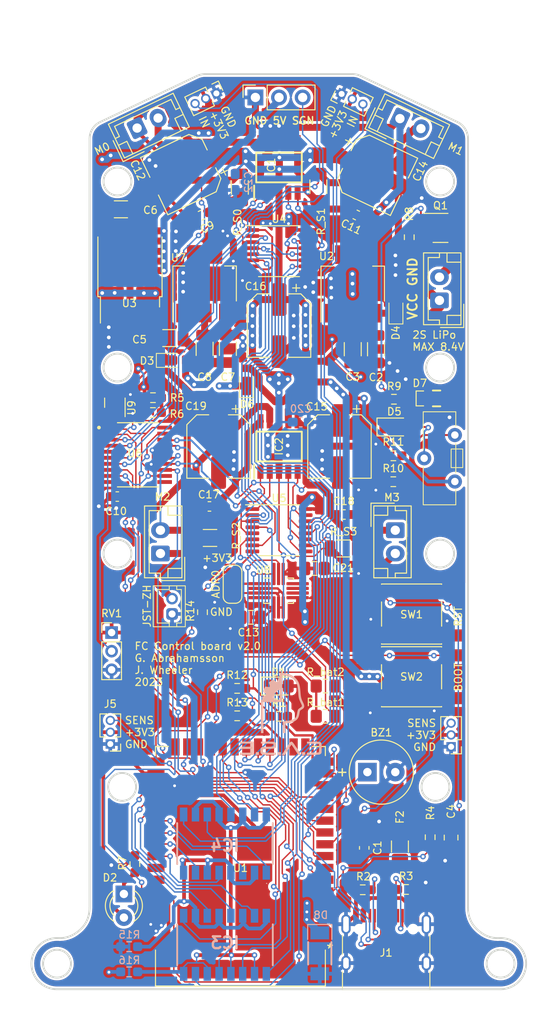
<source format=kicad_pcb>
(kicad_pcb (version 20221018) (generator pcbnew)
  (layers (0 "F.Cu" signal) (31 "B.Cu" signal) (34 "B.Paste" user) (35 "F.Paste" user) (36 "B.SilkS" user "B.Silkscreen") (37 "F.SilkS" user "F.Silkscreen") (38 "B.Mask" user) (39 "F.Mask" user) (44 "Edge.Cuts" user))
  (net 0 "")
  (net 1 "GNDREF")
  (net 2 "VCC")
  (net 3 "+3V3")
  (net 4 "Net-(BT1--)")
  (net 5 "+5V")
  (net 6 "/USB_D+")
  (net 7 "/USB_D-")
  (net 8 "Net-(D1-K)")
  (net 9 "Net-(J1-CC1)")
  (net 11 "Net-(J1-CC2)")
  (net 13 "/Hall_effect_0")
  (net 16 "/bat_level")
  (net 17 "/in-1")
  (net 18 "/M1_sense")
  (net 19 "/M2_sense")
  (net 23 "Net-(D2-K)")
  (net 25 "/REV_1")
  (net 26 "/FWR_1")
  (net 27 "/Servo")
  (net 28 "/M3_sense")
  (net 29 "/EN")
  (net 30 "Net-(U6-REF1)")
  (net 31 "/in+1")
  (net 32 "/IO0")
  (net 33 "Net-(U9A-+)")
  (net 35 "Net-(D4-K)")
  (net 36 "/in-2")
  (net 37 "Net-(D3-K)")
  (net 38 "/in-3")
  (net 39 "Net-(D6-K)")
  (net 40 "/in+2")
  (net 41 "/in+3")
  (net 42 "/REV_3")
  (net 43 "/FWR_3")
  (net 44 "/REV_2")
  (net 45 "/FWR_2")
  (net 46 "/BUZZER_PIN")
  (net 47 "/Hall_effect_1")
  (net 48 "/Hall_effect_2")
  (net 49 "/Hall_effect_3")
  (net 50 "/TAIL_LED")
  (net 51 "/in-0")
  (net 52 "/FWR_0")
  (net 53 "Net-(IC1-OUT1)")
  (net 54 "/M0_DIR")
  (net 55 "/REV_0")
  (net 56 "Net-(IC1-OUT3)")
  (net 57 "Net-(IC2-OUT1)")
  (net 58 "/M1_DIR")
  (net 59 "Net-(IC2-OUT3)")
  (net 60 "/M2_DIR")
  (net 61 "Net-(D5-K)")
  (net 62 "/M3_DIR")
  (net 63 "Net-(D5-A)")
  (net 64 "/USB_VBUS")
  (net 65 "/M0_A")
  (net 66 "/M0_B")
  (net 67 "/M1_A")
  (net 68 "/M1_B")
  (net 69 "/M2_A")
  (net 70 "/M2_B")
  (net 71 "/M3_A")
  (net 72 "/M3_B")
  (net 73 "/in+0")
  (net 74 "Net-(Q1-G)")
  (net 75 "Net-(SW4-B)")
  (net 80 "/SCL")
  (net 81 "/SDA")
  (net 82 "/M0_sense")
  (net 84 "Net-(F2-Pad1)")
  (net 85 "Net-(ADR0-C)")
  (net 86 "Net-(ADR0-B)")
  (net 87 "/OPTO_GND")
  (net 88 "/OPTO_REV_1")
  (net 89 "/OPTO_3V3")
  (net 90 "/OPTO_FWR_1")
  (net 91 "/OPTO_REV_0")
  (net 92 "/OPTO_FWR_0")
  (net 93 "/OPTO_REV_3")
  (net 94 "/OPTO_FWR_3")
  (net 95 "/OPTO_REV_2")
  (net 96 "/OPTO_FWR_2")
  (footprint "Capacitor_SMD:C_1206_3216Metric" (layer "F.Cu") (at 201.14 129.21 90)
    (fp_text reference "C7")
    (fp_text value "10uF" hide)
  )
  (footprint "Capacitor_SMD:C_0603_1608Metric_Pad1.08x0.95mm_HandSolder" (layer "F.Cu") (at 215.801782 182.855701 -90)
    (fp_text reference "C1")
    (fp_text value "100n")
  )
  (footprint "Capacitor_SMD:C_0805_2012Metric_Pad1.18x1.45mm_HandSolder" (layer "F.Cu") (at 225.14 181.7475 90)
    (fp_text reference "C4")
    (fp_text value "100n" hide)
  )
  (footprint "FC_footprint_library:CUHS20S30,H3F" (layer "F.Cu") (at 203.15 132.2 90)
    (fp_text reference "D6")
    (fp_text value "CUHS20S30,H3F" hide)
  )
  (footprint "Package_TO_SOT_SMD:SOT-223-3_TabPin2" (layer "F.Cu") (at 198.64 122.21 90)
    (fp_text reference "U7")
    (fp_text value "AZ1117IH-3.3TRG1 " hide)
  )
  (footprint "Resistor_SMD:R_1206_3216Metric" (layer "F.Cu") (at 213.5875 150.67)
    (fp_text reference "R_S3")
    (fp_text value "0.01" hide)
  )
  (footprint "Connector_PinHeader_1.27mm:PinHeader_1x03_P1.27mm_Vertical" (layer "F.Cu") (at 199.906071 101.751248 -64.5)
    (fp_text reference "J6" hide)
    (fp_text value "Hall-M0" hide)
  )
  (footprint "Package_TO_SOT_SMD:TO-252-2" (layer "F.Cu") (at 190.615 120.295 90)
    (fp_text reference "U3")
    (fp_text value "AZ1117D-5.0TRE1" hide)
  )
  (footprint "Resistor_SMD:R_0603_1608Metric_Pad0.98x0.95mm_HandSolder" (layer "F.Cu") (at 198.41 157.5225 -90)
    (fp_text reference "R14")
    (fp_text value "10K" hide)
  )
  (footprint "FC_footprint_library:HPZRC8V8QX" (layer "F.Cu") (at 223.58 134.54)
    (fp_text reference "D7")
    (fp_text value "HPZRC8V8QX" hide)
  )
  (footprint "Connector_JST:JST_EH_B2B-EH-A_1x02_P2.50mm_Vertical" (layer "F.Cu") (at 219.64 104.46 -25.5)
    (fp_text reference "M1")
    (fp_text value "Motor_DC_ALT" hide)
  )
  (footprint "Capacitor_SMD:CP_Elec_6.3x5.4" (layer "F.Cu") (at 213.14 139.71 -90)
    (fp_text reference "C15")
    (fp_text value "47uF" hide)
  )
  (footprint "Resistor_SMD:R_0603_1608Metric_Pad0.98x0.95mm_HandSolder" (layer "F.Cu") (at 215.64 187.36 180)
    (fp_text reference "R2")
    (fp_text value "5.1K" hide)
  )
  (footprint "Resistor_SMD:R_0603_1608Metric_Pad0.98x0.95mm_HandSolder" (layer "F.Cu") (at 218.995353 134.629243 180)
    (fp_text reference "R9")
    (fp_text value "1K" hide)
  )
  (footprint "LED_SMD:LED_0805_2012Metric_Pad1.15x1.40mm_HandSolder" (layer "F.Cu") (at 206.615 165.46)
    (fp_text reference "D1")
    (fp_text value "PWR_LED" hide)
  )
  (footprint "Capacitor_SMD:C_1206_3216Metric" (layer "F.Cu") (at 198.64 129.21 90)
    (fp_text reference "C8")
    (fp_text value "10uF" hide)
  )
  (footprint "Capacitor_SMD:C_0603_1608Metric_Pad1.08x0.95mm_HandSolder" (layer "F.Cu") (at 213.615 147.02)
    (fp_text reference "C18")
    (fp_text value "100n" hide)
  )
  (footprint "Capacitor_SMD:C_1206_3216Metric" (layer "F.Cu") (at 194.849312 128.054254 180)
    (fp_text reference "C5")
    (fp_text value "10uF" hide)
  )
  (footprint "Package_DFN_QFN:DFN-8-1EP_2x2mm_P0.5mm_EP1.05x1.75mm" (layer "F.Cu") (at 188.99 135.5 90)
    (fp_text reference "U9")
    (fp_text value "LM358_DFN" hide)
  )
  (footprint "FC_footprint_library:CUHS20S30,H3F" (layer "F.Cu") (at 195.699692 130.452239)
    (fp_text reference "D3")
    (fp_text value "CUHS20S30,H3F" hide)
  )
  (footprint "Resistor_SMD:R_0603_1608Metric_Pad0.98x0.95mm_HandSolder" (layer "F.Cu") (at 191.14 184.594782 -90)
    (fp_text reference "R7")
    (fp_text value "1K" hide)
  )
  (footprint "Resistor_SMD:R_0603_1608Metric_Pad0.98x0.95mm_HandSolder" (layer "F.Cu") (at 220.299206 187.325321)
    (fp_text reference "R3")
    (fp_text value "5.1K" hide)
  )
  (footprint "Resistor_SMD:R_0603_1608Metric_Pad0.98x0.95mm_HandSolder" (layer "F.Cu") (at 202.14 165.71)
    (fp_text reference "R12")
    (fp_text value "10K" hide)
  )
  (footprint "Resistor_SMD:R_1206_3216Metric" (layer "F.Cu") (at 202.43 111.8625 -90)
    (fp_text reference "R_S0")
    (fp_text value "0.01" hide)
  )
  (footprint "Connector_PinHeader_2.00mm:PinHeader_1x03_P2.00mm_Vertical" (layer "F.Cu") (at 188.64 159.71)
    (fp_text reference "RV1")
    (fp_text value "R_Potentiometer_Small" hide)
  )
  (footprint "Capacitor_SMD:C_0603_1608Metric_Pad1.08x0.95mm_HandSolder" (layer "F.Cu") (at 214.945765 114.818839 -25.5)
    (fp_text reference "C11")
    (fp_text value "100n" hide)
  )
  (footprint "FC_footprint_library:SOP65P640X120-20N" (layer "F.Cu") (at 191.47 140.6)
    (fp_text reference "U6")
    (fp_text value "INA4181A3IPWR" hide)
  )
  (footprint "FC_footprint_library:JST-ZH-2_PIN" (layer "F.Cu") (at 194.84 156.885 90)
    (fp_text reference "J2" hide)
    (fp_text value "CAM" hide)
  )
  (footprint "Capacitor_SMD:CP_Elec_6.3x5.4" (layer "F.Cu") (at 217.003986 110.328645 -25.5)
    (fp_text reference "C14")
    (fp_text value "47uF" hide)
  )
  (footprint "Resistor_SMD:R_0603_1608Metric_Pad0.98x0.95mm_HandSolder" (layer "F.Cu") (at 218.928233 143.49305)
    (fp_text reference "R10")
    (fp_text value "2K" hide)
  )
  (footprint "Capacitor_SMD:C_0805_2012Metric_Pad1.18x1.45mm_HandSolder" (layer "F.Cu") (at 210.4525 152.82 180)
    (fp_text reference "C21")
    (fp_text value "100n" hide)
  )
  (footprint "FC_footprint_library:CUHS20S30,H3F" (layer "F.Cu") (at 219.208421 124.285124 90)
    (fp_text reference "D4")
    (fp_text value "CUHS20S30,H3F" hide)
  )
  (footprint "Capacitor_SMD:C_0805_2012Metric_Pad1.18x1.45mm_HandSolder" (layer "F.Cu") (at 203.61 158.07)
    (fp_text reference "C13")
    (fp_text value "100n" hide)
  )
  (footprint "Resistor_SMD:R_0603_1608Metric_Pad0.98x0.95mm_HandSolder" (layer "F.Cu") (at 222.89 181.71 90)
    (fp_text reference "R4")
    (fp_text value "10K" hide)
  )
  (footprint "Connector_JST:JST_EH_B2B-EH-A_1x02_P2.50mm_Vertical" (layer "F.Cu") (at 219.14 148.71 -90)
    (fp_text reference "M3")
    (fp_text value "Motor_DC_ALT" hide)
  )
  (footprint "Resistor_SMD:R_0603_1608Metric_Pad0.98x0.95mm_HandSolder" (layer "F.Cu") (at 206.64 168.71)
    (fp_text reference "R1")
    (fp_text value "R_LED" hide)
  )
  (footprint "FC_footprint_library:SOP100P600X175-10N" (layer "F.Cu") (at 206.64 139.71 90)
    (fp_text reference "IC2")
    (fp_text value "A3909GLNTR-T" hide)
  )
  (footprint "FC_footprint_library:SW_Push_6x6mm_H9.5mm" (layer "F.Cu") (at 220.89 164.46 180)
    (fp_text reference "SW2")
    (fp_text value "BOOT" hide)
  )
  (footprint "Connector_PinHeader_1.27mm:PinHeader_1x03_P1.27mm_Vertical" (layer "F.Cu") (at 225.14 171.985 180)
    (fp_text reference "J7" hide)
    (fp_text value "Hall-M3" hide)
  )
  (footprint "Resistor_SMD:R_0603_1608Metric_Pad0.98x0.95mm_HandSolder" (layer "F.Cu") (at 220.64 117.21 -90)
    (fp_text reference "R8")
    (fp_text value "100K" hide)
  )
  (footprint "Buzzer_Beeper:MagneticBuzzer_Kobitone_254-EMB73-RO" (layer "F.Cu") (at 216.14 174.71)
    (fp_text reference "BZ1")
    (fp_text value "AC-703R-P4" hide)
  )
  (footprint "Package_TO_SOT_SMD:SOT-23-3" (layer "F.Cu") (at 224.0025 116.21)
    (fp_text reference "Q1")
    (fp_text value "SQ2348ES-T1_BE3" hide)
  )
  (footprint "Capacitor_SMD:CP_Elec_6.3x5.4" (layer "F.Cu") (at 196.295288 110.254191 -154.5)
    (fp_text reference "C12")
    (fp_text value "47uF" hide)
  )
  (footprint "FC_footprint_library:SOP100P600X175-10N" (layer "F.Cu") (at 206.64 109.71 90)
    (fp_text reference "IC1")
    (fp_text value "A3909GLNTR-T" hide)
  )
  (footprint "Resistor_SMD:R_0805_2012Metric_Pad1.20x1.40mm_HandSolder" (layer "F.Cu") (at 211.64 168.71 180)
    (fp_text reference "R_bat1")
    (fp_text value "90k" hide)
  )
  (footprint "FC_footprint_library:ESP32-S3-WROOM-1-N8" (layer "F.Cu") (at 202.49 184.836 180)
    (fp_text reference "U1")
    (fp_text value "ESP32-S3-WROOM-1-N8" hide)
  )
  (footprint "Resistor_SMD:R_0603_1608Metric_Pad0.98x0.95mm_HandSolder" (layer "F.Cu") (at 218.934848 140.71 180)
    (fp_text reference "R11")
    (fp_text value "10K" hide)
  )
  (footprint "Capacitor_SMD:CP_Elec_6.3x5.4" (layer "F.Cu") (at 200.14 139.71 -90)
    (fp_text reference "C19")
    (fp_text value "47uF" hide)
  )
  (footprint "Package_TO_SOT_SMD:SOT-223-3_TabPin2" (layer "F.Cu") (at 214.561665 122.229226 90)
    (fp_text reference "U2")
    (fp_text value "AZ1117IH-3.3TRG1 " hide)
  )
  (footprint "FC_footprint_library:LSM6DSM" (layer "F.Cu") (at 206.59 155.21)
    (fp_text reference "U8")
    (fp_text value "LSM6DSM (LSM6DSMTR)" hide)
  )
  (footprint "FC_footprint_library:XS3A2467PWJ _TSSOP-16_4.4x5mm_P0.65mm" (layer "F.Cu") (at 206.64 118.71)
    (fp_text reference "U4")
    (fp_text value "~" hide)
  )
  (footprint "Connector_USB:USB_C_Receptacle_HRO_TYPE-C-31-M-12" (layer "F.Cu") (at 218.16 194.19)
    (fp_text reference "J1")
    (fp_text value "USB_C_Receptacle_USB2.0" hide)
  )
  (footprint "Capacitor_SMD:C_1206_3216Metric" (layer "F.Cu") (at 214.567338 129.24781 90)
    (fp_text reference "C3")
    (fp_text value "10uF" hide)
  )
  (footprint "Resistor_SMD:R_0603_1608Metric_Pad0.98x0.95mm_HandSolder" (layer "F.Cu") (at 193.08 136.06 180)
    (fp_text reference "R6")
    (fp_text value "10K" hide)
  )
  (footprint "Capacitor_SMD:C_0603_1608Metric_Pad1.08x0.95mm_HandSolder" (layer "F.Cu") (at 198.308687 114.845004 -154.5)
    (fp_text reference "C9")
    (fp_text value "100n" hide)
  )
  (footprint "Fuse:Fuse_1206_3216Metric" (layer "F.Cu") (at 219.64 182.71 90)
    (fp_text reference "F2")
    (fp_text value "PPTC 500mA" hide)
  )
  (footprint "Resistor_SMD:R_1206_3216Metric" (layer "F.Cu") (at 199.22 149.54)
    (fp_text reference "R_S2")
    (fp_text value "0.01" hide)
  )
  (footprint "Capacitor_SMD:C_0603_1608Metric" (layer "F.Cu") (at 189.25 145.09)
    (fp_text reference "C10")
    (fp_text value "C_Small" hide)
  )
  (footprint "FC_footprint_library:LSS12-P-V-B" (layer "F.Cu") (at 223.895381 140.975624 90)
    (fp_text reference "SW4" hide)
    (fp_text value "~" hide)
  )
  (footprint "Connector_JST:JST_EH_B2B-EH-A_1x02_P2.50mm_Vertical" (layer "F.Cu") (at 191.382615 105.477363 25.5)
    (fp_text reference "M0")
    (fp_text value "Motor_DC_ALT" hide)
  )
  (footprint "Jumper:SolderJumper-3_P1.3mm_Open_RoundedPad1.0x1.5mm_NumberLabels" (layer "F.Cu") (at 201.64 154.51 90)
    (fp_text reference "ADR0")
    (fp_text value "ADR_BIT" hide)
  )
  (footprint "Resistor_SMD:R_0603_1608Metric_Pad0.98x0.95mm_HandSolder" (layer "F.Cu") (at 193.0875 134.46 180)
    (fp_text reference "R5")
    (fp_text value "10K" hide)
  )
  (footprint "Resistor_SMD:R_1206_3216Metric" (layer "F.Cu") (at 210.87 111.78 -90)
    (fp_text reference "R_S1")
    (fp_text value "0.01" hide)
  )
  (footprint "LED_SMD:LED_0805_2012Metric_Pad1.15x1.40mm_HandSolder" (layer "F.Cu") (at 219.034115 137.609116)
    (fp_text reference "D5")
    (fp_text value "BAT_LED" hide)
  )
  (footprint "FC_footprint_library:SW_Push_6x6mm_H9.5mm" (layer "F.Cu") (at 220.893348 157.719173 180)
    (fp_text reference "SW1")
    (fp_text value "RST" hide)
  )
  (footprint "Resistor_SMD:R_0603_1608Metric_Pad0.98x0.95mm_HandSolder" (layer "F.Cu") (at 202.14 168.66)
    (fp_text reference "R13")
    (fp_text value "10K" hide)
  )
  (footprint "Connector_JST:JST_EH_B2B-EH-A_1x02_P2.50mm_Vertical" (layer "F.Cu") (at 193.89 151.21 90)
    (fp_text reference "M2")
    (fp_text value "Motor_DC_ALT" hide)
  )
  (footprint "Capacitor_SMD:C_0603_1608Metric_Pad1.08x0.95mm_HandSolder" (layer "F.Cu") (at 199.16 146.15)
    (fp_text reference "C17")
    (fp_text value "100n" hide)
  )
  (footprint "FC_footprint_library:XS3A2467PWJ _TSSOP-16_4.4x5mm_P0.65mm" (layer "F.Cu") (at 206.64 148.71)
    (fp_text reference "U5")
    (fp_text value "~" hide)
  )
  (footprint "Connector_JST:JST_EH_B2B-EH-A_1x02_P2.50mm_Vertical" (layer "F.Cu") (at 223.89 124.004 90)
    (fp_text reference "BT1" hide)
    (fp_text value "Battery" hide)
  )
  (footprint "Connector_PinHeader_1.27mm:PinHeader_1x03_P1.27mm_Vertical" (layer "F.Cu") (at 188.5 171.69 180)
    (fp_text reference "J5")
    (fp_text value "Hall-M2" hide)
  )
  (footprint "Capacitor_SMD:C_1206_3216Metric" (layer "F.Cu") (at 189.64 114.21 180)
    (fp_text reference "C6")
    (fp_text value "10uF" hide)
  )
  (footprint "Connector_PinSocket_2.54mm:PinSocket_1x03_P2.54mm_Vertical" (layer "F.Cu") (at 204.1 102.185 90)
    (fp_text reference "J3" hide)
    (fp_text value "Servo" hide)
  )
  (footprint "LED_THT:LED_D3.0mm" (layer "F.Cu") (at 189.96 187.81 -90)
    (fp_text reference "D2")
    (fp_text value "RED" hide)
  )
  (footprint "Connector_PinHeader_1.27mm:PinHeader_1x03_P1.27mm_Vertical" (layer "F.Cu") (at 213.368382 101.808125 64.5)
    (fp_text reference "J4" hide)
    (fp_text value "Hall-M1" hide)
  )
  (footprint "Capacitor_SMD:CP_Elec_6.3x5.4" (layer "F.Cu") (at 206.64 126.71 -90)
    (fp_text reference "C16")
    (fp_text value "47uF" hide)
  )
  (footprint "Resistor_SMD:R_0805_2012Metric_Pad1.20x1.40mm_HandSolder" (layer "F.Cu") (at 211.64 165.46)
    (fp_text reference "R_bat2")
    (fp_text value "50k" hide)
  )
  (footprint "Capacitor_SMD:C_1206_3216Metric" (layer "F.Cu") (at 217.066973 129.249886 90)
    (fp_text reference "C2")
    (fp_text value "10uF" hide)
  )
  (footprint "Capacitor_SMD:C_0603_1608Metric_Pad1.08x0.95mm_HandSolder" (layer "B.Cu") (at 201.925 111.275 90)
    (fp_text reference "C22")
    (fp_text value "100n" hide)
  )
  (footprint "Capacitor_SMD:C_0603_1608Metric_Pad1.08x0.95mm_HandSolder" (layer "B.Cu") (at 208.975 137.085 180)
    (fp_text reference "C20")
    (fp_text value "100n" hide)
  )
  (footprint "LOGO" (layer "B.Cu") (at 206.91 168.03 180)
    (fp_text reference "G***" hide)
    (fp_text value "LOGO" hide)
  )
  (footprint "FC_footprint_library:PDZVTR36B" (layer "B.Cu") (at 211.02 194.19 180)
    (fp_text reference "D8")
    (fp_text value "PDZVTR36B" hide)
  )
  (footprint "Resistor_SMD:R_0603_1608Metric_Pad0.98x0.95mm_HandSolder" (layer "B.Cu") (at 190.525476 196.185 180)
    (fp_text reference "R16")
    (fp_text value "R_OPTO" hide)
  )
  (footprint "Resistor_SMD:R_0603_1608Metric_Pad0.98x0.95mm_HandSolder" (layer "B.Cu") (at 190.525476 193.475)
    (fp_text reference "R15")
    (fp_text value "R_PWM" hide)
  )
  (footprint "KiCad:LTV247" (layer "B.Cu") (at 200.83 193.275)
    (fp_text reference "IC3")
    (fp_text value "LTV-247" hide)
  )
  (footprint "KiCad:LTV247" (layer "B.Cu") (at 200.830476 182.395 180)
    (fp_text reference "IC4")
    (fp_text value "LTV-247" hide)
  )
  (gr_line locked (start 184.920435 191.922927) (end 184.824248 191.992261) (stroke (width 0.2)) (layer "Edge.Cuts"))
  (gr_arc locked (start 197.818249 99.871209) (mid 198.237224 99.726198) (end 198.677853 99.677056) (stroke (width 0.2)) (layer "Edge.Cuts"))
  (gr_arc locked (start 230.316522 192.554527) (mid 233.208793 195.219012) (end 230.480029 198.050709) (stroke (width 0.2)) (layer "Edge.Cuts"))
  (gr_circle locked (center 189.270008 111.220299) (end 190.770008 111.220299) (stroke (width 0.2)) (fill none) (layer "Edge.Cuts"))
  (gr_curve locked (pts (xy 226.96 189.286475) (xy 226.96 189.724879) (xy 227.033374 190.154338) (xy 227.201007 190.559104)) (stroke (width 0.2)) (layer "Edge.Cuts"))
  (gr_curve locked (pts (xy 186.155663 190.186029) (xy 186.2347 189.892441) (xy 186.270008 189.590595) (xy 186.270008 189.286475)) (stroke (width 0.2)) (layer "Edge.Cuts"))
  (gr_arc locked (start 182.749979 198.050709) (mid 180.021224 195.219008) (end 182.913486 192.554527) (stroke (width 0.2)) (layer "Edge.Cuts"))
  (gr_circle locked (center 182.770008 195.300782) (end 184.270008 195.300782) (stroke (width 0.2)) (fill none) (layer "Edge.Cuts"))
  (gr_arc locked (start 214.552155 99.677056) (mid 214.992787 99.726187) (end 215.411759 99.871209) (stroke (width 0.2)) (layer "Edge.Cuts"))
  (gr_circle locked (center 230.46 195.300782) (end 231.96 195.300782) (stroke (width 0.2)) (fill none) (layer "Edge.Cuts"))
  (gr_arc locked (start 230.316522 192.554527) (mid 229.313117 192.436596) (end 228.40576 191.992261) (stroke (width 0.2)) (layer "Edge.Cuts"))
  (gr_line locked (start 228.40576 191.992261) (end 228.309573 191.922927) (stroke (width 0.2)) (layer "Edge.Cuts"))
  (gr_line locked (start 197.818249 99.871209) (end 187.410404 104.825465) (stroke (width 0.2)) (layer "Edge.Cuts"))
  (gr_curve locked (pts (xy 227.646704 191.304157) (xy 227.838651 191.539948) (xy 228.062867 191.745095) (xy 228.309573 191.922927)) (stroke (width 0.2)) (layer "Edge.Cuts"))
  (gr_circle locked (center 223.96 111.220299) (end 225.46 111.220299) (stroke (width 0.2)) (fill none) (layer "Edge.Cuts"))
  (gr_line locked (start 214.552155 99.677056) (end 198.677853 99.677056) (stroke (width 0.2)) (layer "Edge.Cuts"))
  (gr_curve locked (pts (xy 185.811884 190.983253) (xy 185.965498 190.734707) (xy 186.079703 190.468188) (xy 186.155663 190.186029)) (stroke (width 0.2)) (layer "Edge.Cuts"))
  (gr_line locked (start 182.749979 198.050709) (end 230.480029 198.050709) (stroke (width 0.2)) (layer "Edge.Cuts"))
  (gr_arc locked (start 186.270008 106.631311) (mid 186.578972 105.563418) (end 187.410404 104.825465) (stroke (width 0.2)) (layer "Edge.Cuts"))
  (gr_curve locked (pts (xy 184.920435 191.922927) (xy 185.276075 191.666572) (xy 185.581553 191.355926) (xy 185.811884 190.983253)) (stroke (width 0.2)) (layer "Edge.Cuts"))
  (gr_circle locked (center 189.270008 131.220299) (end 190.770008 131.220299) (stroke (width 0.2)) (fill none) (layer "Edge.Cuts"))
  (gr_circle locked (center 223.96 151.220299) (end 225.46 151.220299) (stroke (width 0.2)) (fill none) (layer "Edge.Cuts"))
  (gr_line locked (start 226.96 109.053524) (end 226.96 106.631311) (stroke (width 0.2)) (layer "Edge.Cuts"))
  (gr_line locked (start 186.270008 106.631311) (end 186.270008 109.053524) (stroke (width 0.2)) (layer "Edge.Cuts"))
  (gr_line locked (start 186.270008 109.053524) (end 186.270008 189.286475) (stroke (width 0.2)) (layer "Edge.Cuts"))
  (gr_arc locked (start 184.824248 191.992261) (mid 183.916892 192.436597) (end 182.913486 192.554527) (stroke (width 0.2)) (layer "Edge.Cuts"))
  (gr_circle locked (center 223.96 131.220299) (end 225.46 131.220299) (stroke (width 0.2)) (fill none) (layer "Edge.Cuts"))
  (gr_line locked (start 225.819604 104.825465) (end 215.411759 99.871209) (stroke (width 0.2)) (layer "Edge.Cuts"))
  (gr_line locked (start 226.96 189.286475) (end 226.96 109.053524) (stroke (width 0.2)) (layer "Edge.Cuts"))
  (gr_circle locked (center 189.770008 176.300782) (end 191.270008 176.300782) (stroke (width 0.2)) (fill none) (layer "Edge.Cuts"))
  (gr_curve locked (pts (xy 227.201007 190.559104) (xy 227.312806 190.829055) (xy 227.462229 191.077547) (xy 227.646704 191.304157)) (stroke (width 0.2)) (layer "Edge.Cuts"))
  (gr_circle locked (center 189.270008 151.220299) (end 190.770008 151.220299) (stroke (width 0.2)) (fill none) (layer "Edge.Cuts"))
  (gr_arc locked (start 225.819604 104.825465) (mid 226.651036 105.563418) (end 226.96 106.631311) (stroke (width 0.2)) (layer "Edge.Cuts"))
  (gr_circle locked (center 223.46 176.300782) (end 224.96 176.300782) (stroke (width 0.2)) (fill none) (layer "Edge.Cuts"))
  (gr_text "GND\n+3V3\nIN" (at 215.273023 104.345562 64.5) (layer "F.SilkS") (effects (font (size 0.8 0.8) (thickness 0.125)) (justify right bottom)))
  (gr_text "2S LiPo\nMAX 8.4V" (at 220.910068 129.464243) (layer "F.SilkS") (effects (font (size 0.8 0.8) (thickness 0.125)) (justify left bottom)))
  (gr_text "GND 5V SGN" (at 202.828667 105.152796) (layer "F.SilkS") (effects (font (size 0.8 0.8) (thickness 0.15) bold) (justify left bottom)))
  (gr_text "RST" (at 226.370734 156.80485 90) (layer "F.SilkS") (effects (font (size 0.8 0.8) (thickness 0.125)) (justify right bottom)))
  (gr_text "SENS\n+3V3\nGND" (at 223.598722 172.492316) (layer "F.SilkS") (effects (font (size 0.8 0.8) (thickness 0.125)) (justify right bottom)))
  (gr_text "BOOT" (at 226.39 162.874088 90) (layer "F.SilkS") (effects (font (size 0.8 0.8) (thickness 0.125)) (justify right bottom)))
  (gr_text "VCC GND" (at 221.578201 126.203651 90) (layer "F.SilkS") (effects (font (size 1 1) (thickness 0.2) bold) (justify left bottom)))
  (gr_text "SENS\n+3V3\nGND" (at 190 172.19) (layer "F.SilkS") (effects (font (size 0.8 0.8) (thickness 0.125)) (justify left bottom)))
  (gr_text "GND\n+3V3\nIN" (at 197.868718 104.402439 295.5) (layer "F.SilkS") (effects (font (size 0.8 0.8) (thickness 0.125)) (justify left bottom)))
  (gr_text "FC Control board v2.0\nG. Abrahamsson\nJ. Wheeler\n2023" (at 191.04 163.1) (layer "F.SilkS") (effects (font (size 0.8 0.8) (thickness 0.125)) (justify left)))
  (gr_text "JST-ZH\n" (at 192.446423 156.849483 90) (layer "F.SilkS") (effects (font (size 0.8 0.8) (thickness 0.125))))
  (segment (start 207.57 140.66) (end 207.57 139.6) (width 0.75) (layer "F.Cu") (net 1))
  (segment (start 211.27 141.14) (end 211.27 140.2) (width 0.75) (layer "F.Cu") (net 1))
  (segment (start 201.79 141.2) (end 201.8 141.19) (width 0.75) (layer "F.Cu") (net 1))
  (segment (start 212.261665 123.7) (end 212.261665 125.379226) (width 0.75) (layer "F.Cu") (net 1))
  (segment (start 204.5 105.24) (end 204.1 104.84) (width 0.75) (layer "F.Cu") (net 1))
  (segment (start 198.64 130.685) (end 201.14 130.685) (width 1) (layer "F.Cu") (net 1))
  (segment (start 201.74 142.14) (end 201.76 142.14) (width 0.75) (layer "F.Cu") (net 1))
  (segment (start 208.22 125.63) (end 208.23 125.62) (width 0.75) (layer "F.Cu") (net 1))
  (segment (start 211.27 142.14) (end 211.27 141.14) (width 0.75) (layer "F.Cu") (net 1))
  (segment (start 210.32 122.08) (end 211.7 122.08) (width 0.75) (layer "F.Cu") (net 1))
  (segment (start 224.98 134.54) (end 224.98 136.56) (width 0.4) (layer "F.Cu") (net 1))
  (segment (start 201.39 142.51) (end 201.46 142.44) (width 0.75) (layer "F.Cu") (net 1))
  (segment (start 207.58 140.65) (end 207.56 140.67) (width 0.75) (layer "F.Cu") (net 1))
  (segment (start 211.7 122.08) (end 212.261665 122.641665) (width 0.75) (layer "F.Cu") (net 1))
  (segment (start 196.44 177.21) (end 195.41 176.18) (width 0.4) (layer "F.Cu") (net 1))
  (segment (start 195.54 115.192561) (end 195.54 116.88) (width 0.75) (layer "F.Cu") (net 1))
  (segment (start 199 152.41) (end 198.71 152.7) (width 0.2) (layer "F.Cu") (net 1))
  (segment (start 201.8 141.19) (end 201.8 140.3) (width 0.75) (layer "F.Cu") (net 1))
  (segment (start 218.015733 143.49305) (end 217.95695 143.49305) (width 0.2) (layer "F.Cu") (net 1))
  (segment (start 207.09 157.01) (end 206.59 157.01) (width 0.25) (layer "F.Cu") (net 1))
  (segment (start 187.435 146.13) (end 188.475 145.09) (width 0.4) (layer "F.Cu") (net 1))
  (segment (start 213.84 195.24) (end 213.84 191.06) (width 0.4) (layer "F.Cu") (net 1))
  (segment (start 212.261665 123.7) (end 212.261665 122.99) (width 0.75) (layer "F.Cu") (net 1))
  (segment (start 208.23 125.62) (end 208.23 125.59) (width 0.75) (layer "F.Cu") (net 1))
  (segment (start 200.14 142.51) (end 201.39 142.51) (width 0.75) (layer "F.Cu") (net 1))
  (segment (start 204.75 105.24) (end 205.69 105.24) (width 0.75) (layer "F.Cu") (net 1))
  (segment (start 201.8 141.21) (end 201.79 141.2) (width 0.75) (layer "F.Cu") (net 1))
  (segment (start 187.26 146.13) (end 187.435 146.13) (width 0.4) (layer "F.Cu") (net 1))
  (segment (start 201.11 117.05) (end 200.61 116.55) (width 0.75) (layer "F.Cu") (net 1))
  (segment (start 211.121665 122.56) (end 212.261665 123.7) (width 0.75) (layer "F.Cu") (net 1))
  (segment (start 202.5725 156.7425) (end 201.64 155.81) (width 0.25) (layer "F.Cu") (net 1))
  (segment (start 214.91 190.145) (end 214.755 190.145) (width 0.4) (layer "F.Cu") (net 1))
  (segment (start 202.997276 174.768224) (end 200.158224 174.768224) (width 0.15) (layer "F.Cu") (net 1))
  (segment (start 218.514886 130.724886) (end 217.066973 130.724886) (width 0.75) (layer "F.Cu") (net 1))
  (segment (start 222.865 117.16) (end 221.6025 117.16) (width 1) (layer "F.Cu") (net 1))
  (segment (start 213.84 191.06) (end 212.5412 191.06) (width 0.4) (layer "F.Cu") (net 1))
  (segment (start 193.98 191.18) (end 193.41 191.75) (width 0.4) (layer "F.Cu") (net 1))
  (segment (start 219.531225 111.534076) (end 219.47 111.595301) (width 0.75) (layer "F.Cu") (net 1))
  (segment (start 193.37 109.55) (end 193.34 109.55) (width 0.75) (layer "F.Cu") (net 1))
  (segment (start 212.5412 191.06) (end 211.5709 190.0897) (width 0.4) (layer "F.Cu") (net 1))
  (segment (start 219.531225 111.534076) (end 220.514076 111.534076) (width 0.75) (layer "F.Cu") (net 1))
  (segment (start 202.5725 158.07) (end 202.5725 156.7425) (width 0.25) (layer "F.Cu") (net 1))
  (segment (start 203.595 120.985) (end 202.71 121.87) (width 0.2) (layer "F.Cu") (net 1))
  (segment (start 219.16 119.18) (end 219.15 119.17) (width 1) (layer "F.Cu") (net 1))
  (segment (start 214.755 190.145) (end 213.84 191.06) (width 0.4) (layer "F.Cu") (net 1))
  (segment (start 192.85 191.23) (end 192.85 191.08) (width 0.4) (layer "F.Cu") (net 1))
  (segment (start 215.801782 181.380701) (end 216.039299 181.380701) (width 0.4) (layer "F.Cu") (net 1))
  (segment (start 221.664679 187.325321) (end 222.41 186.58) (width 0.4) (layer "F.Cu") (net 1))
  (segment (start 225.29 166.76) (end 224.69 166.76) (width 0.15) (layer "F.Cu") (net 1))
  (segment (start 192.9 141.62) (end 193.031956 141.488044) (width 0.15) (layer "F.Cu") (net 1))
  (segment (start 225.243348 159.969173) (end 225.293348 160.019173) (width 0.15) (layer "F.Cu") (net 1))
  (segment (start 208.23 128.03) (end 208.23 126.79) (width 0.75) (layer "F.Cu") (net 1))
  (segment (start 204.1 104.84) (end 204.1 102.185) (width 0.75) (layer "F.Cu") (net 1))
  (segment (start 211.27 142.24) (end 211.27 142.14) (width 0.75) (layer "F.Cu") (net 1))
  (segment (start 218.022348 140.71) (end 218.022348 140.422348) (width 0.2) (layer "F.Cu") (net 1))
  (segment (start 219.16 121.28) (end 219.18 121.26) (width 1) (layer "F.Cu") (net 1))
  (segment (start 208.23 126.79) (end 208.22 126.78) (width 0.75) (layer "F.Cu") (net 1))
  (segment (start 221.41 187.523615) (end 221.211706 187.325321) (width 0.4) (layer "F.Cu") (net 1))
  (segment (start 201.11 117.06) (end 201.11 117.05) (width 0.75) (layer "F.Cu") (net 1))
  (segment (start 193.768049 111.459622) (end 193.768049 113.42061) (width 0.75) (layer "F.Cu") (net 1))
  (segment (start 219.47 118.47) (end 219.18 118.76) (width 1) (layer "F.Cu") (net 1))
  (segment (start 206.59 155.726637) (end 206.59 157.01) (width 0.25) (layer "F.Cu") (net 1))
  (segment (start 209.45 122.56) (end 211.121665 122.56) (width 0.75) (layer "F.Cu") (net 1))
  (segment (start 204.54 154.96) (end 206.49 154.96) (width 0.25) (layer "F.Cu") (net 1))
  (segment (start 207.57 138.57) (end 206.6995 138.57) (width 0.75) (layer "F.Cu") (net 1))
  (segment (start 222.48 191.06) (end 222.48 195.24) (width 0.4) (layer "F.Cu") (net 1))
  (segment (start 203.666248 101.751248) (end 204.1 102.185) (width 0.75) (layer "F.Cu") (net 1))
  (segment (start 198.64 130.685) (end 198.64 130.369942) (width 1) (layer "F.Cu") (net 1))
  (segment (start 190.112282 184.71) (end 191.14 183.682282) (width 0.4) (layer "F.Cu") (net 1))
  (segment (start 203.985699 182.3752) (end 203.985699 180.521) (width 0.4) (layer "F.Cu") (net 1))
  (segment (start 225.293348 159.043348) (end 224.71 158.46) (width 0.15) (layer "F.Cu") (net 1))
  (segment (start 214.567338 130.72281) (end 217.064897 130.72281) (width 0.75) (layer "F.Cu") (net 1))
  (segment (start 193.768049 111.459622) (end 193.768049 109.978049) (width 0.75) (layer "F.Cu") (net 1))
  (segment (start 193.768049 113.42061) (end 195.54 115.192561) (width 0.75) (layer "F.Cu") (net 1))
  (segment (start 205.7275 168.464327) (end 204.018173 166.755) (width 0.15) (layer "F.Cu") (net 1))
  (segment (start 211.87 122.25) (end 210.49 122.25) (width 0.75) (layer "F.Cu") (net 1))
  (segment (start 188.335 127.985) (end 188.335 128.995) (width 0.75) (layer "F.Cu") (net 1))
  (segment (start 219.8175 118.1225) (end 219.47 118.47) (width 1) (layer "F.Cu") (net 1))
  (segment (start 205.7 105.25) (end 205.71 105.24) (width 0.75) (layer "F.Cu") (net 1))
  (segment (start 209.9 122.08) (end 210.32 122.08) (width 0.75) (layer "F.Cu") (net 1))
  (segment (start 188.94 146.13) (end 187.26 146.13) (width 0.4) (layer "F.Cu") (net 1))
  (segment (start 205.7275 168.71) (end 205.7275 168.464327) (width 0.15) (layer "F.Cu") (net 1))
  (segment (start 196.34 123.08) (end 196.33 123.07) (width 0.75) (layer "F.Cu") (net 1))
  (segment (start 193.98 191.18) (end 193.98 191.0918) (width 0.4) (layer "F.Cu") (net 1))
  (segment (start 206.6995 138.57) (end 206.64 138.5105) (width 0.75) (layer "F.Cu") (net 1))
  (segment (start 205.71 105.24) (end 206.64 105.24) (width 0.75) (layer "F.Cu") (net 1))
  (segment (start 190.165 136.275) (end 190.04 136.4) (width 0.15) (layer "F.Cu") (net 1))
  (segment (start 208.23 128.55) (end 208.23 128.03) (width 0.75) (layer "F.Cu") (net 1))
  (segment (start 193.768049 109.978049) (end 193.37 109.58) (width 0.75) (layer "F.Cu") (net 1))
  (segment (start 207.58 140.65) (end 207.57 140.66) (width 0.75) (layer "F.Cu") (net 1))
  (segment (start 210.32 123.12) (end 211.681665 123.12) (width 0.75) (layer "F.Cu") (net 1))
  (segment (start 210.32 123.12) (end 210.01 123.12) (width 0.75) (layer "F.Cu") (net 1))
  (segment (start 195.53 117.65) (end 195.54 117.66) (width 0.75) (layer "F.Cu") (net 1))
  (segment (start 207.57 138.57) (end 207.57 139.6) (width 0.75) (layer "F.Cu") (net 1))
  (segment (start 201.71 119.8) (end 201.73 119.78) (width 0.75) (layer "F.Cu") (net 1))
  (segment (start 191.115 114.112671) (end 193.768049 111.459622) (width 0.75) (layer "F.Cu") (net 1))
  (segment (start 203.985699 180.521) (end 200.674699 177.21) (width 0.4) (layer "F.Cu") (net 1))
  (segment (start 188.61 184.71) (end 190.112282 184.71) (width 0.4) (layer "F.Cu") (net 1))
  (segment (start 203.7775 151.205529) (end 202.573029 152.41) (width 0.2) (layer "F.Cu") (net 1))
  (segment (start 201.76 142.14) (end 201.8 142.1) (width 0.75) (layer "F.Cu") (net 1))
  (segment (start 201.46 142.44) (end 201.74 142.16) (width 0.75) (layer "F.Cu") (net 1))
  (segment (start 211.54 142.51) (end 211.27 142.24) (width 0.75) (layer "F.Cu") (net 1))
  (segment (start 201.8 142.1) (end 201.8 141.21) (width 0.75) (layer "F.Cu") (net 1))
  (segment (start 190.66 134.12) (end 190.165 134.615) (width 0.15) (layer "F.Cu") (net 1))
  (segment (start 212.25 122.63) (end 212.261665 122.641665) (width 0.75) (layer "F.Cu") (net 1))
  (segment (start 203.7775 120.985) (end 203.595 120.985) (width 0.2) (layer "F.Cu") (net 1))
  (segment (start 219.47 111.595301) (end 219.47 118.85) (width 0.75) (layer "F.Cu") (net 1))
  (segment (start 210.49 122.25) (end 210.32 122.08) (width 0.75) (layer "F.Cu") (net 1))
  (segment (start 204.54 155.46) (end 204.54 154.96) (width 0.25) (layer "F.Cu") (net 1))
  (segment (start 202.865 166.755) (end 202.45 167.17) (width 0.15) (layer "F.Cu") (net 1))
  (segment (start 214.91 190.145) (end 214.91 187.5425) (width 0.4) (layer "F.Cu") (net 1))
  (segment (start 221.6025 117.16) (end 220.64 118.1225) (width 1) (layer "F.Cu") (net 1))
  (segment (start 206.64 129.51) (end 207.27 129.51) (width 0.75) (layer "F.Cu") (net 1))
  (segment (start 211.49 152.82) (end 212.03 153.36) (width 0.2) (layer "F.Cu") (net 1))
  (segment (start 193.41 191.75) (end 193.41 191.79) (width 0.4) (layer "F.Cu") (net 1))
  (segment (start 190.91 136.15) (end 192.0775 136.15) (width 0.15) (layer "F.Cu") (net 1))
  (segment (start 193.41 191.79) (end 192.85 191.23) (width 0.4) (layer "F.Cu") (net 1))
  (segment (start 213.34 142.51) (end 215.2 144.37) (width 0.2) (layer "F.Cu") (net 1))
  (segment (start 213.84 195.24) (end 222.48 195.24) (width 0.4) (layer "F.Cu") (net 1))
  (segment (start 193.98 191.0918) (end 193.4091 190.5209) (width 0.4) (layer "F.Cu") (net 1))
  (segment (start 219.18 119.14) (end 219.15 119.17) (width 1) (layer "F.Cu") (net 1))
  (segment (start 193.37 109.58) (end 193.37 109.55) (width 0.75) (layer "F.Cu") (net 1))
  (segment (start 225.293348 160.019173) (end 225.293348 159.043348) (width 0.15) (layer "F.Cu") (net 1))
  (segment (start 192.0775 136.15) (end 192.1675 136.06) (width 0.15) (layer "F.Cu") (net 1))
  (segment (start 193.4091 190.5209) (end 193.4091 190.0897) (width 0.4) (layer "F.Cu") (net 1))
  (segment (start 189.14 146.33) (end 188.94 146.13) (width 0.4) (layer "F.Cu") (net 1))
  (segment (start 220.26 132.47) (end 218.514886 130.724886) (width 0.75) (layer "F.Cu") (net 1))
  (segment (start 212.25 122.63) (end 211.87 122.25) (width 0.75) (layer "F.Cu") (net 1))
  (segment (start 201.73 119.78) (end 201.73 117.67) (width 0.75) (layer "F.Cu") (net 1))
  (segment (start 210.32 123.12) (end 211.76 123.12) (width 0.75) (layer "F.Cu") (net 1))
  (segment (start 217.95695 143.49305) (end 217.05 144.4) (width 0.2) (layer "F.Cu") (net 1))
  (segment (start 213.14 142.51) (end 211.54 142.51) (width 0.75) (layer "F.Cu") (net 1))
  (segment (start 202.573029 152.41) (end 199 152.41) (width 0.2) (layer "F.Cu") (net 1))
  (segment (start 195.54 117.64) (end 195.53 117.65) (width 0.75) (layer "F.Cu") (net 1))
  (segment (start 188.335 128.995) (end 188.34 129) (width 0.75) (layer "F.Cu") (net 1))
  (segment (start 219.18 120.2) (end 219.18 120.18) (width 1) (layer "F.Cu") (net 1))
  (segment (start 193.031956 141.488044) (end 193.031956 140.113683) (width 0.15) (layer "F.Cu") (net 1))
  (segment (start 206.323363 155.46) (end 206.441682 155.578318) (width 0.25) (layer "F.Cu") (net 1))
  (segment (start 190.04 136.4) (end 189.74 136.4) (width 0.15) (layer "F.Cu") (net 1))
  (segment (start 205.69 105.24) (end 205.7 105.25) (width 0.75) (layer "F.Cu") (net 1))
  (segment (start 212.64 165.46) (end 213.89 166.71) (width 0.15) (layer "F.Cu") (net 1))
  (segment (start 219.18 118.76) (end 219.18 119.14) (width 1) (layer "F.Cu") (net 1))
  (segment (start 218.022348 140.422348) (end 217.05 139.45) (width 0.2) (layer "F.Cu") (net 1))
  (segment (start 216.493348 159.969173) (end 216.493348 158.296652) (width 0.15) (layer "F.Cu") (net 1))
  (segment (start 206.64 138.5105) (end 206.64 136.998) (width 0.75) (layer "F.Cu") (net 1))
  (segment (start 193.34 109.55) (end 192.7 108.91) (width 0.75) (layer "F.Cu") (net 1))
  (segment (start 208.23 126.77) (end 208.23 125.64) (width 0.75) (layer "F.Cu") (net 1))
  (segment (start 225.14 183.59) (end 224.5 184.23) (width 0.4) (layer "F.Cu") (net 1))
  (segment (start 196.34 125.36) (end 196.34 128.038566) (width 0.75) (layer "F.Cu") (net 1))
  (segment (start 216.49 168.3) (end 216.45 168.34) (width 0.15) (layer "F.Cu") (net 1))
  (segment (start 206.441682 155.578318) (end 206.775 155.245) (width 0.25) (layer "F.Cu") (net 1))
  (segment (start 193.193273 140.275) (end 194.34 140.275) (width 0.2) (layer "F.Cu") (net 1))
  (segment (start 206.441682 155.578318) (end 206.59 155.726637) (width 0.25) (layer "F.Cu") (net 1))
  (segment (start 195.54 116.88) (end 195.54 117.64) (width 0.75) (layer "F.Cu") (net 1))
  (segment (start 213.89 166.71) (end 216.49 166.71) (width 0.15) (layer "F.Cu") (net 1))
  (segment (start 211.76 123.12) (end 212.25 122.63) (width 0.75) (layer "F.Cu") (net 1))
  (segment (start 206.775 155.245) (end 207.09 155.56) (width 0.25) (layer "F.Cu") (net 1))
  (segment (start 188.335 126.89) (end 188.335 125.335) (width 0.75) (layer "F.Cu") (net 1))
  (segment (start 188.335 127.985) (end 188.335 126.89) (width 0.75) (layer "F.Cu") (net 1))
  (segment (start 198.64 130.369942) (end 196.324312 128.054254) (width 1) (layer "F.Cu") (net 1))
  (segment (start 196.34 125.36) (end 196.34 123.08) (width 0.75) (layer "F.Cu") (net 1))
  (segment (start 206.64 105.24) (end 206.64 106.998) (width 0.75) (layer "F.Cu") (net 1))
  (segment (start 209.45 122.53) (end 209.9 122.08) (width 0.75) (layer "F.Cu") (net 1))
  (segment (start 216.49 166.71) (end 216.49 168.3) (width 0.15) (layer "F.Cu") (net 1))
  (segment (start 219.16 121.28) (end 219.16 119.18) (width 1) (layer "F.Cu") (net 1))
  (segment (start 211.61 122.25) (end 210.49 122.25) (width 0.75) (layer "F.Cu") (net 1))
  (segment (start 201.74 142.16) (end 201.74 142.14) (width 0.75) (layer "F.Cu") (net 1))
  (segment (start 195.54 117.66) (end 195.54 118.69) (width 0.75) (layer "F.Cu") (net 1))
  (segment (start 221.41 190.145) (end 221.41 187.523615) (width 0.4) (layer "F.Cu") (net 1))
  (segment (start 201.64 155.81) (end 200.36 155.81) (width 0.2) (layer "F.Cu") (net 1))
  (segment (start 218.015733 140.716615) (end 218.022348 140.71) (width 0.2) (layer "F.Cu") (net 1))
  (segment (start 201.71 120.52) (end 201.71 119.8) (width 0.75) (layer "F.Cu") (net 1))
  (segment (start 196.34 128.038566) (end 196.324312 128.054254) (width 0.75) (layer "F.Cu") (net 1))
  (segment (start 221.211706 187.325321) (end 221.664679 187.325321) (width 0.4) (layer "F.Cu") (net 1))
  (segment (start 207.09 155.56) (end 207.09 157.01) (width 0.25) (layer "F.Cu") (net 1))
  (segment (start 200.36 155.81) (end 199.72 156.45) (width 0.2) (layer "F.Cu") (net 1))
  (segment (start 203.7775 150.985) (end 203.7775 151.205529) (width 0.2) (layer "F.Cu") (net 1))
  (segment (start 202.5725 158.07) (end 202.5725 158.1075) (width 0.2) (layer "F.Cu") (net 1))
  (segment (start 220.514076 111.534076) (end 221.98 113) (width 0.75) (layer "F.Cu") (net 1))
  (segment (start 200.674699 177.21) (end 196.44 177.21) (width 0.4) (layer "F.Cu") (net 1))
  (segment (start 210.01 123.12) (end 209.45 122.56) (width 0.75) (layer "F.Cu") (net 1))
  (segment (start 211.27 140.2) (end 211.28 140.19) (width 0.75) (layer "F.Cu") (net 1))
  (segment (start 208.22 126.78) (end 208.23 126.77) (width 0.75) (layer "F.Cu") (net 1))
  (segment (start 196.33 123.07) (end 196.33 121.04) (width 0.75) (layer "F.Cu") (net 1))
  (segment (start 212.25 121.67) (end 212.22 121.64) (width 0.75) (layer "F.Cu") (net 1))
  (segment (start 206.49 154.96) (end 206.775 155.245) (width 0.25) (layer "F.Cu") (net 1))
  (segment (start 193.031956 140.113683) (end 193.193273 140.275) (width 0.2) (layer "F.Cu") (net 1))
  (segment (start 212.261665 122.641665) (end 212.261665 122.99) (width 0.75) (layer "F.Cu") (net 1))
  (segment (start 218.015733 143.49305) (end 218.015733 140.716615) (width 0.2) (layer "F.Cu") (net 1))
  (segment (start 203.02 174.7455) (end 202.997276 174.768224) (width 0.15) (layer "F.Cu") (net 1))
  (segment (start 214.91 187.5425) (end 214.7275 187.36) (width 0.4) (layer "F.Cu") (net 1))
  (segment (start 208.23 125.64) (end 208.22 125.63) (width 0.75) (layer "F.Cu") (net 1))
  (segment (start 200.158224 174.768224) (end 199.23 173.84) (width 0.15) (layer "F.Cu") (net 1))
  (segment (start 219.47 118.85) (end 219.15 119.17) (width 0.75) (layer "F.Cu") (net 1))
  (segment (start 219.18 121.26) (end 219.18 120.2) (width 1) (layer "F.Cu") (net 1))
  (segment (start 216.493348 158.296652) (end 216.51 158.28) (width 0.15) (layer "F.Cu") (net 1))
  (segment (start 201.73 117.67) (end 201.12 117.06) (width 0.75) (layer "F.Cu") (net 1))
  (segment (start 201.12 117.06) (end 201.11 117.06) (width 0.75) (layer "F.Cu") (net 1))
  (segment (start 202.5725 158.1075) (end 201.4 159.28) (width 0.2) (layer "F.Cu") (net 1))
  (segment (start 204.54 155.46) (end 201.99 155.46) (width 0.2) (layer "F.Cu") (net 1))
  (segment (start 224.69 166.76) (end 223.33 168.12) (width 0.15) (layer "F.Cu") (net 1))
  (segment (start 224.98 136.56) (end 224.97 136.57) (width 0.4) (layer "F.Cu") (net 1))
  (segment (start 225.14 182.785) (end 225.14 183.59) (width 0.4) (layer "F.Cu") (net 1))
  (segment (start 204.018173 166.755) (end 202.865 166.755) (width 0.15) (layer "F.Cu") (net 1))
  (segment (start 191.115 114.21) (end 191.115 114.112671) (width 0.75) (layer "F.Cu") (net 1))
  (segment (start 201.99 155.46) (end 201.64 155.81) (width 0.2) (layer "F.Cu") (net 1))
  (segment (start 217.064897 130.72281) (end 217.066973 130.724886) (width 0.75) (layer "F.Cu") (net 1))
  (segment (start 216.039299 181.380701) (end 217.4 180.02) (width 0.4) (layer "F.Cu") (net 1))
  (segment (start 212.22 121.64) (end 211.61 122.25) (width 0.75) (layer "F.Cu") (net 1))
  (segment (start 204.75 105.24) (end 204.5 105.24) (width 0.75) (layer "F.Cu") (net 1))
  (segment (start 190.165 134.615) (end 190.165 136.275) (width 0.15) (layer "F.Cu") (net 1))
  (segment (start 204.54 155.46) (end 206.323363 155.46) (width 0.25) (layer "F.Cu") (net 1))
  (segment (start 209.45 122.56) (end 209.45 122.53) (width 0.75) (layer "F.Cu") (net 1))
  (segment (start 207.27 129.51) (end 208.23 128.55) (width 0.75) (layer "F.Cu") (net 1))
  (segment (start 192.85 191.08) (end 193.4091 190.5209) (width 0.4) (layer "F.Cu") (net 1))
  (segment (start 213.14 142.51) (end 213.34 142.51) (width 0.2) (layer "F.Cu") (net 1))
  (segment (start 220.64 118.1225) (end 219.8175 118.1225) (width 1) (layer "F.Cu") (net 1))
  (segment (start 212.03 153.36) (end 215.2 153.36) (width 0.2) (layer "F.Cu") (net 1))
  (segment (start 211.681665 123.12) (end 212.261665 123.7) (width 0.75) (layer "F.Cu") (net 1))
  (segment (start 212.25 122.63) (end 212.25 121.67) (width 0.75) (layer "F.Cu") (net 1))
  (via (at 193.031956 140.113683) (size 0.6) (drill 0.3) (layers "F.Cu" "B.Cu") (net 1))
  (via (at 196.33 122.05) (size 0.8) (drill 0.4) (layers "F.Cu" "B.Cu") (net 1))
  (via (at 195.54 118.69) (size 0.8) (drill 0.4) (layers "F.Cu" "B.Cu") (net 1))
  (via (at 204.75 105.24) (size 0.8) (drill 0.4) (layers "F.Cu" "B.Cu") (net 1))
  (via (at 193.37 109.55) (size 0.8) (drill 0.4) (layers "F.Cu" "B.Cu") (net 1))
  (via (at 201.4 159.28) (size 0.6) (drill 0.3) (layers "F.Cu" "B.Cu") (net 1))
  (via (at 215.2 153.36) (size 0.6) (drill 0.3) (layers "F.Cu" "B.Cu") (net 1))
  (via (at 201.74 142.14) (size 0.8) (drill 0.4) (layers "F.Cu" "B.Cu") (net 1))
  (via (at 212.25 122.63) (size 0.8) (drill 0.4) (layers "F.Cu" "B.Cu") (net 1))
  (via (at 193.41 191.79) (size 0.6) (drill 0.3) (layers "F.Cu" "B.Cu") (net 1))
  (via (at 201.71 120.52) (size 0.6) (drill 0.3) (layers "F.Cu" "B.Cu") (net 1))
  (via (at 217.05 144.4) (size 0.6) (drill 0.3) (layers "F.Cu" "B.Cu") (net 1))
  (via (at 188.34 129) (size 0.8) (drill 0.4) (layers "F.Cu" "B.Cu") (net 1))
  (via (at 199.72 156.45) (size 0.6) (drill 0.3) (layers "F.Cu" "B.Cu") (net 1))
  (via (at 201.8 140.3) (size 0.8) (drill 0.4) (layers "F.Cu" "B.Cu") (net 1))
  (via (at 196.33 123.07) (size 0.8) (drill 0.4) (layers "F.Cu" "B.Cu") (net 1))
  (via (at 192.7 108.91) (size 0.8) (drill 0.4) (layers "F.Cu" "B.Cu") (net 1))
  (via (at 224.5 184.23) (size 0.8) (drill 0.4) (layers "F.Cu" "B.Cu") (net 1))
  (via (at 211.28 140.19) (size 0.8) (drill 0.4) (layers "F.Cu" "B.Cu") (net 1))
  (via (at 219.16 121.28) (size 0.8) (drill 0.4) (layers "F.Cu" "B.Cu") (net 1))
  (via (at 215.2 144.37) (size 0.6) (drill 0.3) (layers "F.Cu" "B.Cu") (net 1))
  (via (at 217.05 139.45) (size 0.6) (drill 0.3) (layers "F.Cu" "B.Cu") (net 1))
  (via (at 207.57 139.6) (size 0.8) (drill 0.4) (layers "F.Cu" "B.Cu") (net 1))
  (via (at 195.56 116.59) (size 0.8) (drill 0.4) (layers "F.Cu" "B.Cu") (net 1))
  (via (at 212.22 121.64) (size 0.8) (drill 0.4) (layers "F.Cu" "B.Cu") (net 1))
  (via (at 187.26 146.13) (size 0.8) (drill 0.4) (layers "F.Cu" "B.Cu") (net 1))
  (via (at 189.14 146.33) (size 0.8) (drill 0.4) (layers "F.Cu" "B.Cu") (net 1))
  (via (at 218.514886 130.724886) (size 0.8) (drill 0.4) (layers "F.Cu" "B.Cu") (net 1))
  (via (at 203.02 174.7455) (size 0.6) (drill 0.3) (layers "F.Cu" "B.Cu") (net 1))
  (via (at 195.53 117.65) (size 0.8) (drill 0.4) (layers "F.Cu" "B.Cu") (net 1))
  (via (at 210.32 122.08) (size 0.8) (drill 0.4) (layers "F.Cu" "B.Cu") (net 1))
  (via (at 190.91 136.15) (size 0.6) (drill 0.3) (layers "F.Cu" "B.Cu") (net 1))
  (via (at 201.73 119.78) (size 0.6) (drill 0.3) (layers "F.Cu" "B.Cu") (net 1))
  (via (at 211.27 142.14) (size 0.8) (drill 0.4) (layers "F.Cu" "B.Cu") (net 1))
  (via (at 200.61 116.55) (size 0.6) (drill 0.3) (layers "F.Cu" "B.Cu") (net 1))
  (via (at 212.261665 123.7) (size 0.8) (drill 0.4) (layers "F.Cu" "B.Cu") (net 1))
  (via (at 217.4 180.02) (size 0.8) (drill 0.4) (layers "F.Cu" "B.Cu") (net 1))
  (via (at 210.32 123.12) (size 0.8) (drill 0.4) (layers "F.Cu" "B.Cu") (net 1))
  (via (at 209.45 122.56) (size 0.8) (drill 0.4) (layers "F.Cu" "B.Cu") (net 1))
  (via (at 219.15 119.17) (size 0.8) (drill 0.4) (layers "F.Cu" "B.Cu") (net 1))
  (via (at 207.57 138.57) (size 0.8) (drill 0.4) (layers "F.Cu" "B.Cu") (net 1))
  (via (at 202.71 121.87) (size 0.6) (drill 0.3) (layers "F.Cu" "B.Cu") (net 1))
  (via (at 199.23 173.84) (size 0.6) (drill 0.3) (layers "F.Cu" "B.Cu") (net 1))
  (via (at 193.98 191.18) (size 0.6) (drill 0.3) (layers "F.Cu" "B.Cu") (net 1))
  (via (at 190.66 134.12) (size 0.6) (drill 0.3) (layers "F.Cu" "B.Cu") (net 1))
  (via (at 205.7 105.25) (size 0.8) (drill 0.4) (layers "F.Cu" "B.Cu") (net 1))
  (via (at 201.11 117.06) (size 0.6) (drill 0.3) (layers "F.Cu" "B.Cu") (net 1))
  (via (at 224.71 158.46) (size 0.6) (drill 0.3) (layers "F.Cu" "B.Cu") (net 1))
  (via (at 188.61 184.71) (size 0.8) (drill 0.4) (layers "F.Cu" "B.Cu") (net 1))
  (via (at 220.26 132.47) (size 0.8) (drill 0.4) (layers "F.Cu" "B.Cu") (net 1))
  (via (at 202.45 167.17) (size 0.6) (drill 0.3) (layers "F.Cu" "B.Cu") (net 1))
  (via (at 208.23 128.03) (size 0.8) (drill 0.4) (layers "F.Cu" "B.Cu") (net 1))
  (via (at 192.85 191.08) (size 0.6) (drill 0.3) (layers "F.Cu" "B.Cu") (net 1))
  (via (at 219.385 131.595) (size 0.8) (drill 0.4) (layers "F.Cu" "B.Cu") (net 1))
  (via (at 222.41 186.58) (size 0.8) (drill 0.4) (layers "F.Cu" "B.Cu") (net 1))
  (via (at 196.33 121.04) (size 0.8) (drill 0.4) (layers "F.Cu" "B.Cu") (net 1))
  (via (at 208.22 126.78) (size 0.8) (drill 0.4) (layers "F.Cu" "B.Cu") (net 1))
  (via (at 188.335 126.89) (size 0.8) (drill 0.4) (layers "F.Cu" "B.Cu") (net 1))
  (via (at 221.98 113) (size 0.8) (drill 0.4) (layers "F.Cu" "B.Cu") (net 1))
  (via (at 198.71 152.7) (size 0.8) (drill 0.4) (layers "F.Cu" "B.Cu") (net 1))
  (via (at 216.45 168.34) (size 0.6) (drill 0.3) (layers "F.Cu" "B.Cu") (net 1))
  (via (at 219.18 120.2) (size 0.8) (drill 0.4) (layers "F.Cu" "B.Cu") (net 1))
  (via (at 224.97 136.57) (size 0.8) (drill 0.4) (layers "F.Cu" "B.Cu") (net 1))
  (via (at 195.41 176.18) (size 0.6) (drill 0.3) (layers "F.Cu" "B.Cu") (net 1))
  (via (at 207.58 140.65) (size 0.8) (drill 0.4) (layers "F.Cu" "B.Cu") (net 1))
  (via (at 211.27 141.14) (size 0.8) (drill 0.4) (layers "F.Cu" "B.Cu") (net 1))
  (via (at 201.79 141.2) (size 0.8) (drill 0.4) (layers "F.Cu" "B.Cu") (net 1))
  (via (at 192.9 141.62) (size 0.6) (drill 0.3) (layers "F.Cu" "B.Cu") (net 1))
  (via (at 223.33 168.12) (size 0.6) (drill 0.3) (layers "F.Cu" "B.Cu") (net 1))
  (via (at 216.51 158.28) (size 0.6) (drill 0.3) (layers "F.Cu" "B.Cu") (net 1))
  (via (at 206.64 105.24) (size 0.8) (drill 0.4) (layers "F.Cu" "B.Cu") (net 1))
  (via (at 188.335 127.985) (size 0.8) (drill 0.4) (layers "F.Cu" "B.Cu") (net 1))
  (via (at 208.22 125.63) (size 0.8) (drill 0.4) (layers "F.Cu" "B.Cu") (net 1))
  (segment (start 208.53 140.65) (end 209.08 140.65) (width 0.75) (layer "B.Cu") (net 1))
  (segment (start 195.54 116.61) (end 195.56 116.59) (width 0.75) (layer "B.Cu") (net 1))
  (segment (start 190.544129 145.05) (end 192.69 145.05) (width 0.4) (layer "B.Cu") (net 1))
  (segment (start 208.53 138.62) (end 208.48 138.57) (width 0.75) (layer "B.Cu") (net 1))
  (segment (start 212.69 196.39) (end 213.84 195.24) (width 0.4) (layer "B.Cu") (net 1))
  (segment (start 208.23 128.03) (end 208.23 125.64) (width 0.75) (layer "B.Cu") (net 1))
  (segment (start 207.58 140.65) (end 208.15 140.65) (width 0.75) (layer "B.Cu") (net 1))
  (segment (start 209.73 139.6) (end 211.27 141.14) (width 0.75) (layer "B.Cu") (net 1))
  (segment (start 207.57 139.6) (end 209.73 139.6) (width 0.75) (layer "B.Cu") (net 1))
  (segment (start 212.22 121.64) (end 212.261665 121.681665) (width 0.75) (layer "B.Cu") (net 1))
  (segment (start 196.33 122.05) (end 196.33 121.04) (width 0.75) (layer "B.Cu") (net 1))
  (segment (start 209.12 140.61) (end 209.08 140.65) (width 0.75) (layer "B.Cu") (net 1))
  (segment (start 207.58 140.65) (end 207.58 138.58) (width 0.75) (layer "B.Cu") (net 1))
  (segment (start 215.2 144.37) (end 217.02 144.37) (width 0.2) (layer "B.Cu") (net 1))
  (segment (start 201.8 140.3) (end 201.8 142.08) (width 0.75) (layer "B.Cu") (net 1))
  (segment (start 217.02 144.37) (end 217.05 144.4) (width 0.2) (layer "B.Cu") (net 1))
  (segment (start 189.14 146.33) (end 189.264129 146.33) (width 0.4) (layer "B.Cu") (net 1))
  (segment (start 209.45 122.56) (end 208.22 123.79) (width 0.75) (layer "B.Cu") (net 1))
  (segment (start 206.64 105.24) (end 204.891421 105.24) (width 1) (layer "B.Cu") (net 1))
  (segment (start 200.61 113.4525) (end 200.61 116.55) (width 0.25) (layer "B.Cu") (net 1))
  (segment (start 209.78 140.65) (end 209.78 138.69) (width 0.75) (layer "B.Cu") (net 1))
  (segment (start 207.57 139.6) (end 207.57 139.86) (width 0.75) (layer "B.Cu") (net 1))
  (segment (start 208.48 138.57) (end 209.12 138.57) (width 0.75) (layer "B.Cu") (net 1))
  (segment (start 219.385 131.595) (end 220.26 132.47) (width 0.75) (layer "B.Cu") (net 1))
  (segment (start 207.57 140.07) (end 208.15 140.65) (width 0.75) (layer "B.Cu") (net 1))
  (segment (start 209.78 138.69) (end 209.66 138.57) (width 0.75) (layer "B.Cu") (net 1))
  (segment (start 201.8 142.08) (end 201.74 142.14) (width 0.75) (layer "B.Cu") (net 1))
  (segment (start 207.57 139.86) (end 207.57 140.07) (width 0.75) (layer "B.Cu") (net 1))
  (segment (start 209.78 140.65) (end 211.27 142.14) (width 0.75) (layer "B.Cu") (net 1))
  (segment (start 210.32 122.08) (end 210.32 123.12) (width 0.75) (layer "B.Cu") (net 1))
  (segment (start 208.48 138.69) (end 207.57 139.6) (width 0.75) (layer "B.Cu") (net 1))
  (segment (start 208.48 138.57) (end 208.48 138.69) (width 0.75) (layer "B.Cu") (net 1))
  (segment (start 193.27886 141.99886) (end 193.27886 144.46114) (width 0.4) (layer "B.Cu") (net 1))
  (segment (start 208.37 139.86) (end 207.57 139.86) (width 0.75) (layer "B.Cu") (net 1))
  (segment (start 207.58 138.58) (end 207.57 138.57) (width 0.75) (layer "B.Cu") (net 1))
  (segment (start 209.66 138.57) (end 211.28 140.19) (width 0.75) (layer "B.Cu") (net 1))
  (segment (start 208.23 125.64) (end 208.22 125.63) (width 0.75) (layer "B.Cu") (net 1))
  (segment (start 219.385 131.595) (end 218.514886 130.724886) (width 0.75) (layer "B.Cu") (net 1))
  (segment (start 189.264129 146.33) (end 190.544129 145.05) (width 0.4) (layer "B.Cu") (net 1))
  (segment (start 211.02 196.39) (end 212.69 196.39) (width 0.4) (layer "B.Cu") (net 1))
  (segment (start 212.261665 121.681665) (end 212.261665 123.7) (width 0.75) (layer "B.Cu") (net 1))
  (segment (start 196.33 123.07) (end 196.33 122.05) (width 0.75) (layer "B.Cu") (net 1))
  (segment (start 193.27886 144.46114) (end 192.69 145.05) (width 0.4) (layer "B.Cu") (net 1))
  (segment (start 192.9 141.62) (end 193.27886 141.99886) (width 0.4) (layer "B.Cu") (net 1))
  (segment (start 209.12 140.61) (end 208.37 139.86) (width 0.75) (layer "B.Cu") (net 1))
  (segment (start 209.08 140.65) (end 209.78 140.65) (width 0.75) (layer "B.Cu") (net 1))
  (segment (start 208.15 140.65) (end 208.53 140.65) (width 0.75) (layer "B.Cu") (net 1))
  (segment (start 195.54 118.69) (end 195.54 116.61) (width 0.75) (layer "B.Cu") (net 1))
  (segment (start 208.22 123.79) (end 208.22 125.63) (width 0.75) (layer "B.Cu") (net 1))
  (segment (start 207.57 138.57) (end 208.48 138.57) (width 0.75) (layer "B.Cu") (net 1))
  (segment (start 208.53 140.65) (end 208.53 138.62) (width 0.75) (layer "B.Cu") (net 1))
  (segment (start 209.8375 138.3925) (end 209.66 138.57) (width 0.25) (layer "B.Cu") (net 1))
  (segment (start 209.12 138.57) (end 209.66 138.57) (width 0.75) (layer "B.Cu") (net 1))
  (segment (start 209.8375 137.085) (end 209.8375 138.3925) (width 0.25) (layer "B.Cu") (net 1))
  (segment (start 201.925 112.1375) (end 200.61 113.4525) (width 0.25) (layer "B.Cu") (net 1))
  (segment (start 209.12 138.57) (end 209.12 140.61) (width 0.75) (layer "B.Cu") (net 1))
  (segment (start 211.28 140.19) (end 211.28 142.13) (width 0.75) (layer "B.Cu") (net 1))
  (segment (start 211.28 142.13) (end 211.27 142.14) (width 0.75) (layer "B.Cu") (net 1))
  (segment (start 221.868044 132.37) (end 221.95 132.37) (width 1) (layer "F.Cu") (net 2))
  (segment (start 205.4245 138.48) (end 205.4245 138.5945) (width 0.75) (layer "F.Cu") (net 2))
  (segment (start 203.83 124.58) (end 204.5 123.91) (width 0.75) (layer "F.Cu") (net 2))
  (segment (start 223.89 124.004) (end 223.674 124.004) (width 1) (layer "F.Cu") (net 2))
  (segment (start 206.62 132) (end 207.48 132) (width 0.75) (layer "F.Cu") (net 2))
  (segment (start 205.65 131.92) (end 205.72 131.99) (width 0.75) (layer "F.Cu") (net 2))
  (segment (start 214.476747 109.123214) (end 213.773533 108.42) (width 0.75) (layer "F.Cu") (net 2))
  (segment (start 207.58 132.48) (end 207.58 131.93) (width 0.75) (layer "F.Cu") (net 2))
  (segment (start 205.45 139.6) (end 205.45 138.5055) (width 0.75) (layer "F.Cu") (net 2))
  (segment (start 203.78 127.79) (end 203.78 128.81) (width 0.75) (layer "F.Cu") (net 2))
  (segment (start 206.68 109.89) (end 206.68 108.64) (width 0.75) (layer "F.Cu") (net 2))
  (segment (start 206.64 142.422) (end 206.64 150.87) (width 0.15) (layer "F.Cu") (net 2))
  (segment (start 198.822527 109.04876) (end 199.341287 108.53) (width 0.75) (layer "F.Cu") (net 2))
  (segment (start 206.21 132.48) (end 205.65 132.48) (width 0.75) (layer "F.Cu") (net 2))
  (segment (start 206.62 132.89) (end 206.21 132.48) (width 0.75) (layer "F.Cu") (net 2))
  (segment (start 196.84 132.36) (end 196.84 132.38) (width 0.75) (layer "F.Cu") (net 2))
  (segment (start 210.04 108.87) (end 214.223533 108.87) (width 0.75) (layer "F.Cu") (net 2))
  (segment (start 207.12 151.35) (end 207.12 151.39) (width 0.15) (layer "F.Cu") (net 2))
  (segment (start 219.36 129.23) (end 219.36 129.861956) (width 1) (layer "F.Cu") (net 2))
  (segment (start 219.36 129.861956) (end 221.868044 132.37) (width 1) (layer "F.Cu") (net 2))
  (segment (start 197.52 133.05) (end 197.53 133.05) (width 0.75) (layer "F.Cu") (net 2))
  (segment (start 206.62 132.89) (end 207.03 132.48) (width 0.75) (layer "F.Cu") (net 2))
  (segment (start 209.5 125.53) (end 209.5 124.54) (width 0.75) (layer "F.Cu") (net 2))
  (segment (start 205.65 132.48) (end 205.65 131.92) (width 0.75) (layer "F.Cu") (net 2))
  (segment (start 210.06 130.54) (end 209.5 129.98) (width 0.75) (layer "F.Cu") (net 2))
  (segment (start 209.5 128.81) (end 209.5 129.98) (width 0.75) (layer "F.Cu") (net 2))
  (segment (start 222.56 122.89) (end 219.703545 122.89) (width 1) (layer "F.Cu") (net 2))
  (segment (start 213.293533 107.94) (end 214.476747 109.123214) (width 0.75) (layer "F.Cu") (net 2))
  (segment (start 209.5 129.98) (end 208.94 130.54) (width 0.75) (layer "F.Cu") (net 2))
  (segment (start 213.773533 108.42) (end 210.28 108.42) (width 0.75) (layer "F.Cu") (net 2))
  (segment (start 196.599692 132.119692) (end 196.84 132.36) (width 0.75) (layer "F.Cu") (net 2))
  (segment (start 222.025871 132.483931) (end 222.18 132.681956) (width 1) (layer "F.Cu") (net 2))
  (segment (start 206.64 109.93) (end 206.64 112.422) (width 0.75) (layer "F.Cu") (net 2))
  (segment (start 203.78 125.65) (end 203.78 126.77) (width 0.75) (layer "F.Cu") (net 2))
  (segment (start 206.62 132.91) (end 206.62 132.89) (width 0.75) (layer "F.Cu") (net 2))
  (segment (start 221.98098 132.40098) (end 222.025871 132.483931) (width 1) (layer "F.Cu") (net 2))
  (segment (start 215.79 134.54) (end 214.515 134.54) (width 0.4) (layer "F.Cu") (net 2))
  (segment (start 210.07 130.54) (end 208.94 130.54) (width 0.75) (layer "F.Cu") (net 2))
  (segment (start 203.81 124.58) (end 203.81 125.62) (width 0.75) (layer "F.Cu") (net 2))
  (segment (start 208.87 123.91) (end 206.64 123.91) (width 0.75) (layer "F.Cu") (net 2))
  (segment (start 221.95 132.37) (end 221.98098 132.40098) (width 1) (layer "F.Cu") (net 2))
  (segment (start 212.07 130.54) (end 211.88 130.54) (width 0.75) (layer "F.Cu") (net 2))
  (segment (start 206.62 133.44) (end 207.58 132.48) (width 0.75) (layer "F.Cu") (net 2))
  (segment (start 207.54 131.94) (end 207.57 131.94) (width 0.75) (layer "F.Cu") (net 2))
  (segment (start 206.67 109.9) (end 206.64 109.93) (width 0.75) (layer "F.Cu") (net 2))
  (segment (start 197.53 133.05) (end 197.53 133.05) (width 0.75) (layer "F.Cu") (net 2))
  (segment (start 203.04 107.9725) (end 199.898787 107.9725) (width 0.75) (layer "F.Cu") (net 2))
  (segment (start 214.515 135.535) (end 214.515 134.54) (width 0.75) (layer "F.Cu") (net 2))
  (segment (start 219.36 129.23) (end 213.19 129.23) (width 1) (layer "F.Cu") (net 2))
  (segment (start 206.61 131.99) (end 205.72 131.99) (width 0.75) (layer "F.Cu") (net 2))
  (segment (start 203.78 128.81) (end 203.78 130.05) (width 0.75) (layer "F.Cu") (net 2))
  (segment (start 207.57 131.91) (end 207.57 131.94) (width 0.75) (layer "F.Cu") (net 2))
  (segment (start 207.03 132.48) (end 207.58 132.48) (width 0.75) (layer "F.Cu") (net 2))
  (segment (start 211.88 130.54) (end 210.07 130.54) (width 0.75) (layer "F.Cu") (net 2))
  (segment (start 207.48 132) (end 207.54 131.94) (width 0.75) (layer "F.Cu") (net 2))
  (segment (start 210.07 130.54) (end 210.06 130.54) (width 0.75) (layer "F.Cu") (net 2))
  (segment (start 205.45 139.6) (end 205.45 140.82) (width 0.75) (layer "F.Cu") (net 2))
  (segment (start 206.64 141.1845) (end 206.64 142.422) (width 0.75) (layer "F.Cu") (net 2))
  (segment (start 209.48 125.55) (end 209.5 125.53) (width 0.75) (layer "F.Cu") (net 2))
  (segment (start 208.03 159.79) (end 211.64 163.4) (width 0.15) (layer "F.Cu") (net 2))
  (segment (start 206.64 150.87) (end 207.12 151.35) (width 0.15) (layer "F.Cu") (net 2))
  (segment (start 206.67 109.9) (end 206.68 109.89) (width 0.75) (layer "F.Cu") (net 2))
  (segment (start 206.62 133.44) (end 206.61 133.44) (width 0.75) (layer "F.Cu") (net 2))
  (segment (start 209.49 126.74) (end 209.48 126.73) (width 0.75) (layer "F.Cu") (net 2))
  (segment (start 223.89 124.004) (end 223.89 124.7) (width 1) (layer "F.Cu") (net 2))
  (segment (start 206.62 132) (end 206.62 133.92) (width 0.75) (layer "F.Cu") (net 2))
  (segment (start 206.61 133.44) (end 205.65 132.48) (width 0.75) (layer "F.Cu") (net 2))
  (segment (start 203.06124 109.04876) (end 198.822527 109.04876) (width 0.75) (layer "F.Cu") (net 2))
  (segment (start 211.64 167.71) (end 212.64 168.71) (width 0.15) (layer "F.Cu") (net 2))
  (segment (start 209.5 124.54) (end 208.87 123.91) (width 0.75) (layer "F.Cu") (net 2))
  (segment (start 214.515 132.985) (end 212.07 130.54) (width 0.75) (layer "F.Cu") (net 2))
  (segment (start 214.223533 108.87) (end 214.476747 109.123214) (width 0.75) (layer "F.Cu") (net 2))
  (segment (start 209.49 127.8) (end 209.49 128.8) (width 0.75) (layer "F.Cu") (net 2))
  (segment (start 196.599692 130.452239) (end 196.599692 132.119692) (width 0.75) (layer "F.Cu") (net 2))
  (segment (start 209.48 126.73) (end 209.48 125.55) (width 0.75) (layer "F.Cu") (net 2))
  (segment (start 202.86 108.53) (end 202.88 108.51) (width 0.75) (layer "F.Cu") (net 2))
  (segment (start 204.5 123.91) (end 206.64 123.91) (width 0.75) (layer "F.Cu") (net 2))
  (segment (start 219.703545 122.89) (end 219.208421 123.385124) (width 1) (layer "F.Cu") (net 2))
  (segment (start 206.62 133.92) (end 206.62 133.44) (width 0.75) (layer "F.Cu") (net 2))
  (segment (start 199.898787 107.9725) (end 198.822527 109.04876) (width 0.75) (layer "F.Cu") (net 2))
  (segment (start 213.19 129.23) (end 211.88 130.54) (width 1) (layer "F.Cu") (net 2))
  (segment (start 214.515 134.54) (end 214.515 132.985) (width 0.75) (layer "F.Cu") (net 2))
  (segment (start 209.49 127.8) (end 209.49 126.74) (width 0.75) (layer "F.Cu") (net 2))
  (segment (start 207.58 131.93) (end 207.57 131.94) (width 0.75) (layer "F.Cu") (net 2))
  (segment (start 205.45 138.5055) (end 205.4245 138.48) (width 0.75) (layer "F.Cu") (net 2))
  (segment (start 203.81 125.62) (end 203.78 125.65) (width 0.75) (layer "F.Cu") (net 2))
  (segment (start 209.97 107.94) (end 213.293533 107.94) (width 0.75) (layer "F.Cu") (net 2))
  (segment (start 199.341287 108.53) (end 202.86 108.53) (width 0.75) (layer "F.Cu") (net 2))
  (segment (start 206.2755 140.82) (end 206.64 141.1845) (width 0.75) (layer "F.Cu") (net 2))
  (segment (start 211.64 163.4) (end 211.64 167.71) (width 0.15) (layer "F.Cu") (net 2))
  (segment (start 206.64 123.91) (end 206.64 112.422) (width 0.75) (layer "F.Cu") (net 2))
  (segment (start 203.78 127.79) (end 203.78 126.77) (width 0.75) (layer "F.Cu") (net 2))
  (segment (start 205.45 140.82) (end 206.2755 140.82) (width 0.75) (layer "F.Cu") (net 2))
  (segment (start 213.14 136.91) (end 214.515 135.535) (width 0.75) (layer "F.Cu") (net 2))
  (segment (start 203.78 130.05) (end 205.72 131.99) (width 0.75) (layer "F.Cu") (net 2))
  (segment (start 222.18 132.681956) (end 222.18 134.54) (width 1) (layer "F.Cu") (net 2))
  (segment (start 223.89 124.7) (end 219.36 129.23) (width 1) (layer "F.Cu") (net 2))
  (segment (start 223.674 124.004) (end 222.56 122.89) (width 1) (layer "F.Cu") (net 2))
  (segment (start 208.94 130.54) (end 207.57 131.91) (width 0.75) (layer "F.Cu") (net 2))
  (segment (start 209.98 108.93) (end 210.04 108.87) (width 0.75) (layer "F.Cu") (net 2))
  (segment (start 203.81 124.58) (end 203.83 124.58) (width 0.75) (layer "F.Cu") (net 2))
  (via (at 203.81 124.58) (size 0.8) (drill 0.4) (layers "F.Cu" "B.Cu") (net 2))
  (via (at 209.49 126.74) (size 0.8) (drill 0.4) (layers "F.Cu" "B.Cu") (net 2))
  (via (at 209.5 124.54) (size 0.8) (drill 0.4) (layers "F.Cu" "B.Cu") (net 2))
  (via (at 208.03 159.79) (size 0.6) (drill 0.3) (layers "F.Cu" "B.Cu") (net 2))
  (via (at 209.5 128.81) (size 0.8) (drill 0.4) (layers "F.Cu" "B.Cu") (net 2))
  (via (at 206.62 133.92) (size 0.8) (drill 0.4) (layers "F.Cu" "B.Cu") (net 2))
  (via (at 203.06124 109.04876) (size 0.8) (drill 0.4) (layers "F.Cu" "B.Cu") (net 2))
  (via (at 206.62 132.91) (size 0.8) (drill 0.4) (layers "F.Cu" "B.Cu") (net 2))
  (via (at 215.79 134.54) (size 0.8) (drill 0.4) (layers "F.Cu" "B.Cu") (net 2))
  (via (at 205.65 132.48) (size 0.8) (drill 0.4) (layers "F.Cu" "B.Cu") (net 2))
  (via (at 206.62 132) (size 0.8) (drill 0.4) (layers "F.Cu" "B.Cu") (net 2))
  (via (at 197.52 133.05) (size 0.8) (drill 0.4) (layers "F.Cu" "B.Cu") (net 2))
  (via (at 209.49 127.8) (size 0.8) (drill 0.4) (layers "F.Cu" "B.Cu") (net 2))
  (via (at 203.78 127.79) (size 0.8) (drill 0.4) (layers "F.Cu" "B.Cu") (net 2))
  (via (at 207.58 132.48) (size 0.8) (drill 0.4) (layers "F.Cu" "B.Cu") (net 2))
  (via (at 209.98 108.93) (size 0.8) (drill 0.4) (layers "F.Cu" "B.Cu") (net 2))
  (via (at 205.4245 138.48) (size 0.8) (drill 0.4) (layers "F.Cu" "B.Cu") (net 2))
  (via (at 196.84 132.38) (size 0.8) (drill 0.4) (layers "F.Cu" "B.Cu") (net 2))
  (via (at 209.97 107.94) (size 0.8) (drill 0.4) (layers "F.Cu" "B.Cu") (net 2))
  (via (at 206.67 109.9) (size 0.8) (drill 0.4) (layers "F.Cu" "B.Cu") (net 2))
  (via (at 203.78 125.65) (size 0.8) (drill 0.4) (layers "F.Cu" "B.Cu") (net 2))
  (via (at 207.12 151.39) (size 0.6) (drill 0.3) (layers "F.Cu" "B.Cu") (net 2))
  (via (at 206.68 108.64) (size 0.8) (drill 0.4) (layers "F.Cu" "B.Cu") (net 2))
  (via (at 209.48 125.55) (size 0.8) (drill 0.4) (layers "F.Cu" "B.Cu") (net 2))
  (via (at 205.45 139.6) (size 0.8) (drill 0.4) (layers "F.Cu" "B.Cu") (net 2))
  (via (at 203.78 128.81) (size 0.8) (drill 0.4) (layers "F.Cu" "B.Cu") (net 2))
  (via (at 203.78 126.77) (size 0.8) (drill 0.4) (layers "F.Cu" "B.Cu") (net 2))
  (via (at 203.04 107.9725) (size 0.8) (drill 0.4) (layers "F.Cu" "B.Cu") (net 2))
  (via (at 205.45 140.82) (size 0.8) (drill 0.4) (layers "F.Cu" "B.Cu") (net 2))
  (segment (start 222.675624 143.475624) (end 215.79 136.59) (width 0.4) (layer "B.Cu") (net 2))
  (segment (start 206.62 132) (end 206.63 132.01) (width 0.75) (layer "B.Cu") (net 2))
  (segment (start 203.78 128.81) (end 203.78 124.61) (width 0.75) (layer "B.Cu") (net 2))
  (segment (start 209.27 108.64) (end 209.97 107.94) (width 0.75) (layer "B.Cu") (net 2))
  (segment (start 203.78 126.77) (end 202.601141 126.77) (width 0.75) (layer "B.Cu") (net 2))
  (segment (start 206.62 133.92) (end 206.62 132.91) (width 0.75) (layer "B.Cu") (net 2))
  (segment (start 201.925 110.185) (end 203.06124 109.04876) (width 0.25) (layer "B.Cu") (net 2))
  (segment (start 206.63 132.01) (end 206.63 133.12) (width 0.75) (layer "B.Cu") (net 2))
  (segment (start 209.98 108.93) (end 209.01 109.9) (width 0.75) (layer "B.Cu") (net 2))
  (segment (start 203.04 107.9725) (end 203.7175 108.65) (width 0.75) (layer "B.Cu") (net 2))
  (segment (start 206.67 108.65) (end 206.68 108.64) (width 0.75) (layer "B.Cu") (net 2))
  (segment (start 200.31 129.061141) (end 200.31 131.45) (width 0.75) (layer "B.Cu") (net 2))
  (segment (start 201.925 110.4125) (end 201.925 110.185) (width 0.25) (layer "B.Cu") (net 2))
  (segment (start 207.05 132.48) (end 207.58 132.48) (width 0.75) (layer "B.Cu") (net 2))
  (segment (start 206.62 132) (end 206.14 132.48) (width 0.75) (layer "B.Cu") (net 2))
  (segment (start 203.78 124.61) (end 203.81 124.58) (width 0.75) (layer "B.Cu") (net 2))
  (segment (start 208.03 159.79) (end 207.12 158.88) (width 0.15) (layer "B.Cu") (net 2))
  (segment (start 205.45 138.4545) (end 206.63 137.2745) (width 0.75) (layer "B.Cu") (net 2))
  (segment (start 206.63 137.2745) (end 206.63 133.93) (width 0.75) (layer "B.Cu") (net 2))
  (segment (start 206.62 133.44) (end 207.58 132.48) (width 0.75) (layer "B.Cu") (net 2))
  (segment (start 203.5075 125.3775) (end 203.78 125.65) (width 0.25) (layer "B.Cu") (net 2))
  (segment (start 197.51 133.05) (end 196.84 132.38) (width 0.75) (layer "B.Cu") (net 2))
  (segment (start 209.5 124.54) (end 209.5 128.81) (width 0.75) (layer "B.Cu") (net 2))
  (segment (start 225.545381 143.475624) (end 222.675624 143.475624) (width 0.4) (layer "B.Cu") (net 2))
  (segment (start 206.8195 137.085) (end 206.63 137.2745) (width 0.25) (layer "B.Cu") (net 2))
  (segment (start 207.1 132.48) (end 207.58 132.48) (width 0.75) (layer "B.Cu") (net 2))
  (segment (start 206.62 133.92) (end 206.62 133.45) (width 0.75) (layer "B.Cu") (net 2))
  (segment (start 206.62 132.91) (end 206.19 132.48) (width 0.75) (layer "B.Cu") (net 2))
  (segment (start 206.63 133.93) (end 206.62 133.92) (width 0.75) (layer "B.Cu") (net 2))
  (segment (start 206.62 133.45) (end 205.65 132.48) (width 0.75) (layer "B.Cu") (net 2))
  (segment (start 203.06124 107.99374) (end 203.06124 109.04876) (width 0.75) (layer "B.Cu") (net 2))
  (segment (start 206.62 132) (end 206.62 132.91) (width 0.75) (layer "B.Cu") (net 2))
  (segment (start 206.62 132.91) (end 207.05 132.48) (width 0.75) (layer "B.Cu") (net 2))
  (segment (start 206.68 108.64) (end 209.27 108.64) (width 0.75) (layer "B.Cu") (net 2))
  (segment (start 197.52 133.05) (end 197.51 133.05) (width 0.75) (layer "B.Cu") (net 2))
  (segment (start 203.7175 108.65) (end 206.67 108.65) (width 0.75) (layer "B.Cu") (net 2))
  (segment (start 203.04 107.9725) (end 203.06124 107.99374) (width 0.75) (layer "B.Cu") (net 2))
  (segment (start 206.62 133.92) (end 206.62 133.44) (width 0.75) (layer "B.Cu") (net 2))
  (segment (start 209.01 109.9) (end 203.91248 109.9) (width 0.75) (layer "B.Cu") (net 2))
  (segment (start 206.19 132.48) (end 205.65 132.48) (width 0.75) (layer "B.Cu") (net 2))
  (segment (start 209.97 108.92) (end 209.98 108.93) (width 0.75) (layer "B.Cu") (net 2))
  (segment (start 203.91248 109.9) (end 203.06124 109.04876) (width 0.75) (layer "B.Cu") (net 2))
  (segment (start 205.45 140.82) (end 205.45 138.4545) (width 0.75) (layer "B.Cu") (net 2))
  (segment (start 206.14 132.48) (end 205.65 132.48) (width 0.75) (layer "B.Cu") (net 2))
  (segment (start 209.97 107.94) (end 209.97 108.92) (width 0.75) (layer "B.Cu") (net 2))
  (segment (start 202.601141 126.77) (end 200.31 129.061141) (width 0.75) (layer "B.Cu") (net 2))
  (segment (start 198.71 133.05) (end 197.52 133.05) (width 0.75) (layer "B.Cu") (net 2))
  (segment (start 207.12 158.88) (end 207.12 151.39) (width 0.15) (layer "B.Cu") (net 2))
  (segment (start 215.79 136.59) (end 215.79 134.54) (width 0.4) (layer "B.Cu") (net 2))
  (segment (start 200.31 131.45) (end 198.71 133.05) (width 0.75) (layer "B.Cu") (net 2))
  (segment (start 208.1125 137.085) (end 206.8195 137.085) (width 0.25) (layer "B.Cu") (net 2))
  (segment (start 206.62 132) (end 207.1 132.48) (width 0.75) (layer "B.Cu") (net 2))
  (segment (start 214.561665 122.221665) (end 214.54 122.2) (width 0.75) (layer "F.Cu") (net 3))
  (segment (start 209.6697 190.5103) (end 209.6697 188.8197) (width 0.75) (layer "F.Cu") (net 3))
  (segment (start 213.53 186.509838) (end 215.709137 184.330701) (width 0.75) (layer "F.Cu") (net 3))
  (segment (start 198.64 127.735) (end 198.64 125.36) (width 0.75) (layer "F.Cu") (net 3))
  (segment (start 209.62 190.56) (end 209.6697 190.5103) (width 0.75) (layer "F.Cu") (net 3))
  (segment (start 214.561665 122.178335) (end 214.561665 121.191665) (width 0.75) (layer "F.Cu") (net 3))
  (segment (start 209.6697 188.8197) (end 209.65 188.8) (width 0.75) (layer "F.Cu") (net 3))
  (segment (start 208.64 155.96) (end 208.64 157.83) (width 0.15) (layer "F.Cu") (net 3))
  (segment (start 205.5275 158.95) (end 204.6475 158.07) (width 0.15) (layer "F.Cu") (net 3))
  (segment (start 198.64 123.25) (end 198.64 125.36) (width 0.75) (layer "F.Cu") (net 3))
  (segment (start 198.64 119.06) (end 198.64 123.25) (width 0.75) (layer "F.Cu") (net 3))
  (segment (start 214.53 121.16) (end 214.561665 121.128335) (width 0.75) (layer "F.Cu") (net 3))
  (segment (start 214.561665 123.311665) (end 214.56 123.31) (width 0.75) (layer "F.Cu") (net 3))
  (segment (start 208.64 157.83) (end 207.52 158.95) (width 0.15) (layer "F.Cu") (net 3))
  (segment (start 204.6475 158.07) (end 202.8125 159.905) (width 0.25) (layer "F.Cu") (net 3))
  (segment (start 214.567338 127.77281) (end 214.567338 125.384899) (width 0.75) (layer "F.Cu") (net 3))
  (segment (start 192.175 133.395) (end 192.08 133.3) (width 0.15) (layer "F.Cu") (net 3))
  (segment (start 198.01 106.02) (end 199.062092 106.02) (width 0.75) (layer "F.Cu") (net 3))
  (segment (start 213.33 187.539239) (end 213.53 187.339239) (width 0.75) (layer "F.Cu") (net 3))
  (segment (start 212.8095 188.8197) (end 213.33 188.2992) (width 0.75) (layer "F.Cu") (net 3))
  (segment (start 209.5025 146.435) (end 209.5025 145.8475) (width 0.4) (layer "F.Cu") (net 3))
  (segment (start 205.03 158.07) (end 206.09 157.01) (width 0.25) (layer "F.Cu") (net 3))
  (segment (start 214.561665 121.128335) (end 214.561665 119.079226) (width 0.75) (layer "F.Cu") (net 3))
  (segment (start 213.53 187.339239) (end 213.53 186.509838) (width 0.75) (layer "F.Cu") (net 3))
  (segment (start 214.54 122.2) (end 214.561665 122.178335) (width 0.75) (layer "F.Cu") (net 3))
  (segment (start 207.09 153.41) (end 207.68 152.82) (width 0.2) (layer "F.Cu") (net 3))
  (segment (start 204.6475 158.07) (end 205.03 158.07) (width 0.25) (layer "F.Cu") (net 3))
  (segment (start 202.8125 159.905) (end 199.88 159.905) (width 0.25) (layer "F.Cu") (net 3))
  (segment (start 213.33 188.2992) (end 213.33 187.539239) (width 0.75) (layer "F.Cu") (net 3))
  (segment (start 192.175 134.46) (end 192.175 133.395) (width 0.15) (layer "F.Cu") (net 3))
  (segment (start 209.5025 145.8475) (end 210.19 145.16) (width 0.4) (layer "F.Cu") (net 3))
  (segment (start 189.975 140.275) (end 189.98 140.28) (width 0.15) (layer "F.Cu") (net 3))
  (segment (start 214.56 123.31) (end 214.561665 123.308335) (width 0.75) (layer "F.Cu") (net 3))
  (segment (start 199.062092 106.02) (end 199.065592 106.0235) (width 0.75) (layer "F.Cu") (net 3))
  (segment (start 199.06 102.598209) (end 198.759788 102.297997) (width 0.75) (layer "F.Cu") (net 3))
  (segment (start 211.5709 188.8197) (end 209.6697 188.8197) (width 0.75) (layer "F.Cu") (net 3))
  (segment (start 215.709137 184.330701) (end 215.801782 184.330701) (width 0.75) (layer "F.Cu") (net 3))
  (segment (start 199.065592 106.0235) (end 199.06 106.017908) (width 0.75) (layer "F.Cu") (net 3))
  (segment (start 199.06 106.017908) (end 199.06 102.598209) (width 0.75) (layer "F.Cu") (net 3))
  (segment (start 207.52 158.95) (end 205.5275 158.95) (width 0.15) (layer "F.Cu") (net 3))
  (segment (start 214.561665 121.191665) (end 214.53 121.16) (width 0.75) (layer "F.Cu") (net 3))
  (segment (start 214.567338 125.384899) (end 214.561665 125.379226) (width 0.75) (layer "F.Cu") (net 3))
  (segment (start 214.561665 125.379226) (end 214.561665 123.311665) (width 0.75) (layer "F.Cu") (net 3))
  (segment (start 201.2275 168.66) (end 201.2275 165.71) (width 0.15) (layer "F.Cu") (net 3))
  (segment (start 211.5709 188.8197) (end 212.8095 188.8197) (width 0.75) (layer "F.Cu") (net 3))
  (segment (start 207.68 152.82) (end 209.415 152.82) (width 0.2) (layer "F.Cu") (net 3))
  (segment (start 199.88 159.905) (end 198.41 158.435) (width 0.25) (layer "F.Cu") (net 3))
  (segment (start 214.561665 123.308335) (end 214.561665 122.221665) (width 0.75) (layer "F.Cu") (net 3))
  (via (at 199.065592 106.0235) (size 0.8) (drill 0.4) (layers "F.Cu" "B.Cu") (net 3))
  (via (at 188.54 108.42) (size 0.8) (drill 0.4) (layers "F.Cu" "B.Cu") (net 3))
  (via (at 205.71 115.75) (size 0.6) (drill 0.3) (layers "F.Cu" "B.Cu") (net 3))
  (via (at 209.62 190.56) (size 0.6) (drill 0.3) (layers "F.Cu" "B.Cu") (net 3))
  (via (at 191.52 131.34) (size 0.6) (drill 0.3) (layers "F.Cu" "B.Cu") (net 3))
  (via (at 187.63 123.21) (size 0.8) (drill 0.4) (layers "F.Cu" "B.Cu") (net 3))
  (via (at 214.53 121.16) (size 0.8) (drill 0.4) (layers "F.Cu" "B.Cu") (net 3))
  (via (at 209.42 157.43) (size 0.8) (drill 0.4) (layers "F.Cu" "B.Cu") (net 3))
  (via (at 214.56 123.31) (size 0.8) (drill 0.4) (layers "F.Cu" "B.Cu") (net 3))
  (via (at 193.34 123.23) (size 0.8) (drill 0.4) (layers "F.Cu" "B.Cu") (net 3))
  (via (at 192.11 123.22) (size 0.8) (drill 0.4) (layers "F.Cu" "B.Cu") (net 3))
  (via (at 192.08 133.3) (size 0.6) (drill 0.3) (layers "F.Cu" "B.Cu") (net 3))
  (via (at 187.62 108.84) (size 0.8) (drill 0.4) (layers "F.Cu" "B.Cu") (net 3))
  (via (at 212.35 128.19) (size 0.6) (drill 0.3) (layers "F.Cu" "B.Cu") (net 3))
  (via (at 215.42 132.23) (size 0.6) (drill 0.3) (layers "F.Cu" "B.Cu") (net 3))
  (via (at 204.93 115.67) (size 0.6) (drill 0.3) (layers "F.Cu" "B.Cu") (net 3))
  (via (at 209.63 189.74) (size 0.6) (drill 0.3) (layers "F.Cu" "B.Cu") (net 3))
  (via (at 188.35 196.22) (size 0.6) (drill 0.3) (layers "F.Cu" "B.Cu") (net 3))
  (via (at 207.7 115.01) (size 0.6) (drill 0.3) (layers "F.Cu" "B.Cu") (net 3))
  (via (at 210.19 145.16) (size 0.8) (drill 0.4) (layers "F.Cu" "B.Cu") (net 3))
  (via (at 214.54 122.2) (size 0.8) (drill 0.4) (layers "F.Cu" "B.Cu") (net 3))
  (via (at 209.65 188.8) (size 0.6) (drill 0.3) (layers "F.Cu" "B.Cu") (net 3))
  (via (at 188.97 123.19) (size 0.8) (drill 0.4) (layers "F.Cu" "B.Cu") (net 3))
  (via (at 198.01 106.02) (size 0.8) (drill 0.4) (layers "F.Cu" "B.Cu") (net 3))
  (via (at 209.44 158.57) (size 0.8) (drill 0.4) (layers "F.Cu" "B.Cu") (net 3))
  (via (at 207.66 115.75) (size 0.6) (drill 0.3) (layers "F.Cu" "B.Cu") (net 3))
  (segment (start 192.08 131.9) (end 191.52 131.34) (width 0.2) (layer "B.Cu") (net 3))
  (segment (start 207.7 115.01) (end 207.7 115.71) (width 0.75) (layer "B.Cu") (net 3))
  (segment (start 193.34 123.23) (end 187.65 123.23) (width 0.75) (layer "B.Cu") (net 3))
  (segment (start 209.44 158.57) (end 209.44 157.45) (width 0.75) (layer "B.Cu") (net 3))
  (segment (start 205.71 115.75) (end 205.672537 115.712537) (width 0.75) (layer "B.Cu") (net 3))
  (segment (start 187.62 108.84) (end 188.12 108.84) (width 0.75) (layer "B.Cu") (net 3))
  (segment (start 188.385 196.185) (end 188.35 196.22) (width 0.4) (layer "B.Cu") (net 3))
  (segment (start 209.65 190.59) (end 209.65 190.62) (width 0.75) (layer "B.Cu") (net 3))
  (segment (start 205.672537 115.712537) (end 204.93 115.712537) (width 0.75) (layer "B.Cu") (net 3))
  (segment (start 199.062092 106.02) (end 199.065592 106.0235) (width 0.75) (layer "B.Cu") (net 3))
  (segment (start 209.65 190.62) (end 211.02 191.99) (width 0.75) (layer "B.Cu") (net 3))
  (segment (start 212.35 129.88) (end 212.35 128.19) (width 0.15) (layer "B.Cu") (net 3))
  (segment (start 209.65 190.53) (end 209.62 190.56) (width 0.75) (layer "B.Cu") (net 3))
  (segment (start 209.181581 146.168419) (end 210.19 145.16) (width 0.75) (layer "B.Cu") (net 3))
  (segment (start 214.53 121.16) (end 214.53 123.28) (width 0.75) (layer "B.Cu") (net 3))
  (segment (start 215.42 132.23) (end 214.7 132.23) (width 0.15) (layer "B.Cu") (net 3))
  (segment (start 207.66 115.75) (end 205.71 115.75) (width 0.75) (layer "B.Cu") (net 3))
  (segment (start 209.62 190.56) (end 209.65 190.59) (width 0.75) (layer "B.Cu") (net 3))
  (segment (start 214.7 132.23) (end 212.35 129.88) (width 0.15) (layer "B.Cu") (net 3))
  (segment (start 189.612976 196.185) (end 188.385 196.185) (width 0.4) (layer "B.Cu") (net 3))
  (segment (start 198.01 106.02) (end 197.99 106.04) (width 0.75) (layer "B.Cu") (net 3))
  (segment (start 187.65 123.23) (end 187.63 123.21) (width 0.75) (layer "B.Cu") (net 3))
  (segment (start 209.65 188.8) (end 209.65 189.72) (width 0.75) (layer "B.Cu") (net 3))
  (segment (start 188.12 108.84) (end 188.54 108.42) (width 0.75) (layer "B.Cu") (net 3))
  (segment (start 209.44 157.45) (end 209.42 157.43) (width 0.75) (layer "B.Cu") (net 3))
  (segment (start 209.65 189.72) (end 209.63 189.74) (width 0.75) (layer "B.Cu") (net 3))
  (segment (start 194.132656 106.02) (end 199.062092 106.02) (width 0.75) (layer "B.Cu") (net 3))
  (segment (start 207.7 115.71) (end 207.66 115.75) (width 0.75) (layer "B.Cu") (net 3))
  (segment (start 209.65 189.76) (end 209.65 190.53) (width 0.75) (layer "B.Cu") (net 3))
  (segment (start 188.54 108.42) (end 191.732656 108.42) (width 0.75) (layer "B.Cu") (net 3))
  (segment (start 191.732656 108.42) (end 194.132656 106.02) (width 0.75) (layer "B.Cu") (net 3))
  (segment (start 209.42 157.43) (end 209.181581 157.191581) (width 0.75) (layer "B.Cu") (net 3))
  (segment (start 209.181581 157.191581) (end 209.181581 146.168419) (width 0.75) (layer "B.Cu") (net 3))
  (segment (start 214.53 123.28) (end 214.56 123.31) (width 0.75) (layer "B.Cu") (net 3))
  (segment (start 192.08 133.3) (end 192.08 131.9) (width 0.2) (layer "B.Cu") (net 3))
  (segment (start 209.63 189.74) (end 209.65 189.76) (width 0.75) (layer "B.Cu") (net 3))
  (segment (start 225.14 116.21) (end 225.14 120.254) (width 1) (layer "F.Cu") (net 4))
  (segment (start 225.14 120.254) (end 223.89 121.504) (width 1) (layer "F.Cu") (net 4))
  (segment (start 189.11 133.23) (end 190.81 133.23) (width 0.2) (layer "F.Cu") (net 5))
  (segment (start 196.446141 133.355) (end 196.436141 133.355) (width 0.75) (layer "F.Cu") (net 5))
  (segment (start 194.27 116.53) (end 194.27 120.8) (width 0.75) (layer "F.Cu") (net 5))
  (segment (start 190.615 128.569629) (end 190.615 119.035) (width 0.75) (layer "F.Cu") (net 5))
  (segment (start 196.436141 133.355) (end 194.65838 131.577239) (width 0.75) (layer "F.Cu") (net 5))
  (segment (start 188.24 134.1) (end 189.11 133.23) (width 0.2) (layer "F.Cu") (net 5))
  (segment (start 196.77 138.22) (end 196.77 143.03) (width 0.75) (layer "F.Cu") (net 5))
  (segment (start 194.27 120.8) (end 192.23 120.8) (width 0.75) (layer "F.Cu") (net 5))
  (segment (start 192.23 120.8) (end 192.14 120.71) (width 0.75) (layer "F.Cu") (net 5))
  (segment (start 190.81 133.23) (end 193.042686 130.997314) (width 0.2) (layer "F.Cu") (net 5))
  (segment (start 200.14 136.91) (end 198.08 136.91) (width 0.75) (layer "F.Cu") (net 5))
  (segment (start 198.08 136.91) (end 196.77 138.22) (width 0.75) (layer "F.Cu") (net 5))
  (segment (start 194.24 119.78) (end 193.07 119.78) (width 0.75) (layer "F.Cu") (net 5))
  (segment (start 193.62261 131.577239) (end 193.042686 130.997314) (width 0.75) (layer "F.Cu") (net 5))
  (segment (start 188.165 116.435) (end 189.09 117.36) (width 0.75) (layer "F.Cu") (net 5))
  (segment (start 192.4 117.62) (end 192.14 117.36) (width 0.75) (layer "F.Cu") (net 5))
  (segment (start 194.27 116.53) (end 192.97 116.53) (width 0.75) (layer "F.Cu") (net 5))
  (segment (start 194.25 118.73) (end 190.92 118.73) (width 0.75) (layer "F.Cu") (net 5))
  (segment (start 193.07 119.78) (end 192.14 120.71) (width 0.75) (layer "F.Cu") (net 5))
  (segment (start 194.65838 131.577239) (end 193.62261 131.577239) (width 0.75) (layer "F.Cu") (net 5))
  (segment (start 190.92 118.73) (end 190.615 119.035) (width 0.75) (layer "F.Cu") (net 5))
  (segment (start 198.46248 135.371339) (end 196.446141 133.355) (width 0.75) (layer "F.Cu") (net 5))
  (segment (start 192.15 147.65) (end 192.15 153.07) (width 0.75) (layer "F.Cu") (net 5))
  (segment (start 193.042686 130.997314) (end 190.615 128.569629) (width 0.75) (layer "F.Cu") (net 5))
  (segment (start 188.165 114.21) (end 188.165 116.435) (width 0.75) (layer "F.Cu") (net 5))
  (segment (start 188.24 134.6) (end 188.24 134.1) (width 0.2) (layer "F.Cu") (net 5))
  (segment (start 196.77 143.03) (end 192.15 147.65) (width 0.75) (layer "F.Cu") (net 5))
  (segment (start 199.618662 135.371339) (end 198.46248 135.371339) (width 0.75) (layer "F.Cu") (net 5))
  (segment (start 192.15 153.07) (end 195.14 156.06) (width 0.75) (layer "F.Cu") (net 5))
  (segment (start 192.97 116.53) (end 192.14 117.36) (width 0.75) (layer "F.Cu") (net 5))
  (segment (start 194.25 117.62) (end 192.4 117.62) (width 0.75) (layer "F.Cu") (net 5))
  (via (at 194.25 117.62) (size 0.8) (drill 0.4) (layers "F.Cu" "B.Cu") (net 5))
  (via (at 194.24 119.78) (size 0.8) (drill 0.4) (layers "F.Cu" "B.Cu") (net 5))
  (via (at 194.27 116.53) (size 0.8) (drill 0.4) (layers "F.Cu" "B.Cu") (net 5))
  (via (at 194.27 120.8) (size 0.8) (drill 0.4) (layers "F.Cu" "B.Cu") (net 5))
  (via (at 194.25 118.73) (size 0.8) (drill 0.4) (layers "F.Cu" "B.Cu") (net 5))
  (segment (start 203.775 106.195) (end 202.9725 106.9975) (width 0.75) (layer "B.Cu") (net 5))
  (segment (start 203.775 104.836141) (end 203.775 106.195) (width 0.75) (layer "B.Cu") (net 5))
  (segment (start 194.27 119.75) (end 194.24 119.78) (width 0.75) (layer "B.Cu") (net 5))
  (segment (start 194.25 118.73) (end 194.27 118.75) (width 0.75) (layer "B.Cu") (net 5))
  (segment (start 194.27 115.363641) (end 194.27 116.53) (width 0.75) (layer "B.Cu") (net 5))
  (segment (start 194.27 117.64) (end 194.27 118.71) (width 0.75) (layer "B.Cu") (net 5))
  (segment (start 202.636141 106.9975) (end 194.27 115.363641) (width 0.75) (layer "B.Cu") (net 5))
  (segment (start 194.27 119.81) (end 194.27 120.8) (width 0.75) (layer "B.Cu") (net 5))
  (segment (start 194.27 118.75) (end 194.27 119.75) (width 0.75) (layer "B.Cu") (net 5))
  (segment (start 205.085 104.05) (end 204.561141 104.05) (width 0.75) (layer "B.Cu") (net 5))
  (segment (start 194.27 118.71) (end 194.25 118.73) (width 0.75) (layer "B.Cu") (net 5))
  (segment (start 204.561141 104.05) (end 203.775 104.836141) (width 0.75) (layer "B.Cu") (net 5))
  (segment (start 206.64 102.495) (end 205.085 104.05) (width 0.75) (layer "B.Cu") (net 5))
  (segment (start 194.27 116.53) (end 194.27 117.6) (width 0.75) (layer "B.Cu") (net 5))
  (segment (start 206.64 102.185) (end 206.64 102.495) (width 0.75) (layer "B.Cu") (net 5))
  (segment (start 202.9725 106.9975) (end 202.636141 106.9975) (width 0.75) (layer "B.Cu") (net 5))
  (segment (start 194.24 119.78) (end 194.27 119.81) (width 0.75) (layer "B.Cu") (net 5))
  (segment (start 194.25 117.62) (end 194.27 117.64) (width 0.75) (layer "B.Cu") (net 5))
  (segment (start 194.27 117.6) (end 194.25 117.62) (width 0.75) (layer "B.Cu") (net 5))
  (segment (start 218.91 191.12) (end 218.91 190.145) (width 0.2) (layer "F.Cu") (net 6))
  (segment (start 218.07 191.28) (end 218.75 191.28) (width 0.2) (layer "F.Cu") (net 6))
  (segment (start 212.56 172.26) (end 212.56 172.5906) (width 0.15) (layer "F.Cu") (net 6))
  (segment (start 212.56 172.5906) (end 211.5709 173.5797) (width 0.15) (layer "F.Cu") (net 6))
  (segment (start 218.75 191.28) (end 218.91 191.12) (width 0.2) (layer "F.Cu") (net 6))
  (segment (start 217.91 190.145) (end 217.91 191.12) (width 0.2) (layer "F.Cu") (net 6))
  (segment (start 215.47 193.2) (end 215.5755 193.3055) (width 0.2) (layer "F.Cu") (net 6))
  (segment (start 218.44 191.924214) (end 218.44 191.28) (width 0.2) (layer "F.Cu") (net 6))
  (segment (start 215.5755 193.3055) (end 217.058714 193.3055) (width 0.2) (layer "F.Cu") (net 6))
  (segment (start 217.91 191.12) (end 218.07 191.28) (width 0.2) (layer "F.Cu") (net 6))
  (segment (start 217.058714 193.3055) (end 218.44 191.924214) (width 0.2) (layer "F.Cu") (net 6))
  (via (at 215.47 193.2) (size 0.6) (drill 0.3) (layers "F.Cu" "B.Cu") (net 6))
  (via (at 212.56 172.26) (size 0.6) (drill 0.3) (layers "F.Cu" "B.Cu") (net 6))
  (segment (start 212.61 187.132327) (end 212.61 185.46) (width 0.15) (layer "B.Cu") (net 6))
  (segment (start 215.47 193.2) (end 215.47 192.48) (width 0.15) (layer "B.Cu") (net 6))
  (segment (start 216 191.95) (end 216 190.724974) (width 0.15) (layer "B.Cu") (net 6))
  (segment (start 215.47 192.48) (end 216 191.95) (width 0.15) (layer "B.Cu") (net 6))
  (segment (start 209.2005 182.0505) (end 209.2005 177.934422) (width 0.15) (layer "B.Cu") (net 6))
  (segment (start 216 190.724974) (end 212.9 187.624974) (width 0.15) (layer "B.Cu") (net 6))
  (segment (start 212.61 185.46) (end 209.2005 182.0505) (width 0.15) (layer "B.Cu") (net 6))
  (segment (start 209.2005 177.934422) (end 212.56 174.574922) (width 0.15) (layer "B.Cu") (net 6))
  (segment (start 212.56 174.574922) (end 212.56 172.26) (width 0.15) (layer "B.Cu") (net 6))
  (segment (start 212.9 187.624974) (end 212.9 187.422327) (width 0.15) (layer "B.Cu") (net 6))
  (segment (start 212.9 187.422327) (end 212.61 187.132327) (width 0.15) (layer "B.Cu") (net 6))
  (segment (start 217.093029 192.7055) (end 217.61 192.188529) (width 0.2) (layer "F.Cu") (net 7))
  (segment (start 218.41 189.17) (end 218.41 190.145) (width 0.2) (layer "F.Cu") (net 7))
  (segment (start 217.56 189.02) (end 218.26 189.02) (width 0.2) (layer "F.Cu") (net 7))
  (segment (start 213.85 177.73) (end 213.85 176.0597) (width 0.15) (layer "F.Cu") (net 7))
  (segment (start 217.41 191.185686) (end 217.41 190.145) (width 0.2) (layer "F.Cu") (net 7))
  (segment (start 217.41 190.145) (end 217.41 189.17) (width 0.2) (layer "F.Cu") (net 7))
  (segment (start 213.85 176.0597) (end 212.64 174.8497) (width 0.15) (layer "F.Cu") (net 7))
  (segment (start 217.61 191.385686) (end 217.41 191.185686) (width 0.2) (layer "F.Cu") (net 7))
  (segment (start 216.23 192.7055) (end 217.093029 192.7055) (width 0.2) (layer "F.Cu") (net 7))
  (segment (start 217.61 192.188529) (end 217.61 191.385686) (width 0.2) (layer "F.Cu") (net 7))
  (segment (start 212.64 174.8497) (end 211.5709 174.8497) (width 0.15) (layer "F.Cu") (net 7))
  (segment (start 217.41 189.17) (end 217.56 189.02) (width 0.2) (layer "F.Cu") (net 7))
  (segment (start 218.26 189.02) (end 218.41 189.17) (width 0.2) (layer "F.Cu") (net 7))
  (via (at 213.85 177.73) (size 0.6) (drill 0.3) (layers "F.Cu" "B.Cu") (net 7))
  (via (at 216.23 192.7055) (size 0.6) (drill 0.3) (layers "F.Cu" "B.Cu") (net 7))
  (segment (start 216.38 192.5555) (end 216.38 190.61) (width 0.15) (layer "B.Cu") (net 7))
  (segment (start 212.96 186.987353) (end 212.96 178.62) (width 0.15) (layer "B.Cu") (net 7))
  (segment (start 213.25 187.277353) (end 212.96 186.987353) (width 0.15) (layer "B.Cu") (net 7))
  (segment (start 216.23 192.7055) (end 216.38 192.5555) (width 0.15) (layer "B.Cu") (net 7))
  (segment (start 212.96 178.62) (end 213.85 177.73) (width 0.15) (layer "B.Cu") (net 7))
  (segment (start 216.38 190.61) (end 213.25 187.48) (width 0.15) (layer "B.Cu") (net 7))
  (segment (start 213.25 187.48) (end 213.25 187.277353) (width 0.15) (layer "B.Cu") (net 7))
  (segment (start 207.5525 167.4225) (end 207.5525 168.71) (width 0.25) (layer "F.Cu") (net 8))
  (segment (start 205.59 165.46) (end 207.5525 167.4225) (width 0.25) (layer "F.Cu") (net 8))
  (segment (start 216.92 186.21) (end 216.92 186.9925) (width 0.15) (layer "F.Cu") (net 9))
  (segment (start 216.92 186.9925) (end 216.5525 187.36) (width 0.15) (layer "F.Cu") (net 9))
  (segment (start 216.91 191.84) (end 216.91 190.145) (width 0.2) (layer "F.Cu") (net 9))
  (segment (start 217.01 191.94) (end 216.91 191.84) (width 0.2) (layer "F.Cu") (net 9))
  (via (at 217.01 191.94) (size 0.6) (drill 0.3) (layers "F.Cu" "B.Cu") (net 9))
  (via (at 216.92 186.21) (size 0.6) (drill 0.3) (layers "F.Cu" "B.Cu") (net 9))
  (segment (start 216.78 191.71) (end 216.78 186.35) (width 0.15) (layer "B.Cu") (net 9))
  (segment (start 216.78 186.35) (end 216.92 186.21) (width 0.15) (layer "B.Cu") (net 9))
  (segment (start 219.91 190.145) (end 219.91 191.34) (width 0.2) (layer "F.Cu") (net 11))
  (segment (start 219.22 186.15) (end 219.22 187.158615) (width 0.15) (layer "F.Cu") (net 11))
  (segment (start 219.91 191.34) (end 219.72 191.53) (width 0.2) (layer "F.Cu") (net 11))
  (segment (start 219.22 187.158615) (end 219.386706 187.325321) (width 0.15) (layer "F.Cu") (net 11))
  (via (at 219.72 191.53) (size 0.6) (drill 0.3) (layers "F.Cu" "B.Cu") (net 11))
  (via (at 219.22 186.15) (size 0.6) (drill 0.3) (layers "F.Cu" "B.Cu") (net 11))
  (segment (start 219.72 186.65) (end 219.22 186.15) (width 0.15) (layer "B.Cu") (net 11))
  (segment (start 219.72 191.53) (end 219.72 186.65) (width 0.15) (layer "B.Cu") (net 11))
  (segment (start 211.08879 186.2801) (end 211.5709 186.2801) (width 0.15) (layer "F.Cu") (net 13))
  (segment (start 210 185.19131) (end 211.08879 186.2801) (width 0.15) (layer "F.Cu") (net 13))
  (segment (start 210 185.01) (end 210 185.19131) (width 0.15) (layer "F.Cu") (net 13))
  (via (at 210 185.01) (size 0.6) (drill 0.3) (layers "F.Cu" "B.Cu") (net 13))
  (segment (start 210.73 107.19) (end 210.73 101.41) (width 0.15) (layer "B.Cu") (net 13))
  (segment (start 208.68 177.464972) (end 208.68 173.74) (width 0.15) (layer "B.Cu") (net 13))
  (segment (start 212.85 169.57) (end 212.85 136.184212) (width 0.15) (layer "B.Cu") (net 13))
  (segment (start 202.84 100.76) (end 200.255255 103.344745) (width 0.15) (layer "B.Cu") (net 13))
  (segment (start 208.68 173.74) (end 212.85 169.57) (width 0.15) (layer "B.Cu") (net 13))
  (segment (start 209.365 184.375) (end 209.365 184.335) (width 0.15) (layer "B.Cu") (net 13))
  (segment (start 211.165 120.925431) (end 212.48 119.610431) (width 0.15) (layer "B.Cu") (net 13))
  (segment (start 210.73 101.41) (end 210.08 100.76) (width 0.15) (layer "B.Cu") (net 13))
  (segment (start 200.255255 103.344745) (end 198.113503 103.344745) (width 0.15) (layer "B.Cu") (net 13))
  (segment (start 208.5005 183.4705) (end 208.5005 177.644472) (width 0.15) (layer "B.Cu") (net 13))
  (segment (start 209.365 184.335) (end 208.5005 183.4705) (width 0.15) (layer "B.Cu") (net 13))
  (segment (start 212.48 110.835026) (end 211.35 109.705026) (width 0.15) (layer "B.Cu") (net 13))
  (segment (start 211.35 109.705026) (end 211.35 107.81) (width 0.15) (layer "B.Cu") (net 13))
  (segment (start 208.5005 177.644472) (end 208.68 177.464972) (width 0.15) (layer "B.Cu") (net 13))
  (segment (start 198.113503 103.344745) (end 197.613504 102.844746) (width 0.15) (layer "B.Cu") (net 13))
  (segment (start 210.08 100.76) (end 202.84 100.76) (width 0.15) (layer "B.Cu") (net 13))
  (segment (start 212.48 119.610431) (end 212.48 110.835026) (width 0.15) (layer "B.Cu") (net 13))
  (segment (start 210 185.01) (end 209.365 184.375) (width 0.15) (layer "B.Cu") (net 13))
  (segment (start 212.85 136.184212) (end 211.165 134.499212) (width 0.15) (layer "B.Cu") (net 13))
  (segment (start 211.35 107.81) (end 210.73 107.19) (width 0.15) (layer "B.Cu") (net 13))
  (segment (start 211.165 134.499212) (end 211.165 120.925431) (width 0.15) (layer "B.Cu") (net 13))
  (segment (start 199.33 169.81) (end 199.33 171.9901) (width 0.15) (layer "F.Cu") (net 16))
  (segment (start 199.891233 165.591233) (end 201.847466 163.635) (width 0.15) (layer "F.Cu") (net 16))
  (segment (start 204.118173 163.635) (end 204.455 163.971827) (width 0.15) (layer "F.Cu") (net 16))
  (segment (start 199.33 171.9901) (end 199.315 172.0051) (width 0.15) (layer "F.Cu") (net 16))
  (segment (start 210.64 168.71) (end 210.64 165.46) (width 0.25) (layer "F.Cu") (net 16))
  (segment (start 199.93 168.92) (end 199.9 168.89) (width 0.15) (layer "F.Cu") (net 16))
  (segment (start 199.93 169.21) (end 199.33 169.81) (width 0.15) (layer "F.Cu") (net 16))
  (segment (start 209.151827 163.971827) (end 210.64 165.46) (width 0.15) (layer "F.Cu") (net 16))
  (segment (start 201.847466 163.635) (end 204.118173 163.635) (width 0.15) (layer "F.Cu") (net 16))
  (segment (start 199.93 169.21) (end 199.93 168.92) (width 0.15) (layer "F.Cu") (net 16))
  (segment (start 204.455 163.971827) (end 209.151827 163.971827) (width 0.15) (layer "F.Cu") (net 16))
  (via (at 199.9 168.89) (size 0.6) (drill 0.3) (layers "F.Cu" "B.Cu") (net 16))
  (via (at 199.891233 165.591233) (size 0.6) (drill 0.3) (layers "F.Cu" "B.Cu") (net 16))
  (segment (start 199.9 165.944716) (end 199.9 168.89) (width 0.15) (layer "B.Cu") (net 16))
  (segment (start 199.891233 165.935949) (end 199.9 165.944716) (width 0.15) (layer "B.Cu") (net 16))
  (segment (start 199.891233 165.591233) (end 199.891233 165.935949) (width 0.15) (layer "B.Cu") (net 16))
  (segment (start 209.54 111.0845) (end 209.54 112.12) (width 0.75) (layer "F.Cu") (net 17))
  (segment (start 209.54 112.12) (end 210.6625 113.2425) (width 0.75) (layer "F.Cu") (net 17))
  (segment (start 210.6625 113.2425) (end 210.87 113.2425) (width 0.75) (layer "F.Cu") (net 17))
  (segment (start 188.6 141.575) (end 189.996471 141.575) (width 0.15) (layer "F.Cu") (net 17))
  (segment (start 211.811335 114.183835) (end 210.87 113.2425) (width 0.75) (layer "F.Cu") (net 17))
  (segment (start 208.64 110.1845) (end 209.54 111.0845) (width 0.75) (layer "F.Cu") (net 17))
  (segment (start 213.614452 114.183835) (end 211.811335 114.183835) (width 0.75) (layer "F.Cu") (net 17))
  (segment (start 208.64 106.998) (end 208.64 110.1845) (width 0.75) (layer "F.Cu") (net 17))
  (segment (start 189.996471 141.575) (end 190.047892 141.626421) (width 0.15) (layer "F.Cu") (net 17))
  (via (at 190.047892 141.626421) (size 0.6) (drill 0.3) (layers "F.Cu" "B.Cu") (net 17))
  (via (at 209.74 112.3545) (size 0.6) (drill 0.3) (layers "F.Cu" "B.Cu") (net 17))
  (segment (start 195.84 136.493173) (end 195.84 130) (width 0.15) (layer "B.Cu") (net 17))
  (segment (start 205.318077 114.712537) (end 207.676113 112.3545) (width 0.15) (layer "B.Cu") (net 17))
  (segment (start 190.047892 141.626421) (end 190.706752 141.626421) (width 0.15) (layer "B.Cu") (net 17))
  (segment (start 203.619731 116.547096) (end 203.619731 115.350217) (width 0.15) (layer "B.Cu") (net 17))
  (segment (start 199.94 125.9) (end 199.94 120.226827) (width 0.15) (layer "B.Cu") (net 17))
  (segment (start 195.84 130) (end 199.94 125.9) (width 0.15) (layer "B.Cu") (net 17))
  (segment (start 204.368122 114.845) (end 204.500585 114.712537) (width 0.15) (layer "B.Cu") (net 17))
  (segment (start 204.500585 114.712537) (end 205.318077 114.712537) (width 0.15) (layer "B.Cu") (net 17))
  (segment (start 190.706752 141.626421) (end 195.84 136.493173) (width 0.15) (layer "B.Cu") (net 17))
  (segment (start 207.676113 112.3545) (end 209.74 112.3545) (width 0.15) (layer "B.Cu") (net 17))
  (segment (start 199.94 120.226827) (end 203.619731 116.547096) (width 0.15) (layer "B.Cu") (net 17))
  (segment (start 204.124948 114.845) (end 204.368122 114.845) (width 0.15) (layer "B.Cu") (net 17))
  (segment (start 203.619731 115.350217) (end 204.124948 114.845) (width 0.15) (layer "B.Cu") (net 17))
  (segment (start 190.71 158.04) (end 190.1155 157.4455) (width 0.15) (layer "F.Cu") (net 18))
  (segment (start 190.9 142.81) (end 190.315 142.225) (width 0.15) (layer "F.Cu") (net 18))
  (segment (start 190.126077 147.554018) (end 191.1505 146.529595) (width 0.15) (layer "F.Cu") (net 18))
  (segment (start 190.9 145.719905) (end 190.9 142.81) (width 0.15) (layer "F.Cu") (net 18))
  (segment (start 197.371623 174.433961) (end 197.371623 174.795375) (width 0.15) (layer "F.Cu") (net 18))
  (segment (start 198.611248 176.035) (end 206.355 176.035) (width 0.15) (layer "F.Cu") (net 18))
  (segment (start 191.15 158.48) (end 191.15 163.62) (width 0.15) (layer "F.Cu") (net 18))
  (segment (start 191.1505 145.970405) (end 190.9 145.719905) (width 0.15) (layer "F.Cu") (net 18))
  (segment (start 190.126077 147.878669) (end 190.126077 147.554018) (width 0.15) (layer "F.Cu") (net 18))
  (segment (start 190.1155 157.4455) (end 190.1155 154.75) (width 0.15) (layer "F.Cu") (net 18))
  (segment (start 191.1505 146.529595) (end 191.1505 145.970405) (width 0.15) (layer "F.Cu") (net 18))
  (segment (start 190.71 158.04) (end 191.15 158.48) (width 0.15) (layer "F.Cu") (net 18))
  (segment (start 210.2497 179.9297) (end 211.5709 179.9297) (width 0.15) (layer "F.Cu") (net 18))
  (segment (start 190.315 142.225) (end 188.6 142.225) (width 0.15) (layer "F.Cu") (net 18))
  (segment (start 197.371623 174.795375) (end 198.611248 176.035) (width 0.15) (layer "F.Cu") (net 18))
  (segment (start 206.355 176.035) (end 210.2497 179.9297) (width 0.15) (layer "F.Cu") (net 18))
  (segment (start 191.15 163.62) (end 195.8 168.27) (width 0.15) (layer "F.Cu") (net 18))
  (via (at 195.8 168.27) (size 0.6) (drill 0.3) (layers "F.Cu" "B.Cu") (net 18))
  (via (at 190.126077 147.878669) (size 0.6) (drill 0.3) (layers "F.Cu" "B.Cu") (net 18))
  (via (at 197.371623 174.433961) (size 0.6) (drill 0.3) (layers "F.Cu" "B.Cu") (net 18))
  (via (at 190.1155 154.75) (size 0.6) (drill 0.3) (layers "F.Cu" "B.Cu") (net 18))
  (segment (start 197.371623 174.433961) (end 197.195584 174.61) (width 0.15) (layer "B.Cu") (net 18))
  (segment (start 190.126077 147.878669) (end 190.126077 148.426077) (width 0.15) (layer "B.Cu") (net 18))
  (segment (start 195.8 174.38) (end 195.8 168.27) (width 0.15) (layer "B.Cu") (net 18))
  (segment (start 196.03 174.61) (end 195.8 174.38) (width 0.15) (layer "B.Cu") (net 18))
  (segment (start 190.126077 148.426077) (end 191.24 149.54) (width 0.15) (layer "B.Cu") (net 18))
  (segment (start 197.195584 174.61) (end 196.03 174.61) (width 0.15) (layer "B.Cu") (net 18))
  (segment (start 191.24 149.54) (end 191.24 152.49) (width 0.15) (layer "B.Cu") (net 18))
  (segment (start 191.24 152.49) (end 190.1155 153.6145) (width 0.15) (layer "B.Cu") (net 18))
  (segment (start 190.1155 153.6145) (end 190.1155 154.75) (width 0.15) (layer "B.Cu") (net 18))
  (segment (start 199.375 175.685) (end 198.40315 174.71315) (width 0.15) (layer "F.Cu") (net 19))
  (segment (start 198.40315 174.696237) (end 198.12 174.413087) (width 0.15) (layer "F.Cu") (net 19))
  (segment (start 209.474674 178.6597) (end 206.499974 175.685) (width 0.15) (layer "F.Cu") (net 19))
  (segment (start 196.994839 173.1992) (end 198.12 174.324361) (width 0.15) (layer "F.Cu") (net 19))
  (segment (start 211.5709 178.6597) (end 209.474674 178.6597) (width 0.15) (layer "F.Cu") (net 19))
  (segment (start 194.12 172.5337) (end 194.12 172.15) (width 0.15) (layer "F.Cu") (net 19))
  (segment (start 194.7855 173.1992) (end 194.12 172.5337) (width 0.15) (layer "F.Cu") (net 19))
  (segment (start 194.34 142.225) (end 195.589806 142.225) (width 0.2) (layer "F.Cu") (net 19))
  (segment (start 196.994839 173.1992) (end 194.7855 173.1992) (width 0.15) (layer "F.Cu") (net 19))
  (segment (start 206.499974 175.685) (end 199.375 175.685) (width 0.15) (layer "F.Cu") (net 19))
  (segment (start 198.40315 174.71315) (end 198.40315 174.696237) (width 0.15) (layer "F.Cu") (net 19))
  (segment (start 195.589806 142.225) (end 195.712217 142.347411) (width 0.2) (layer "F.Cu") (net 19))
  (segment (start 198.12 174.324361) (end 198.12 174.413087) (width 0.15) (layer "F.Cu") (net 19))
  (via (at 195.712217 142.347411) (size 0.6) (drill 0.3) (layers "F.Cu" "B.Cu") (net 19))
  (via (at 194.12 172.15) (size 0.6) (drill 0.3) (layers "F.Cu" "B.Cu") (net 19))
  (segment (start 193.63 153.562462) (end 195.712217 151.480245) (width 0.15) (layer "B.Cu") (net 19))
  (segment (start 194.12 172.15) (end 193.63 171.66) (width 0.15) (layer "B.Cu") (net 19))
  (segment (start 193.63 171.66) (end 193.63 153.562462) (width 0.15) (layer "B.Cu") (net 19))
  (segment (start 195.712217 151.480245) (end 195.712217 142.347411) (width 0.15) (layer "B.Cu") (net 19))
  (segment (start 189.96 186.687282) (end 191.14 185.507282) (width 0.4) (layer "F.Cu") (net 23))
  (segment (start 189.96 187.81) (end 189.96 186.687282) (width 0.4) (layer "F.Cu") (net 23))
  (segment (start 192.92659 178.6597) (end 193.4091 178.6597) (width 0.15) (layer "F.Cu") (net 25))
  (segment (start 191.75 179.88) (end 191.75 179.83629) (width 0.15) (layer "F.Cu") (net 25))
  (segment (start 191.75 179.83629) (end 192.92659 178.6597) (width 0.15) (layer "F.Cu") (net 25))
  (via (at 191.75 179.88) (size 0.6) (drill 0.3) (layers "F.Cu" "B.Cu") (net 25))
  (segment (start 202.635 189.125) (end 203.24891 189.125) (width 0.15) (layer "B.Cu") (net 25))
  (segment (start 191.75 179.88) (end 191.75 182.918408) (width 0.15) (layer "B.Cu") (net 25))
  (segment (start 191.75 182.918408) (end 195.726592 186.895) (width 0.15) (layer "B.Cu") (net 25))
  (segment (start 195.726592 186.895) (end 200.405 186.895) (width 0.15) (layer "B.Cu") (net 25))
  (segment (start 203.24891 189.125) (end 204.005 189.88109) (width 0.15) (layer "B.Cu") (net 25))
  (segment (start 200.405 186.895) (end 202.635 189.125) (width 0.15) (layer "B.Cu") (net 25))
  (segment (start 204.005 189.88109) (end 204.005 190.15) (width 0.15) (layer "B.Cu") (net 25))
  (segment (start 192.92659 177.3897) (end 193.4091 177.3897) (width 0.15) (layer "F.Cu") (net 26))
  (segment (start 191.67 178.72) (end 191.67 178.64629) (width 0.15) (layer "F.Cu") (net 26))
  (segment (start 191.67 178.64629) (end 192.92659 177.3897) (width 0.15) (layer "F.Cu") (net 26))
  (via (at 191.67 178.72) (size 0.6) (drill 0.3) (layers "F.Cu" "B.Cu") (net 26))
  (segment (start 191.175 179.215) (end 191.175 182.865) (width 0.15) (layer "B.Cu") (net 26))
  (segment (start 195.555 187.245) (end 199.31 187.245) (width 0.15) (layer "B.Cu") (net 26))
  (segment (start 201.465 189.4) (end 201.465 190.15) (width 0.15) (layer "B.Cu") (net 26))
  (segment (start 199.31 187.245) (end 201.465 189.4) (width 0.15) (layer "B.Cu") (net 26))
  (segment (start 191.175 182.865) (end 195.555 187.245) (width 0.15) (layer "B.Cu") (net 26))
  (segment (start 191.67 178.72) (end 191.175 179.215) (width 0.15) (layer "B.Cu") (net 26))
  (segment (start 197.26 156.47) (end 199.01 154.72) (width 0.15) (layer "F.Cu") (net 27))
  (segment (start 192.8697 188.8197) (end 193.4091 188.8197) (width 0.15) (layer "F.Cu") (net 27))
  (segment (start 191.87 186.56) (end 191.87 187.82) (width 0.15) (layer "F.Cu") (net 27))
  (segment (start 191.87 187.82) (end 192.8697 188.8197) (width 0.15) (layer "F.Cu") (net 27))
  (segment (start 193.89161 188.8197) (end 193.4091 188.8197) (width 0.15) (layer "F.Cu") (net 27))
  (segment (start 197.26 159.64) (end 197.26 156.47) (width 0.15) (layer "F.Cu") (net 27))
  (via (at 199.01 154.72) (size 0.6) (drill 0.3) (layers "F.Cu" "B.Cu") (net 27))
  (via (at 197.26 159.64) (size 0.6) (drill 0.3) (layers "F.Cu" "B.Cu") (net 27))
  (via (at 191.87 186.56) (size 0.6) (drill 0.3) (layers "F.Cu" "B.Cu") (net 27))
  (segment (start 187.86 175.55) (end 188.99309 174.41691) (width 0.15) (layer "B.Cu") (net 27))
  (segment (start 194.79691 174.41691) (end 195.36 174.98) (width 0.15) (layer "B.Cu") (net 27))
  (segment (start 188.99309 174.41691) (end 194.79691 174.41691) (width 0.15) (layer "B.Cu") (net 27))
  (segment (start 195.45 168.733173) (end 195.225 168.508173) (width 0.15) (layer "B.Cu") (net 27))
  (segment (start 203.969731 116.69207) (end 203.969731 115.495191) (width 0.15) (layer "B.Cu") (net 27))
  (segment (start 205.1805 121.057385) (end 203.61 119.486885) (width 0.15) (layer "B.Cu") (net 27))
  (segment (start 201.92 148.05) (end 203.9 146.07) (width 0.15) (layer "B.Cu") (net 27))
  (segment (start 203.9 146.07) (end 203.9 145.716301) (width 0.15) (layer "B.Cu") (net 27))
  (segment (start 203.705 129.685) (end 204.639595 129.685) (width 0.15) (layer "B.Cu") (net 27))
  (segment (start 205.463051 115.062537) (end 207.135587 113.39) (width 0.15) (layer "B.Cu") (net 27))
  (segment (start 191.87 186.545405) (end 187.86 182.535405) (width 0.15) (layer "B.Cu") (net 27))
  (segment (start 195.225 161.675) (end 197.26 159.64) (width 0.15) (layer "B.Cu") (net 27))
  (segment (start 187.86 182.535405) (end 187.86 175.55) (width 0.15) (layer "B.Cu") (net 27))
  (segment (start 209.18 106.134974) (end 209.18 102.185) (width 0.15) (layer "B.Cu") (net 27))
  (segment (start 195.225 168.508173) (end 195.225 161.675) (width 0.15) (layer "B.Cu") (net 27))
  (segment (start 199.01 154.72) (end 201.9195 151.8105) (width 0.15) (layer "B.Cu") (net 27))
  (segment (start 211 107.954974) (end 209.18 106.134974) (width 0.15) (layer "B.Cu") (net 27))
  (segment (start 203.61 119.486885) (end 203.61 117.051801) (width 0.15) (layer "B.Cu") (net 27))
  (segment (start 204.269922 115.195) (end 204.513096 115.195) (width 0.15) (layer "B.Cu") (net 27))
  (segment (start 201.92 151.401327) (end 201.92 148.05) (width 0.15) (layer "B.Cu") (net 27))
  (segment (start 204.645559 115.062537) (end 205.463051 115.062537) (width 0.15) (layer "B.Cu") (net 27))
  (segment (start 207.135587 113.39) (end 210.37 113.39) (width 0.15) (layer "B.Cu") (net 27))
  (segment (start 202.65 130.74) (end 203.705 129.685) (width 0.15) (layer "B.Cu") (net 27))
  (segment (start 203.9 145.716301) (end 202.65 144.466301) (width 0.15) (layer "B.Cu") (net 27))
  (segment (start 211.38 110.23) (end 211 109.85) (width 0.15) (layer "B.Cu") (net 27))
  (segment (start 205.1805 129.144095) (end 205.1805 121.057385) (width 0.15) (layer "B.Cu") (net 27))
  (segment (start 191.87 186.56) (end 191.87 186.545405) (width 0.15) (layer "B.Cu") (net 27))
  (segment (start 201.9195 151.8105) (end 201.9195 151.401827) (width 0.15) (layer "B.Cu") (net 27))
  (segment (start 204.639595 129.685) (end 205.1805 129.144095) (width 0.15) (layer "B.Cu") (net 27))
  (segment (start 210.37 113.39) (end 211.38 112.38) (width 0.15) (layer "B.Cu") (net 27))
  (segment (start 201.9195 151.401827) (end 201.92 151.401327) (width 0.15) (layer "B.Cu") (net 27))
  (segment (start 195.45 174.89) (end 195.45 168.733173) (width 0.15) (layer "B.Cu") (net 27))
  (segment (start 203.61 117.051801) (end 203.969731 116.69207) (width 0.15) (layer "B.Cu") (net 27))
  (segment (start 211 109.85) (end 211 107.954974) (width 0.15) (layer "B.Cu") (net 27))
  (segment (start 195.36 174.98) (end 195.45 174.89) (width 0.15) (layer "B.Cu") (net 27))
  (segment (start 202.65 144.466301) (end 202.65 130.74) (width 0.15) (layer "B.Cu") (net 27))
  (segment (start 204.513096 115.195) (end 204.645559 115.062537) (width 0.15) (layer "B.Cu") (net 27))
  (segment (start 211.38 112.38) (end 211.38 110.23) (width 0.15) (layer "B.Cu") (net 27))
  (segment (start 203.969731 115.495191) (end 204.269922 115.195) (width 0.15) (layer "B.Cu") (net 27))
  (segment (start 193.6231 138.325) (end 194.34 138.325) (width 0.15) (layer "F.Cu") (net 28))
  (segment (start 192.4445 139.5036) (end 193.6231 138.325) (width 0.15) (layer "F.Cu") (net 28))
  (segment (start 191.5 157.020051) (end 191.5 147.170043) (width 0.15) (layer "F.Cu") (net 28))
  (segment (start 191.67 142.779359) (end 191.8245 142.624859) (width 0.15) (layer "F.Cu") (net 28))
  (segment (start 191.8505 146.819544) (end 191.8505 145.680456) (width 0.15) (layer "F.Cu") (net 28))
  (segment (start 192.4445 140.79282) (end 192.4445 139.5036) (width 0.15) (layer "F.Cu") (net 28))
  (segment (start 191.67 145.499956) (end 191.67 142.779359) (width 0.15) (layer "F.Cu") (net 28))
  (segment (start 196.65 164.66) (end 191.85 159.86) (width 0.15) (layer "F.Cu") (net 28))
  (segment (start 196.65 164.82) (end 196.65 164.66) (width 0.15) (layer "F.Cu") (net 28))
  (segment (start 198.47 174.25) (end 199.54 175.32) (width 0.15) (layer "F.Cu") (net 28))
  (segment (start 191.5 147.170043) (end 191.8505 146.819544) (width 0.15) (layer "F.Cu") (net 28))
  (segment (start 199.54 175.32) (end 206.629948 175.32) (width 0.15) (layer "F.Cu") (net 28))
  (segment (start 206.629948 175.32) (end 208.699648 177.3897) (width 0.15) (layer "F.Cu") (net 28))
  (segment (start 191.8505 145.680456) (end 191.67 145.499956) (width 0.15) (layer "F.Cu") (net 28))
  (segment (start 198.47 173.56) (end 198.47 174.25) (width 0.15) (layer "F.Cu") (net 28))
  (segment (start 208.699648 177.3897) (end 211.5709 177.3897) (width 0.15) (layer "F.Cu") (net 28))
  (segment (start 191.85 157.370051) (end 191.5 157.020051) (width 0.15) (layer "F.Cu") (net 28))
  (segment (start 191.85 159.86) (end 191.85 157.370051) (width 0.15) (layer "F.Cu") (net 28))
  (via (at 198.47 173.56) (size 0.6) (drill 0.3) (layers "F.Cu" "B.Cu") (net 28))
  (via (at 191.8245 142.624859) (size 0.6) (drill 0.3) (layers "F.Cu" "B.Cu") (net 28))
  (via (at 192.4445 140.79282) (size 0.6) (drill 0.3) (layers "F.Cu" "B.Cu") (net 28))
  (via (at 196.65 164.82) (size 0.6) (drill 0.3) (layers "F.Cu" "B.Cu") (net 28))
  (segment (start 191.8245 142.624859) (end 191.8245 141.41282) (width 0.15) (layer "B.Cu") (net 28))
  (segment (start 191.8245 141.41282) (end 192.4445 140.79282) (width 0.15) (layer "B.Cu") (net 28))
  (segment (start 198.254053 166.424053) (end 196.65 164.82) (width 0.15) (layer "B.Cu") (net 28))
  (segment (start 198.254053 173.344053) (end 198.254053 166.424053) (width 0.15) (layer "B.Cu") (net 28))
  (segment (start 198.47 173.56) (end 198.254053 173.344053) (width 0.15) (layer "B.Cu") (net 28))
  (segment (start 216.493348 155.419173) (end 217.519173 155.419173) (width 0.15) (layer "F.Cu") (net 29))
  (segment (start 217.519173 155.419173) (end 218.61 156.51) (width 0.15) (layer "F.Cu") (net 29))
  (segment (start 213.5345 185.5861) (end 212.88 186.2406) (width 0.15) (layer "F.Cu") (net 29))
  (segment (start 225.293348 155.419173) (end 225.293348 156.486652) (width 0.15) (layer "F.Cu") (net 29))
  (segment (start 225.14 180.71) (end 223.2275 182.6225) (width 0.15) (layer "F.Cu") (net 29))
  (segment (start 212.88 187.07) (end 212.4003 187.5497) (width 0.15) (layer "F.Cu") (net 29))
  (segment (start 212.4003 187.5497) (end 211.5709 187.5497) (width 0.15) (layer "F.Cu") (net 29))
  (segment (start 223.2275 182.6225) (end 222.89 182.6225) (width 0.15) (layer "F.Cu") (net 29))
  (segment (start 212.88 186.2406) (end 212.88 187.07) (width 0.15) (layer "F.Cu") (net 29))
  (segment (start 222.89 182.6225) (end 222.89 183.02) (width 0.15) (layer "F.Cu") (net 29))
  (segment (start 226.01 179.84) (end 225.14 180.71) (width 0.15) (layer "F.Cu") (net 29))
  (segment (start 213.5345 185) (end 213.5345 185.5861) (width 0.15) (layer "F.Cu") (net 29))
  (segment (start 225.293348 156.486652) (end 224.72 157.06) (width 0.15) (layer "F.Cu") (net 29))
  (segment (start 222.89 183.02) (end 222.12 183.79) (width 0.15) (layer "F.Cu") (net 29))
  (segment (start 226.01 178.31) (end 226.01 179.84) (width 0.15) (layer "F.Cu") (net 29))
  (via (at 213.5345 185) (size 0.6) (drill 0.3) (layers "F.Cu" "B.Cu") (net 29))
  (via (at 226.01 178.31) (size 0.6) (drill 0.3) (layers "F.Cu" "B.Cu") (net 29))
  (via (at 222.12 183.79) (size 0.6) (drill 0.3) (layers "F.Cu" "B.Cu") (net 29))
  (via (at 218.61 156.51) (size 0.6) (drill 0.3) (layers "F.Cu" "B.Cu") (net 29))
  (via (at 224.72 157.06) (size 0.6) (drill 0.3) (layers "F.Cu" "B.Cu") (net 29))
  (segment (start 225.915 178.215) (end 226.01 178.31) (width 0.15) (layer "B.Cu") (net 29))
  (segment (start 215.53 185) (end 216.74 183.79) (width 0.15) (layer "B.Cu") (net 29))
  (segment (start 225.915 158.255) (end 225.915 178.215) (width 0.15) (layer "B.Cu") (net 29))
  (segment (start 213.5345 185) (end 215.53 185) (width 0.15) (layer "B.Cu") (net 29))
  (segment (start 224.72 157.06) (end 225.915 158.255) (width 0.15) (layer "B.Cu") (net 29))
  (segment (start 216.74 183.79) (end 222.12 183.79) (width 0.15) (layer "B.Cu") (net 29))
  (segment (start 218.61 156.51) (end 224.17 156.51) (width 0.15) (layer "B.Cu") (net 29))
  (segment (start 224.17 156.51) (end 224.72 157.06) (width 0.15) (layer "B.Cu") (net 29))
  (segment (start 187.821827 137.675) (end 188.6 137.675) (width 0.15) (layer "F.Cu") (net 30))
  (segment (start 192.385 138.3) (end 193.01 137.675) (width 0.15) (layer "F.Cu") (net 30))
  (segment (start 190.253147 137.845) (end 190.708147 138.3) (width 0.15) (layer "F.Cu") (net 30))
  (segment (start 188.6 137.675) (end 188.74 137.535) (width 0.15) (layer "F.Cu") (net 30))
  (segment (start 188.74 137.535) (end 188.74 136.4) (width 0.15) (layer "F.Cu") (net 30))
  (segment (start 188.24 136.4) (end 188.74 136.4) (width 0.15) (layer "F.Cu") (net 30))
  (segment (start 191.87 138.815) (end 193.01 137.675) (width 0.15) (layer "F.Cu") (net 30))
  (segment (start 191.87 141.46) (end 191.87 138.815) (width 0.15) (layer "F.Cu") (net 30))
  (segment (start 188.77 137.845) (end 190.253147 137.845) (width 0.15) (layer "F.Cu") (net 30))
  (segment (start 188.6 142.875) (end 190.105 142.875) (width 0.15) (layer "F.Cu") (net 30))
  (segment (start 192.57886 142.16886) (end 191.87 141.46) (width 0.15) (layer "F.Cu") (net 30))
  (segment (start 192.57886 142.88971) (end 192.57886 142.16886) (width 0.15) (layer "F.Cu") (net 30))
  (segment (start 192.59357 142.875) (end 194.34 142.875) (width 0.15) (layer "F.Cu") (net 30))
  (segment (start 192.57886 142.88971) (end 192.59357 142.875) (width 0.15) (layer "F.Cu") (net 30))
  (segment (start 190.105 142.875) (end 190.11 142.88) (width 0.15) (layer "F.Cu") (net 30))
  (segment (start 190.708147 138.3) (end 192.385 138.3) (width 0.15) (layer "F.Cu") (net 30))
  (segment (start 188.6 137.675) (end 188.77 137.845) (width 0.15) (layer "F.Cu") (net 30))
  (segment (start 193.01 137.675) (end 194.34 137.675) (width 0.15) (layer "F.Cu") (net 30))
  (via (at 192.57886 142.88971) (size 0.6) (drill 0.3) (layers "F.Cu" "B.Cu") (net 30))
  (via (at 190.11 142.88) (size 0.6) (drill 0.3) (layers "F.Cu" "B.Cu") (net 30))
  (segment (start 191.66857 143.8) (end 191.03 143.8) (width 0.15) (layer "B.Cu") (net 30))
  (segment (start 192.57886 142.88971) (end 191.66857 143.8) (width 0.15) (layer "B.Cu") (net 30))
  (segment (start 191.03 143.8) (end 190.11 142.88) (width 0.15) (layer "B.Cu") (net 30))
  (segment (start 210.49 111.75) (end 210.49 111.78) (width 0.15) (layer "F.Cu") (net 31))
  (segment (start 190.585 140.925) (end 188.6 140.925) (width 0.15) (layer "F.Cu") (net 31))
  (segment (start 210.51 111.73) (end 210.49 111.75) (width 0.15) (layer "F.Cu") (net 31))
  (segment (start 210.87 111.37) (end 210.51 111.73) (width 0.15) (layer "F.Cu") (net 31))
  (segment (start 215.770452 111.34992) (end 216.19136 110.929012) (width 0.75) (layer "F.Cu") (net 31))
  (segment (start 210.87 110.3175) (end 211.90242 111.34992) (width 0.75) (layer "F.Cu") (net 31))
  (segment (start 216.529121 110.220879) (end 221.213722 105.536278) (width 0.75) (layer "F.Cu") (net 31))
  (segment (start 221.213722 105.536278) (end 221.896463 105.536278) (width 0.75) (layer "F.Cu") (net 31))
  (segment (start 210.87 110.3175) (end 210.87 111.37) (width 0.15) (layer "F.Cu") (net 31))
  (segment (start 216.19136 110.929012) (end 216.529121 110.220879) (width 0.75) (layer "F.Cu") (net 31))
  (segment (start 211.90242 111.34992) (end 215.770452 111.34992) (width 0.75) (layer "F.Cu") (net 31))
  (segment (start 190.59 140.93) (end 190.585 140.925) (width 0.15) (layer "F.Cu") (net 31))
  (via (at 210.49 111.78) (size 0.6) (drill 0.3) (layers "F.Cu" "B.Cu") (net 31))
  (via (at 190.59 140.93) (size 0.6) (drill 0.3) (layers "F.Cu" "B.Cu") (net 31))
  (segment (start 190.59 140.483173) (end 195.49 135.583173) (width 0.15) (layer "B.Cu") (net 31))
  (segment (start 204.223148 114.495) (end 204.363388 114.35476) (width 0.15) (layer "B.Cu") (net 31))
  (segment (start 207.755639 111.78) (end 210.49 111.78) (width 0.15) (layer "B.Cu") (net 31))
  (segment (start 199.59 120.081853) (end 203.269731 116.402122) (width 0.15) (layer "B.Cu") (net 31))
  (segment (start 203.269731 115.205243) (end 203.979974 114.495) (width 0.15) (layer "B.Cu") (net 31))
  (segment (start 204.371165 114.362537) (end 205.173102 114.362537) (width 0.15) (layer "B.Cu") (net 31))
  (segment (start 195.49 133.88) (end 195.46 133.85) (width 0.15) (layer "B.Cu") (net 31))
  (segment (start 204.363388 114.35476) (end 204.371165 114.362537) (width 0.15) (layer "B.Cu") (net 31))
  (segment (start 205.173102 114.362537) (end 207.755639 111.78) (width 0.15) (layer "B.Cu") (net 31))
  (segment (start 195.46 129.41) (end 199.59 125.28) (width 0.15) (layer "B.Cu") (net 31))
  (segment (start 203.269731 116.402122) (end 203.269731 115.205243) (width 0.15) (layer "B.Cu") (net 31))
  (segment (start 203.979974 114.495) (end 204.223148 114.495) (width 0.15) (layer "B.Cu") (net 31))
  (segment (start 195.49 135.583173) (end 195.49 133.88) (width 0.15) (layer "B.Cu") (net 31))
  (segment (start 195.46 133.85) (end 195.46 129.41) (width 0.15) (layer "B.Cu") (net 31))
  (segment (start 190.59 140.93) (end 190.59 140.483173) (width 0.15) (layer "B.Cu") (net 31))
  (segment (start 199.59 125.28) (end 199.59 120.081853) (width 0.15) (layer "B.Cu") (net 31))
  (segment (start 198.97 168.76) (end 197.47 170.26) (width 0.15) (layer "F.Cu") (net 32))
  (segment (start 218.5 162.16) (end 218.52 162.18) (width 0.15) (layer "F.Cu") (net 32))
  (segment (start 197.47 170.26) (end 194.03 170.26) (width 0.15) (layer "F.Cu") (net 32))
  (segment (start 200.28 164.42) (end 200.25 164.42) (width 0.15) (layer "F.Cu") (net 32))
  (segment (start 194.03 170.26) (end 193.4091 170.8809) (width 0.15) (layer "F.Cu") (net 32))
  (segment (start 201.52 163.18) (end 200.28 164.42) (width 0.15) (layer "F.Cu") (net 32))
  (segment (start 216.49 162.16) (end 218.5 162.16) (width 0.15) (layer "F.Cu") (net 32))
  (segment (start 213.1855 162.16) (end 216.49 162.16) (width 0.15) (layer "F.Cu") (net 32))
  (segment (start 201.53 163.18) (end 201.52 163.18) (width 0.15) (layer "F.Cu") (net 32))
  (segment (start 208.03 162.32) (end 202.39 162.32) (width 0.15) (layer "F.Cu") (net 32))
  (segment (start 202.39 162.32) (end 201.53 163.18) (width 0.15) (layer "F.Cu") (net 32))
  (segment (start 223.32 162.16) (end 225.29 162.16) (width 0.15) (layer "F.Cu") (net 32))
  (segment (start 208.89 163.18) (end 208.03 162.32) (width 0.15) (layer "F.Cu") (net 32))
  (segment (start 193.4091 170.8809) (end 193.4091 173.5797) (width 0.15) (layer "F.Cu") (net 32))
  (segment (start 223.29 162.19) (end 223.32 162.16) (width 0.15) (layer "F.Cu") (net 32))
  (segment (start 211.5755 160.55) (end 213.1855 162.16) (width 0.15) (layer "F.Cu") (net 32))
  (via (at 198.97 168.76) (size 0.6) (drill 0.3) (layers "F.Cu" "B.Cu") (net 32))
  (via (at 200.25 164.42) (size 0.6) (drill 0.3) (layers "F.Cu" "B.Cu") (net 32))
  (via (at 223.29 162.19) (size 0.6) (drill 0.3) (layers "F.Cu" "B.Cu") (net 32))
  (via (at 218.52 162.18) (size 0.6) (drill 0.3) (layers "F.Cu" "B.Cu") (net 32))
  (via (at 211.5755 160.55) (size 0.6) (drill 0.3) (layers "F.Cu" "B.Cu") (net 32))
  (via (at 208.89 163.18) (size 0.6) (drill 0.3) (layers "F.Cu" "B.Cu") (net 32))
  (segment (start 218.52 162.18) (end 223.28 162.18) (width 0.15) (layer "B.Cu") (net 32))
  (segment (start 223.28 162.18) (end 223.29 162.19) (width 0.15) (layer "B.Cu") (net 32))
  (segment (start 198.97 165.7) (end 198.97 168.76) (width 0.15) (layer "B.Cu") (net 32))
  (segment (start 200.25 164.42) (end 198.97 165.7) (width 0.15) (layer "B.Cu") (net 32))
  (segment (start 211.5755 160.55) (end 211.52 160.55) (width 0.15) (layer "B.Cu") (net 32))
  (segment (start 211.52 160.55) (end 208.89 163.18) (width 0.15) (layer "B.Cu") (net 32))
  (segment (start 190.9 137.52) (end 191.03 137.65) (width 0.15) (layer "F.Cu") (net 33))
  (segment (start 194 134.46) (end 194 136.0525) (width 0.4) (layer "F.Cu") (net 33))
  (segment (start 190.9 136.925) (end 190.9 137.52) (width 0.15) (layer "F.Cu") (net 33))
  (segment (start 189.24 136.4) (end 189.24 136.85) (width 0.15) (layer "F.Cu") (net 33))
  (segment (start 194 136.0525) (end 193.9925 136.06) (width 0.4) (layer "F.Cu") (net 33))
  (segment (start 193.1275 136.925) (end 193.9925 136.06) (width 0.15) (layer "F.Cu") (net 33))
  (segment (start 190.9 136.925) (end 193.1275 136.925) (width 0.15) (layer "F.Cu") (net 33))
  (segment (start 189.24 136.85) (end 189.315 136.925) (width 0.15) (layer "F.Cu") (net 33))
  (segment (start 189.315 136.925) (end 190.9 136.925) (width 0.15) (layer "F.Cu") (net 33))
  (via (at 191.03 137.65) (size 0.6) (drill 0.3) (layers "F.Cu" "B.Cu") (net 33))
  (segment (start 188.215 148.635) (end 187.39257 149.45743) (width 0.15) (layer "B.Cu") (net 33))
  (segment (start 188.215 140.031827) (end 188.215 148.635) (width 0.15) (layer "B.Cu") (net 33))
  (segment (start 187.39257 160.46257) (end 188.64 161.71) (width 0.15) (layer "B.Cu") (net 33))
  (segment (start 191.03 137.65) (end 190.596827 137.65) (width 0.15) (layer "B.Cu") (net 33))
  (segment (start 187.39257 149.45743) (end 187.39257 160.46257) (width 0.15) (layer "B.Cu") (net 33))
  (segment (start 190.596827 137.65) (end 188.215 140.031827) (width 0.15) (layer "B.Cu") (net 33))
  (segment (start 216.861665 127.569578) (end 217.066973 127.774886) (width 0.75) (layer "F.Cu") (net 35))
  (segment (start 219.114319 125.379226) (end 219.208421 125.285124) (width 0.75) (layer "F.Cu") (net 35))
  (segment (start 216.861665 125.379226) (end 219.114319 125.379226) (width 0.75) (layer "F.Cu") (net 35))
  (segment (start 216.861665 125.379226) (end 216.861665 127.569578) (width 0.75) (layer "F.Cu") (net 35))
  (segment (start 200.6825 149.1475) (end 197.685 146.15) (width 0.75) (layer "F.Cu") (net 36))
  (segment (start 201.515 138.751726) (end 200.586726 139.68) (width 0.75) (layer "F.Cu") (net 36))
  (segment (start 205.2895 135.41) (end 204.31 135.41) (width 0.75) (layer "F.Cu") (net 36))
  (segment (start 200.6825 149.54) (end 200.6825 149.1475) (width 0.75) (layer "F.Cu") (net 36))
  (segment (start 204.31 135.41) (end 201.515 138.205) (width 0.75) (layer "F.Cu") (net 36))
  (segment (start 200.586726 139.68) (end 199.74 139.68) (width 0.75) (layer "F.Cu") (net 36))
  (segment (start 197.72 146.115) (end 197.685 146.15) (width 0.75) (layer "F.Cu") (net 36))
  (segment (start 197.72 141.7) (end 197.72 146.115) (width 0.75) (layer "F.Cu") (net 36))
  (segment (start 195.745 141.575) (end 195.77 141.55) (width 0.2) (layer "F.Cu") (net 36))
  (segment (start 194.34 141.575) (end 195.745 141.575) (width 0.2) (layer "F.Cu") (net 36))
  (segment (start 205.64 135.7605) (end 205.2895 135.41) (width 0.75) (layer "F.Cu") (net 36))
  (segment (start 201.515 138.205) (end 201.515 138.751726) (width 0.75) (layer "F.Cu") (net 36))
  (segment (start 199.74 139.68) (end 197.72 141.7) (width 0.75) (layer "F.Cu") (net 36))
  (segment (start 205.64 136.998) (end 205.64 135.7605) (width 0.75) (layer "F.Cu") (net 36))
  (via (at 197.72 141.72) (size 0.6) (drill 0.3) (layers "F.Cu" "B.Cu") (net 36))
  (via (at 195.77 141.55) (size 0.6) (drill 0.3) (layers "F.Cu" "B.Cu") (net 36))
  (segment (start 197.55 141.55) (end 197.72 141.72) (width 0.2) (layer "B.Cu") (net 36))
  (segment (start 195.77 141.55) (end 197.55 141.55) (width 0.2) (layer "B.Cu") (net 36))
  (segment (start 192.895 125.335) (end 192.895 127.574942) (width 0.75) (layer "F.Cu") (net 37))
  (segment (start 192.895 127.574942) (end 193.374312 128.054254) (width 0.75) (layer "F.Cu") (net 37))
  (segment (start 193.374312 129.126859) (end 194.699692 130.452239) (width 0.75) (layer "F.Cu") (net 37))
  (segment (start 193.374312 128.054254) (end 193.374312 129.126859) (width 0.75) (layer "F.Cu") (net 37))
  (segment (start 212.14 145.05) (end 212.14 147.02) (width 0.75) (layer "F.Cu") (net 38))
  (segment (start 195.66 139.04) (end 194.405 139.04) (width 0.2) (layer "F.Cu") (net 38))
  (segment (start 209.85 143.86) (end 209.59 143.86) (width 0.15) (layer "F.Cu") (net 38))
  (segment (start 209.59 143.86) (end 209.06 144.39) (width 0.15) (layer "F.Cu") (net 38))
  (segment (start 209.54 143.55) (end 209.54 137.898) (width 0.75) (layer "F.Cu") (net 38))
  (segment (start 202.52 145.03) (end 203.9245 143.6255) (width 0.15) (layer "F.Cu") (net 38))
  (segment (start 215.05 149.93) (end 212.14 147.02) (width 0.75) (layer "F.Cu") (net 38))
  (segment (start 215.05 150.67) (end 215.05 149.93) (width 0.75) (layer "F.Cu") (net 38))
  (segment (start 209.85 143.86) (end 209.54 143.55) (width 0.75) (layer "F.Cu") (net 38))
  (segment (start 202.15 145.03) (end 202.52 145.03) (width 0.15) (layer "F.Cu") (net 38))
  (segment (start 209.85 143.86) (end 210.95 143.86) (width 0.75) (layer "F.Cu") (net 38))
  (segment (start 194.405 139.04) (end 194.34 138.975) (width 0.2) (layer "F.Cu") (net 38))
  (segment (start 209.54 137.898) (end 208.64 136.998) (width 0.75) (layer "F.Cu") (net 38))
  (segment (start 210.95 143.86) (end 212.14 145.05) (width 0.75) (layer "F.Cu") (net 38))
  (segment (start 203.9245 143.6255) (end 203.9245 143.58) (width 0.15) (layer "F.Cu") (net 38))
  (via (at 202.15 145.03) (size 0.6) (drill 0.3) (layers "F.Cu" "B.Cu") (net 38))
  (via (at 209.06 144.39) (size 0.6) (drill 0.3) (layers "F.Cu" "B.Cu") (net 38))
  (via (at 195.66 139.04) (size 0.6) (drill 0.3) (layers "F.Cu" "B.Cu") (net 38))
  (via (at 203.9245 143.58) (size 0.6) (drill 0.3) (layers "F.Cu" "B.Cu") (net 38))
  (segment (start 209.06 144.39) (end 208.25 143.58) (width 0.15) (layer "B.Cu") (net 38))
  (segment (start 202.275 144.621631) (end 202.275 144.115) (width 0.2) (layer "B.Cu") (net 38))
  (segment (start 202.15 144.746631) (end 202.275 144.621631) (width 0.2) (layer "B.Cu") (net 38))
  (segment (start 197.2 139.04) (end 195.66 139.04) (width 0.2) (layer "B.Cu") (net 38))
  (segment (start 202.275 144.115) (end 197.2 139.04) (width 0.2) (layer "B.Cu") (net 38))
  (segment (start 202.15 145.03) (end 202.15 144.746631) (width 0.2) (layer "B.Cu") (net 38))
  (segment (start 208.25 143.58) (end 203.9245 143.58) (width 0.15) (layer "B.Cu") (net 38))
  (segment (start 201.14 127.735) (end 201.14 125.56) (width 0.75) (layer "F.Cu") (net 39))
  (segment (start 201.14 125.56) (end 200.94 125.36) (width 0.75) (layer "F.Cu") (net 39))
  (segment (start 200.23 133.2) (end 203.15 133.2) (width 0.75) (layer "F.Cu") (net 39))
  (segment (start 202.76 128.89) (end 202.76 128.03) (width 0.4) (layer "F.Cu") (net 39))
  (segment (start 201.165 127.76) (end 201.14 127.735) (width 0.75) (layer "F.Cu") (net 39))
  (segment (start 202.49 127.76) (end 201.165 127.76) (width 0.75) (layer "F.Cu") (net 39))
  (segment (start 202.74 128.01) (end 202.49 127.76) (width 0.75) (layer "F.Cu") (net 39))
  (segment (start 202.76 128.03) (end 202.49 127.76) (width 0.4) (layer "F.Cu") (net 39))
  (via (at 202.76 128.89) (size 0.8) (drill 0.4) (layers "F.Cu" "B.Cu") (net 39))
  (via (at 201.38 133.2) (size 0.8) (drill 0.4) (layers "F.Cu" "B.Cu") (net 39))
  (via (at 202.74 128.01) (size 0.8) (drill 0.4) (layers "F.Cu" "B.Cu") (net 39))
  (via (at 200.23 133.2) (size 0.8) (drill 0.4) (layers "F.Cu" "B.Cu") (net 39))
  (segment (start 201.93 130.07) (end 201.93 133.08) (width 0.75) (layer "B.Cu") (net 39))
  (segment (start 202.76 128.89) (end 202.76 128.03) (width 0.4) (layer "B.Cu") (net 39))
  (segment (start 200.23 133.2) (end 201.38 133.2) (width 0.75) (layer "B.Cu") (net 39))
  (segment (start 201.93 133.08) (end 201.92 133.09) (width 0.75) (layer "B.Cu") (net 39))
  (segment (start 202.76 129.24) (end 201.93 130.07) (width 0.75) (layer "B.Cu") (net 39))
  (segment (start 201.88 133.13) (end 201.88 133.09) (width 0.75) (layer "B.Cu") (net 39))
  (segment (start 202.76 128.03) (end 202.74 128.01) (width 0.4) (layer "B.Cu") (net 39))
  (segment (start 201.92 133.09) (end 201.88 133.09) (width 0.75) (layer "B.Cu") (net 39))
  (segment (start 202.76 128.89) (end 202.76 129.24) (width 0.75) (layer "B.Cu") (net 39))
  (segment (start 195.77 140.7) (end 195.545 140.925) (width 0.2) (layer "F.Cu") (net 40))
  (segment (start 196.9275 148.71) (end 197.7575 149.54) (width 0.75) (layer "F.Cu") (net 40))
  (segment (start 193.89 148.71) (end 196.9275 148.71) (width 0.75) (layer "F.Cu") (net 40))
  (segment (start 195.545 140.925) (end 194.34 140.925) (width 0.2) (layer "F.Cu") (net 40))
  (via (at 195.77 140.7) (size 0.6) (drill 0.3) (layers "F.Cu" "B.Cu") (net 40))
  (segment (start 195.77 140.7) (end 195.77 140.701471) (width 0.2) (layer "B.Cu") (net 40))
  (segment (start 193.89 142.581471) (end 193.89 148.71) (width 0.2) (layer "B.Cu") (net 40))
  (segment (start 195.77 140.701471) (end 193.89 142.581471) (width 0.2) (layer "B.Cu") (net 40))
  (segment (start 217.97 152.38) (end 213.835 152.38) (width 0.75) (layer "F.Cu") (net 41))
  (segment (start 210.452538 151.51) (end 208.15 151.51) (width 0.15) (layer "F.Cu") (net 41))
  (segment (start 201.97 146.08) (end 202.125026 146.08) (width 0.15) (layer "F.Cu") (net 41))
  (segment (start 213.835 152.38) (end 212.125 150.67) (width 0.75) (layer "F.Cu") (net 41))
  (segment (start 211.292538 150.67) (end 210.452538 151.51) (width 0.15) (layer "F.Cu") (net 41))
  (segment (start 194.355 139.64) (end 195.551061 139.64) (width 0.2) (layer "F.Cu") (net 41))
  (segment (start 212.125 150.67) (end 211.292538 150.67) (width 0.15) (layer "F.Cu") (net 41))
  (segment (start 219.14 151.21) (end 217.97 152.38) (width 0.75) (layer "F.Cu") (net 41))
  (segment (start 202.125026 146.08) (end 203.703006 144.50202) (width 0.15) (layer "F.Cu") (net 41))
  (segment (start 203.703006 144.50202) (end 204.488133 144.50202) (width 0.15) (layer "F.Cu") (net 41))
  (segment (start 194.34 139.625) (end 194.355 139.64) (width 0.2) (layer "F.Cu") (net 41))
  (segment (start 195.551061 139.64) (end 195.745932 139.834871) (width 0.2) (layer "F.Cu") (net 41))
  (via (at 195.745932 139.834871) (size 0.6) (drill 0.3) (layers "F.Cu" "B.Cu") (net 41))
  (via (at 204.488133 144.50202) (size 0.6) (drill 0.3) (layers "F.Cu" "B.Cu") (net 41))
  (via (at 201.97 146.08) (size 0.6) (drill 0.3) (layers "F.Cu" "B.Cu") (net 41))
  (via (at 208.15 151.51) (size 0.6) (drill 0.3) (layers "F.Cu" "B.Cu") (net 41))
  (segment (start 198.32 142.36) (end 198.32 141.471471) (width 0.2) (layer "B.Cu") (net 41))
  (segment (start 206.44 146.453887) (end 206.44 149.8) (width 0.15) (layer "B.Cu") (net 41))
  (segment (start 196.6834 139.834871) (end 195.745932 139.834871) (width 0.2) (layer "B.Cu") (net 41))
  (segment (start 201.97 146.08) (end 201.97 146.01) (width 0.2) (layer "B.Cu") (net 41))
  (segment (start 206.44 149.8) (end 208.15 151.51) (width 0.15) (layer "B.Cu") (net 41))
  (segment (start 198.32 141.471471) (end 196.6834 139.834871) (width 0.2) (layer "B.Cu") (net 41))
  (segment (start 204.488133 144.50202) (end 206.44 146.453887) (width 0.15) (layer "B.Cu") (net 41))
  (segment (start 201.97 146.01) (end 198.32 142.36) (width 0.2) (layer "B.Cu") (net 41))
  (segment (start 193.4294 183.76) (end 193.4091 183.7397) (width 0.15) (layer "F.Cu") (net 42))
  (segment (start 194.93 183.76) (end 193.4294 183.76) (width 0.15) (layer "F.Cu") (net 42))
  (via (at 194.93 183.76) (size 0.6) (drill 0.3) (layers "F.Cu" "B.Cu") (net 42))
  (segment (start 195.871566 186.545) (end 199.920476 186.545) (width 0.15) (layer "B.Cu") (net 42))
  (segment (start 194.93 183.76) (end 194.93 185.603434) (width 0.15) (layer "B.Cu") (net 42))
  (segment (start 194.93 185.603434) (end 195.871566 186.545) (width 0.15) (layer "B.Cu") (net 42))
  (segment (start 200.195476 186.27) (end 200.195476 185.52) (width 0.15) (layer "B.Cu") (net 42))
  (segment (start 199.920476 186.545) (end 200.195476 186.27) (width 0.15) (layer "B.Cu") (net 42))
  (segment (start 193.4388 182.44) (end 193.4091 182.4697) (width 0.15) (layer "F.Cu") (net 43))
  (segment (start 194.93 182.44) (end 193.4388 182.44) (width 0.15) (layer "F.Cu") (net 43))
  (via (at 194.93 182.44) (size 0.6) (drill 0.3) (layers "F.Cu" "B.Cu") (net 43))
  (segment (start 197.655476 184.77) (end 197.655476 185.52) (width 0.15) (layer "B.Cu") (net 43))
  (segment (start 195.325476 182.44) (end 197.655476 184.77) (width 0.15) (layer "B.Cu") (net 43))
  (segment (start 194.93 182.44) (end 195.325476 182.44) (width 0.15) (layer "B.Cu") (net 43))
  (segment (start 194.93 181.26) (end 193.4694 181.26) (width 0.15) (layer "F.Cu") (net 44))
  (segment (start 193.4694 181.26) (end 193.4091 181.1997) (width 0.15) (layer "F.Cu") (net 44))
  (via (at 194.93 181.26) (size 0.6) (drill 0.3) (layers "F.Cu" "B.Cu") (net 44))
  (segment (start 200.82 183.04) (end 202.735476 184.955476) (width 0.15) (layer "B.Cu") (net 44))
  (segment (start 197.245026 183.04) (end 200.82 183.04) (width 0.15) (layer "B.Cu") (net 44))
  (segment (start 194.93 181.26) (end 195.465026 181.26) (width 0.15) (layer "B.Cu") (net 44))
  (segment (start 195.465026 181.26) (end 197.245026 183.04) (width 0.15) (layer "B.Cu") (net 44))
  (segment (start 202.735476 184.955476) (end 202.735476 185.52) (width 0.15) (layer "B.Cu") (net 44))
  (segment (start 194.93 179.95) (end 193.4485 179.95) (width 0.15) (layer "F.Cu") (net 45))
  (segment (start 193.4485 179.95) (end 193.4091 179.9106) (width 0.15) (layer "F.Cu") (net 45))
  (via (at 194.93 179.95) (size 0.6) (drill 0.3) (layers "F.Cu" "B.Cu") (net 45))
  (segment (start 194.93 179.95) (end 194.93 180.23) (width 0.15) (layer "B.Cu") (net 45))
  (segment (start 205.275476 184.77) (end 205.275476 185.52) (width 0.15) (layer "B.Cu") (net 45))
  (segment (start 203.185476 182.68) (end 205.275476 184.77) (width 0.15) (layer "B.Cu") (net 45))
  (segment (start 197.38 182.68) (end 203.185476 182.68) (width 0.15) (layer "B.Cu") (net 45))
  (segment (start 194.93 180.23) (end 197.38 182.68) (width 0.15) (layer "B.Cu") (net 45))
  (segment (start 209.12 182.0655) (end 209.7755 181.41) (width 0.15) (layer "F.Cu") (net 46))
  (segment (start 208.31 197.27) (end 196.52 197.27) (width 0.15) (layer "F.Cu") (net 46))
  (segment (start 194.3282 187.5497) (end 193.4091 187.5497) (width 0.15) (layer "F.Cu") (net 46))
  (segment (start 208.798267 196.781733) (end 208.31 197.27) (width 0.15) (layer "F.Cu") (net 46))
  (segment (start 195.33 188.5515) (end 194.3282 187.5497) (width 0.15) (layer "F.Cu") (net 46))
  (segment (start 195.33 196.08) (end 195.33 188.5515) (width 0.15) (layer "F.Cu") (net 46))
  (segment (start 196.52 197.27) (end 195.33 196.08) (width 0.15) (layer "F.Cu") (net 46))
  (segment (start 208.798267 194.49) (end 208.798267 196.781733) (width 0.15) (layer "F.Cu") (net 46))
  (segment (start 209.12 185.68) (end 209.12 182.0655) (width 0.15) (layer "F.Cu") (net 46))
  (via (at 209.12 185.68) (size 0.6) (drill 0.3) (layers "F.Cu" "B.Cu") (net 46))
  (via (at 209.7755 181.41) (size 0.6) (drill 0.3) (layers "F.Cu" "B.Cu") (net 46))
  (via (at 208.798267 194.49) (size 0.6) (drill 0.3) (layers "F.Cu" "B.Cu") (net 46))
  (segment (start 208.78 186.02) (end 209.12 185.68) (width 0.15) (layer "B.Cu") (net 46))
  (segment (start 209.7755 181.41) (end 209.7755 180.7945) (width 0.15) (layer "B.Cu") (net 46))
  (segment (start 209.7755 180.7945) (end 215.86 174.71) (width 0.15) (layer "B.Cu") (net 46))
  (segment (start 215.86 174.71) (end 216.14 174.71) (width 0.15) (layer "B.Cu") (net 46))
  (segment (start 208.798267 194.49) (end 208.78 194.471733) (width 0.15) (layer "B.Cu") (net 46))
  (segment (start 208.78 194.471733) (end 208.78 186.02) (width 0.15) (layer "B.Cu") (net 46))
  (segment (start 209.94 184.13) (end 210.8197 185.0097) (width 0.15) (layer "F.Cu") (net 47))
  (segment (start 210.8197 185.0097) (end 211.5709 185.0097) (width 0.15) (layer "F.Cu") (net 47))
  (via (at 209.94 184.13) (size 0.6) (drill 0.3) (layers "F.Cu" "B.Cu") (net 47))
  (segment (start 212.83 119.755405) (end 212.83 108.72) (width 0.15) (layer "B.Cu") (net 47))
  (segment (start 212.83 108.72) (end 215.660949 105.889051) (width 0.15) (layer "B.Cu") (net 47))
  (segment (start 211.515 134.354238) (end 211.515 121.070405) (width 0.15) (layer "B.Cu") (net 47))
  (segment (start 208.8505 183.0405) (end 208.8505 177.789447) (width 0.15) (layer "B.Cu") (net 47))
  (segment (start 209.03 177.609948) (end 209.03 173.884974) (width 0.15) (layer "B.Cu") (net 47))
  (segment (start 208.8505 177.789447) (end 209.03 177.609948) (width 0.15) (layer "B.Cu") (net 47))
  (segment (start 209.94 184.13) (end 208.8505 183.0405) (width 0.15) (layer "B.Cu") (net 47))
  (segment (start 211.515 121.070405) (end 212.83 119.755405) (width 0.15) (layer "B.Cu") (net 47))
  (segment (start 213.2 136.039238) (end 211.515 134.354238) (width 0.15) (layer "B.Cu") (net 47))
  (segment (start 213.2 169.714974) (end 213.2 136.039238) (width 0.15) (layer "B.Cu") (net 47))
  (segment (start 215.660949 105.889051) (end 215.660949 102.901623) (width 0.15) (layer "B.Cu") (net 47))
  (segment (start 209.03 173.884974) (end 213.2 169.714974) (width 0.15) (layer "B.Cu") (net 47))
  (segment (start 210.5018 183.7397) (end 211.5709 183.7397) (width 0.15) (layer "F.Cu") (net 48))
  (segment (start 194.854116 173.7737) (end 194.854116 173.904116) (width 0.15) (layer "F.Cu") (net 48))
  (segment (start 210.35 183.5879) (end 210.5018 183.7397) (width 0.15) (layer "F.Cu") (net 48))
  (segment (start 194.854116 173.904116) (end 197.685 176.735) (width 0.15) (layer "F.Cu") (net 48))
  (segment (start 197.685 176.735) (end 205.967626 176.735) (width 0.15) (layer "F.Cu") (net 48))
  (segment (start 205.967626 176.735) (end 210.35 181.117374) (width 0.15) (layer "F.Cu") (net 48))
  (segment (start 210.35 181.117374) (end 210.35 183.5879) (width 0.15) (layer "F.Cu") (net 48))
  (via (at 194.854116 173.7737) (size 0.6) (drill 0.3) (layers "F.Cu" "B.Cu") (net 48))
  (segment (start 194.854116 173.7737) (end 193.9537 173.7737) (width 0.15) (layer "B.Cu") (net 48))
  (segment (start 189.35 169.15) (end 188.5 169.15) (width 0.15) (layer "B.Cu") (net 48))
  (segment (start 189.81 169.61) (end 189.35 169.15) (width 0.15) (layer "B.Cu") (net 48))
  (segment (start 193.9537 173.7737) (end 189.81 169.63) (width 0.15) (layer "B.Cu") (net 48))
  (segment (start 189.81 169.63) (end 189.81 169.61) (width 0.15) (layer "B.Cu") (net 48))
  (segment (start 212.2145 182.4697) (end 211.5709 182.4697) (width 0.15) (layer "F.Cu") (net 49))
  (segment (start 214.39432 180.05568) (end 214.39432 180.23568) (width 0.15) (layer "F.Cu") (net 49))
  (segment (start 214.39432 180.23568) (end 212.765 181.865) (width 0.15) (layer "F.Cu") (net 49))
  (segment (start 212.765 181.865) (end 212.765 181.9192) (width 0.15) (layer "F.Cu") (net 49))
  (segment (start 212.765 181.9192) (end 212.2145 182.4697) (width 0.15) (layer "F.Cu") (net 49))
  (segment (start 215.84 178.61) (end 214.39432 180.05568) (width 0.15) (layer "F.Cu") (net 49))
  (via (at 215.84 178.61) (size 0.6) (drill 0.3) (layers "F.Cu" "B.Cu") (net 49))
  (segment (start 217.043123 178.61) (end 222.81 172.843123) (width 0.15) (layer "B.Cu") (net 49))
  (segment (start 222.81 172.843123) (end 222.81 171.775) (width 0.15) (layer "B.Cu") (net 49))
  (segment (start 215.84 178.61) (end 217.043123 178.61) (width 0.15) (layer "B.Cu") (net 49))
  (segment (start 222.81 171.775) (end 225.14 169.445) (width 0.15) (layer "B.Cu") (net 49))
  (segment (start 187.75 174.45) (end 187.75 188.14) (width 0.4) (layer "F.Cu") (net 50))
  (segment (start 188.52 173.68) (end 187.75 174.45) (width 0.4) (layer "F.Cu") (net 50))
  (segment (start 187.75 188.14) (end 189.96 190.35) (width 0.4) (layer "F.Cu") (net 50))
  (segment (start 193.4091 174.8497) (end 192.0997 174.8497) (width 0.4) (layer "F.Cu") (net 50))
  (segment (start 192.0997 174.8497) (end 190.93 173.68) (width 0.4) (layer "F.Cu") (net 50))
  (segment (start 190.93 173.68) (end 188.52 173.68) (width 0.4) (layer "F.Cu") (net 50))
  (segment (start 199.64 114.21) (end 200.6175 113.2325) (width 0.75) (layer "F.Cu") (net 51))
  (segment (start 200.6175 113.2325) (end 202.41 113.2325) (width 0.75) (layer "F.Cu") (net 51))
  (segment (start 202.41 113.2325) (end 202.41 112.635021) (width 0.75) (layer "F.Cu") (net 51))
  (segment (start 202.41 112.635021) (end 204.66 110.385021) (width 0.75) (layer "F.Cu") (net 51))
  (segment (start 205.64 107.98) (end 205.64 106.998) (width 0.75) (layer "F.Cu") (net 51))
  (segment (start 204.66 110.385021) (end 204.66 108.96) (width 0.75) (layer "F.Cu") (net 51))
  (segment (start 188.605 138.98) (end 188.6 138.975) (width 0.15) (layer "F.Cu") (net 51))
  (segment (start 204.66 108.96) (end 205.64 107.98) (width 0.75) (layer "F.Cu") (net 51))
  (segment (start 190.08 138.98) (end 188.605 138.98) (width 0.15) (layer "F.Cu") (net 51))
  (segment (start 199.64 115.37) (end 199.64 114.21) (width 0.15) (layer "F.Cu") (net 51))
  (segment (start 197.99 117.02) (end 199.64 115.37) (width 0.15) (layer "F.Cu") (net 51))
  (via (at 190.08 138.98) (size 0.6) (drill 0.3) (layers "F.Cu" "B.Cu") (net 51))
  (via (at 197.99 117.02) (size 0.6) (drill 0.3) (layers "F.Cu" "B.Cu") (net 51))
  (segment (start 195.07 128.810052) (end 194.76 129.120052) (width 0.15) (layer "B.Cu") (net 51))
  (segment (start 190.725026 138.98) (end 190.08 138.98) (width 0.15) (layer "B.Cu") (net 51))
  (segment (start 196.395 118.615) (end 196.395 118.960026) (width 0.15) (layer "B.Cu") (net 51))
  (segment (start 196.395 118.960026) (end 195.07 120.285026) (width 0.15) (layer "B.Cu") (net 51))
  (segment (start 194.79 134.915026) (end 190.725026 138.98) (width 0.15) (layer "B.Cu") (net 51))
  (segment (start 195.07 120.285026) (end 195.07 128.810052) (width 0.15) (layer "B.Cu") (net 51))
  (segment (start 194.79 134.169949) (end 194.79 134.915026) (width 0.15) (layer "B.Cu") (net 51))
  (segment (start 194.76 134.139949) (end 194.79 134.169949) (width 0.15) (layer "B.Cu") (net 51))
  (segment (start 194.76 129.120052) (end 194.76 134.139949) (width 0.15) (layer "B.Cu") (net 51))
  (segment (start 197.99 117.02) (end 196.395 118.615) (width 0.15) (layer "B.Cu") (net 51))
  (segment (start 207.35 181.997188) (end 207.35 180.434343) (width 0.15) (layer "F.Cu") (net 52))
  (segment (start 203.485515 177.582874) (end 203.485515 177.439999) (width 0.15) (layer "F.Cu") (net 52))
  (segment (start 200.585 172.0051) (end 200.585 173.550591) (width 0.15) (layer "F.Cu") (net 52))
  (segment (start 200.585 173.550591) (end 201.228133 174.193724) (width 0.15) (layer "F.Cu") (net 52))
  (segment (start 205.500157 178.5845) (end 204.487141 178.5845) (width 0.15) (layer "F.Cu") (net 52))
  (segment (start 204.487141 178.5845) (end 203.485515 177.582874) (width 0.15) (layer "F.Cu") (net 52))
  (segment (start 203.485515 177.439999) (end 203.266712 177.439999) (width 0.15) (layer "F.Cu") (net 52))
  (segment (start 207.35 180.434343) (end 205.500157 178.5845) (width 0.15) (layer "F.Cu") (net 52))
  (segment (start 206.23 187.84) (end 206.64 187.43) (width 0.15) (layer "F.Cu") (net 52))
  (segment (start 206.64 182.707188) (end 207.35 181.997188) (width 0.15) (layer "F.Cu") (net 52))
  (segment (start 206.64 187.43) (end 206.64 182.707188) (width 0.15) (layer "F.Cu") (net 52))
  (via (at 201.228133 174.193724) (size 0.6) (drill 0.3) (layers "F.Cu" "B.Cu") (net 52))
  (via (at 206.23 187.84) (size 0.6) (drill 0.3) (layers "F.Cu" "B.Cu") (net 52))
  (via (at 203.266712 177.439999) (size 0.6) (drill 0.3) (layers "F.Cu" "B.Cu") (net 52))
  (segment (start 201.25 174.92) (end 201.25 175.423287) (width 0.15) (layer "B.Cu") (net 52))
  (segment (start 196.385 190.9) (end 196.385 190.15) (width 0.15) (layer "B.Cu") (net 52))
  (segment (start 201.25 175.423287) (end 203.266712 177.439999) (width 0.15) (layer "B.Cu") (net 52))
  (segment (start 201.228133 174.193724) (end 201.228133 174.898133) (width 0.15) (layer "B.Cu") (net 52))
  (segment (start 206.23 187.84) (end 206.29 187.9) (width 0.15) (layer "B.Cu") (net 52))
  (segment (start 201.228133 174.898133) (end 201.25 174.92) (width 0.15) (layer "B.Cu") (net 52))
  (segment (start 198.135 192.65) (end 196.385 190.9) (width 0.15) (layer "B.Cu") (net 52))
  (segment (start 204.61 192.65) (end 198.135 192.65) (width 0.15) (layer "B.Cu") (net 52))
  (segment (start 206.29 187.9) (end 206.29 190.97) (width 0.15) (layer "B.Cu") (net 52))
  (segment (start 206.29 190.97) (end 204.61 192.65) (width 0.15) (layer "B.Cu") (net 52))
  (segment (start 191.382615 105.821288) (end 196.097323 110.535996) (width 0.4) (layer "F.Cu") (net 53))
  (segment (start 204.64 106.998) (end 197.218 106.998) (width 0.75) (layer "F.Cu") (net 53))
  (segment (start 194.606572 103.119463) (end 193.493775 102.725402) (width 0.75) (layer "F.Cu") (net 53))
  (segment (start 192.352547 103.447453) (end 191.382615 104.417385) (width 0.75) (layer "F.Cu") (net 53))
  (segment (start 193.493775 102.725402) (end 192.428267 103.233626) (width 0.75) (layer "F.Cu") (net 53))
  (segment (start 196.332913 111.029921) (end 196.332913 111.427087) (width 0.4) (layer "F.Cu") (net 53))
  (segment (start 192.428267 103.233626) (end 192.352547 103.447453) (width 0.75) (layer "F.Cu") (net 53))
  (segment (start 196.95632 115.21632) (end 197.530207 115.21632) (width 0.4) (layer "F.Cu") (net 53))
  (segment (start 196.097323 110.535996) (end 196.332913 111.029921) (width 0.4) (layer "F.Cu") (net 53))
  (segment (start 191.382615 104.417385) (end 191.382615 105.477363) (width 0.75) (layer "F.Cu") (net 53))
  (segment (start 195.1 112.66) (end 195.1 113.36) (width 0.4) (layer "F.Cu") (net 53))
  (segment (start 196.332913 111.427087) (end 195.1 112.66) (width 0.4) (layer "F.Cu") (net 53))
  (segment (start 191.382615 105.477363) (end 191.382615 105.821288) (width 0.4) (layer "F.Cu") (net 53))
  (segment (start 195.1 113.36) (end 196.95632 115.21632) (width 0.4) (layer "F.Cu") (net 53))
  (segment (start 195.24395 104.455747) (end 194.606572 103.119463) (width 0.75) (layer "F.Cu") (net 53))
  (segment (start 197.218 106.998) (end 195.095358 104.875358) (width 0.75) (layer "F.Cu") (net 53))
  (segment (start 195.095358 104.875358) (end 195.24395 104.455747) (width 0.75) (layer "F.Cu") (net 53))
  (segment (start 205.665 172.0051) (end 205.665 173.875) (width 0.15) (layer "F.Cu") (net 54))
  (segment (start 203.844925 118.452425) (end 203.7775 118.385) (width 0.15) (layer "F.Cu") (net 54))
  (segment (start 205.665 173.875) (end 205.66 173.88) (width 0.15) (layer "F.Cu") (net 54))
  (segment (start 204.99 118.452425) (end 203.844925 118.452425) (width 0.15) (layer "F.Cu") (net 54))
  (via (at 205.66 173.88) (size 0.6) (drill 0.3) (layers "F.Cu" "B.Cu") (net 54))
  (via (at 204.99 118.452425) (size 0.6) (drill 0.3) (layers "F.Cu" "B.Cu") (net 54))
  (segment (start 211.070846 147.844898) (end 210.994754 147.768805) (width 0.15) (layer "B.Cu") (net 54))
  (segment (start 205.933451 118.773449) (end 206.5805 119.420499) (width 0.15) (layer "B.Cu") (net 54))
  (segment (start 205.612425 118.452425) (end 205.291401 118.773449) (width 0.15) (layer "B.Cu") (net 54))
  (segment (start 211.8 144.614544) (end 211.8 147.115744) (width 0.15) (layer "B.Cu") (net 54))
  (segment (start 210.994754 147.768805) (end 210.518408 147.768805) (width 0.15) (layer "B.Cu") (net 54))
  (segment (start 205.291401 118.773449) (end 205.933451 118.773449) (width 0.15) (layer "B.Cu") (net 54))
  (segment (start 204.05 131.334922) (end 204.05 141.364544) (width 0.15) (layer "B.Cu") (net 54))
  (segment (start 210.181581 149.849677) (end 210.75 150.418096) (width 0.15) (layer "B.Cu") (net 54))
  (segment (start 206.58 163.145078) (end 206.58 172.96) (width 0.15) (layer "B.Cu") (net 54))
  (segment (start 206.58 172.96) (end 205.66 173.88) (width 0.15) (layer "B.Cu") (net 54))
  (segment (start 206.5805 119.420499) (end 206.5805 129.723991) (width 0.15) (layer "B.Cu") (net 54))
  (segment (start 211.8 147.115744) (end 211.070846 147.844898) (width 0.15) (layer "B.Cu") (net 54))
  (segment (start 210.75 158.975078) (end 206.58 163.145078) (width 0.15) (layer "B.Cu") (net 54))
  (segment (start 210.75 150.418096) (end 210.75 158.975078) (width 0.15) (layer "B.Cu") (net 54))
  (segment (start 204.299922 131.085) (end 204.05 131.334922) (width 0.15) (layer "B.Cu") (net 54))
  (segment (start 210.518408 147.768805) (end 210.181581 148.105632) (width 0.15) (layer "B.Cu") (net 54))
  (segment (start 206.5805 129.723991) (end 205.219491 131.085) (width 0.15) (layer "B.Cu") (net 54))
  (segment (start 209.380456 142.195) (end 211.8 144.614544) (width 0.15) (layer "B.Cu") (net 54))
  (segment (start 204.880457 142.195) (end 209.380456 142.195) (width 0.15) (layer "B.Cu") (net 54))
  (segment (start 210.181581 148.105632) (end 210.181581 149.849677) (width 0.15) (layer "B.Cu") (net 54))
  (segment (start 204.05 141.364544) (end 204.880457 142.195) (width 0.15) (layer "B.Cu") (net 54))
  (segment (start 205.219491 131.085) (end 204.299922 131.085) (width 0.15) (layer "B.Cu") (net 54))
  (segment (start 204.99 118.452425) (end 205.612425 118.452425) (width 0.15) (layer "B.Cu") (net 54))
  (segment (start 191.6 177.44629) (end 192.92659 176.1197) (width 0.15) (layer "F.Cu") (net 55))
  (segment (start 192.92659 176.1197) (end 193.4091 176.1197) (width 0.15) (layer "F.Cu") (net 55))
  (segment (start 191.6 177.66) (end 191.6 177.44629) (width 0.15) (layer "F.Cu") (net 55))
  (via (at 191.6 177.66) (size 0.6) (drill 0.3) (layers "F.Cu" "B.Cu") (net 55))
  (segment (start 191.6 177.66) (end 190.825 178.435) (width 0.15) (layer "B.Cu") (net 55))
  (segment (start 195.410026 187.595) (end 197.12 187.595) (width 0.15) (layer "B.Cu") (net 55))
  (segment (start 190.825 183.009974) (end 195.410026 187.595) (width 0.15) (layer "B.Cu") (net 55))
  (segment (start 190.825 178.435) (end 190.825 183.009974) (width 0.15) (layer "B.Cu") (net 55))
  (segment (start 198.925 189.4) (end 198.925 190.15) (width 0.15) (layer "B.Cu") (net 55))
  (segment (start 197.12 187.595) (end 198.925 189.4) (width 0.15) (layer "B.Cu") (net 55))
  (segment (start 217.45 114.280921) (end 216.277078 115.453843) (width 0.75) (layer "F.Cu") (net 56))
  (segment (start 218.7 105.4) (end 208.17 105.4) (width 0.75) (layer "F.Cu") (net 56))
  (segment (start 217.45 114.19) (end 217.45 114.280921) (width 0.75) (layer "F.Cu") (net 56))
  (segment (start 218.18 113.46) (end 217.45 114.19) (width 0.75) (layer "F.Cu") (net 56))
  (segment (start 219.64 104.46) (end 218.7 105.4) (width 0.75) (layer "F.Cu") (net 56))
  (segment (start 207.64 105.93) (end 207.64 106.998) (width 0.75) (layer "F.Cu") (net 56))
  (segment (start 208.17 105.4) (end 207.64 105.93) (width 0.75) (layer "F.Cu") (net 56))
  (via (at 218.18 113.46) (size 0.8) (drill 0.4) (layers "F.Cu" "B.Cu") (net 56))
  (via (at 217.45 114.19) (size 0.8) (drill 0.4) (layers "F.Cu" "B.Cu") (net 56))
  (segment (start 219.64 104.46) (end 219.64 105.658085) (width 0.75) (layer "B.Cu") (net 56))
  (segment (start 219.64 105.658085) (end 219.64 111.99) (width 0.75) (layer "B.Cu") (net 56))
  (segment (start 219.64 111.99) (end 218.18 113.45) (width 0.75) (layer "B.Cu") (net 56))
  (segment (start 218.18 113.45) (end 218.18 113.46) (width 0.75) (layer "B.Cu") (net 56))
  (segment (start 217.45 114.19) (end 217.44 114.19) (width 0.75) (layer "B.Cu") (net 56))
  (segment (start 217.44 114.19) (end 217.43 114.2) (width 0.75) (layer "B.Cu") (net 56))
  (segment (start 201.95 143.916726) (end 200.635 145.231726) (width 0.75) (layer "F.Cu") (net 57))
  (segment (start 201.8445 150.8955) (end 201.8445 147.3595) (width 0.75) (layer "F.Cu") (net 57))
  (segment (start 193.89 151.21) (end 201.53 151.21) (width 0.75) (layer "F.Cu") (net 57))
  (segment (start 201.95 143.308859) (end 201.95 143.916726) (width 0.75) (layer "F.Cu") (net 57))
  (segment (start 200.635 145.231726) (end 200.635 146.15) (width 0.75) (layer "F.Cu") (net 57))
  (segment (start 203.28 138.358) (end 203.28 141.978859) (width 0.75) (layer "F.Cu") (net 57))
  (segment (start 201.53 151.21) (end 201.8445 150.8955) (width 0.75) (layer "F.Cu") (net 57))
  (segment (start 204.64 136.998) (end 203.28 138.358) (width 0.75) (layer "F.Cu") (net 57))
  (segment (start 201.8445 147.3595) (end 200.635 146.15) (width 0.75) (layer "F.Cu") (net 57))
  (segment (start 203.28 141.978859) (end 201.95 143.308859) (width 0.75) (layer "F.Cu") (net 57))
  (segment (start 204.395 173.5) (end 204.395 172.0051) (width 0.15) (layer "F.Cu") (net 58))
  (segment (start 208.0705 119.02) (end 208.869293 119.02) (width 0.15) (layer "F.Cu") (net 58))
  (segment (start 208.869293 119.02) (end 208.884293 119.035) (width 0.15) (layer "F.Cu") (net 58))
  (segment (start 208.884293 119.035) (end 209.5025 119.035) (width 0.15) (layer "F.Cu") (net 58))
  (via (at 204.395 173.5) (size 0.6) (drill 0.3) (layers "F.Cu" "B.Cu") (net 58))
  (via (at 208.0705 119.02) (size 0.6) (drill 0.3) (layers "F.Cu" "B.Cu") (net 58))
  (segment (start 204.488423 119.123449) (end 204.31 118.945026) (width 0.15) (layer "B.Cu") (net 58))
  (segment (start 210.373434 147.418805) (end 211.001964 147.418806) (width 0.15) (layer "B.Cu") (net 58))
  (segment (start 204.58935 117.877425) (end 205.937425 117.877425) (width 0.15) (layer "B.Cu") (net 58))
  (segment (start 210.4 150.56307) (end 209.831581 149.994651) (width 0.15) (layer "B.Cu") (net 58))
  (segment (start 209.97 143.279999) (end 209.235001 142.545001) (width 0.15) (layer "B.Cu") (net 58))
  (segment (start 203.7 131.189948) (end 204.154948 130.735) (width 0.15) (layer "B.Cu") (net 58))
  (segment (start 204.31 118.156775) (end 204.58935 117.877425) (width 0.15) (layer "B.Cu") (net 58))
  (segment (start 205.937425 117.877425) (end 207.08 119.02) (width 0.15) (layer "B.Cu") (net 58))
  (segment (start 206.2305 119.565474) (end 205.788476 119.123449) (width 0.15) (layer "B.Cu") (net 58))
  (segment (start 211.001964 147.418806) (end 211.45 146.97077) (width 0.15) (layer "B.Cu") (net 58))
  (segment (start 205.074517 130.735) (end 206.2305 129.579017) (width 0.15) (layer "B.Cu") (net 58))
  (segment (start 209.235001 142.545001) (end 204.735483 142.545001) (width 0.15) (layer "B.Cu") (net 58))
  (segment (start 206.23 171.665) (end 206.23 163.000104) (width 0.15) (layer "B.Cu") (net 58))
  (segment (start 204.154948 130.735) (end 205.074517 130.735) (width 0.15) (layer "B.Cu") (net 58))
  (segment (start 209.831581 147.960658) (end 210.373434 147.418805) (width 0.15) (layer "B.Cu") (net 58))
  (segment (start 206.2305 129.579017) (end 206.2305 119.565474) (width 0.15) (layer "B.Cu") (net 58))
  (segment (start 204.395 173.5) (end 206.23 171.665) (width 0.15) (layer "B.Cu") (net 58))
  (segment (start 205.788476 119.123449) (end 204.488423 119.123449) (width 0.15) (layer "B.Cu") (net 58))
  (segment (start 203.7 141.509519) (end 203.7 131.189948) (width 0.15) (layer "B.Cu") (net 58))
  (segment (start 204.31 118.945026) (end 204.31 118.156775) (width 0.15) (layer "B.Cu") (net 58))
  (segment (start 209.831581 149.994651) (end 209.831581 147.960658) (width 0.15) (layer "B.Cu") (net 58))
  (segment (start 204.735483 142.545001) (end 203.7 141.509519) (width 0.15) (layer "B.Cu") (net 58))
  (segment (start 211.45 146.97077) (end 211.45 144.759518) (width 0.15) (layer "B.Cu") (net 58))
  (segment (start 209.970481 143.279999) (end 209.97 143.279999) (width 0.15) (layer "B.Cu") (net 58))
  (segment (start 210.4 158.830104) (end 210.4 150.56307) (width 0.15) (layer "B.Cu") (net 58))
  (segment (start 207.08 119.02) (end 208.0705 119.02) (width 0.15) (layer "B.Cu") (net 58))
  (segment (start 211.45 144.759518) (end 209.970481 143.279999) (width 0.15) (layer "B.Cu") (net 58))
  (segment (start 206.23 163.000104) (end 210.4 158.830104) (width 0.15) (layer "B.Cu") (net 58))
  (segment (start 216.175 144.762437) (end 216.19 144.777437) (width 0.75) (layer "F.Cu") (net 59))
  (segment (start 207.9505 135.45) (end 210.66 135.45) (width 0.75) (layer "F.Cu") (net 59))
  (segment (start 216.78 148.71) (end 215.09 147.02) (width 0.75) (layer "F.Cu") (net 59))
  (segment (start 219.14 148.71) (end 216.78 148.71) (width 0.75) (layer "F.Cu") (net 59))
  (segment (start 216.19 144.022563) (end 216.175 144.037563) (width 0.75) (layer "F.Cu") (net 59))
  (segment (start 214.75 139.67) (end 216.19 141.11) (width 0.75) (layer "F.Cu") (net 59))
  (segment (start 211.03 135.82) (end 211.03 138.48) (width 0.75) (layer "F.Cu") (net 59))
  (segment (start 216.175 144.037563) (end 216.175 144.762437) (width 0.75) (layer "F.Cu") (net 59))
  (segment (start 212.22 139.67) (end 214.75 139.67) (width 0.75) (layer "F.Cu") (net 59))
  (segment (start 207.64 135.7605) (end 207.9505 135.45) (width 0.75) (layer "F.Cu") (net 59))
  (segment (start 216.19 141.11) (end 216.19 144.022563) (width 0.75) (layer "F.Cu") (net 59))
  (segment (start 210.66 135.45) (end 211.03 135.82) (width 0.75) (layer "F.Cu") (net 59))
  (segment (start 216.19 145.92) (end 215.09 147.02) (width 0.75) (layer "F.Cu") (net 59))
  (segment (start 211.03 138.48) (end 212.22 139.67) (width 0.75) (layer "F.Cu") (net 59))
  (segment (start 207.64 136.998) (end 207.64 135.7605) (width 0.75) (layer "F.Cu") (net 59))
  (segment (start 216.19 144.777437) (end 216.19 145.92) (width 0.75) (layer "F.Cu") (net 59))
  (segment (start 205.305 148.385) (end 203.7775 148.385) (width 0.15) (layer "F.Cu") (net 60))
  (segment (start 203.125 173.225) (end 203.125 172.0051) (width 0.15) (layer "F.Cu") (net 60))
  (segment (start 202.98 173.37) (end 203.125 173.225) (width 0.15) (layer "F.Cu") (net 60))
  (segment (start 205.64 148.72) (end 205.305 148.385) (width 0.15) (layer "F.Cu") (net 60))
  (via (at 202.98 173.37) (size 0.6) (drill 0.3) (layers "F.Cu" "B.Cu") (net 60))
  (via (at 205.64 148.72) (size 0.6) (drill 0.3) (layers "F.Cu" "B.Cu") (net 60))
  (segment (start 205.88 148.96) (end 205.64 148.72) (width 0.15) (layer "B.Cu") (net 60))
  (segment (start 202.98 173.37) (end 203.53 173.37) (width 0.15) (layer "B.Cu") (net 60))
  (segment (start 203.53 173.37) (end 205.88 171.02) (width 0.15) (layer "B.Cu") (net 60))
  (segment (start 205.88 171.02) (end 205.88 148.96) (width 0.15) (layer "B.Cu") (net 60))
  (segment (start 218.009115 137.609116) (end 218.94 138.540001) (width 0.2) (layer "F.Cu") (net 61))
  (segment (start 218.94 138.540001) (end 218.94 142.592317) (width 0.2) (layer "F.Cu") (net 61))
  (segment (start 218.94 142.592317) (end 219.840733 143.49305) (width 0.2) (layer "F.Cu") (net 61))
  (segment (start 210.756581 148.398749) (end 210.12033 149.035) (width 0.15) (layer "F.Cu") (net 62))
  (segment (start 201.855 173.373031) (end 201.855 172.0051) (width 0.15) (layer "F.Cu") (net 62))
  (segment (start 210.756581 148.343805) (end 210.756581 148.398749) (width 0.15) (layer "F.Cu") (net 62))
  (segment (start 202.454564 173.972595) (end 201.855 173.373031) (width 0.15) (layer "F.Cu") (net 62))
  (segment (start 210.12033 149.035) (end 209.5025 149.035) (width 0.15) (layer "F.Cu") (net 62))
  (segment (start 209.4975 149.04) (end 209.5025 149.035) (width 0.15) (layer "F.Cu") (net 62))
  (via (at 202.454564 173.972595) (size 0.6) (drill 0.3) (layers "F.Cu" "B.Cu") (net 62))
  (via (at 210.756581 148.343805) (size 0.6) (drill 0.3) (layers "F.Cu" "B.Cu") (net 62))
  (segment (start 206.93 163.290052) (end 211.1 159.120052) (width 0.15) (layer "B.Cu") (net 62))
  (segment (start 203.676827 173.97) (end 203.826827 174.12) (width 0.15) (layer "B.Cu") (net 62))
  (segment (start 202.454564 173.972595) (end 202.454564 173.972263) (width 0.15) (layer "B.Cu") (net 62))
  (segment (start 203.826827 174.12) (end 205.086827 174.12) (width 0.15) (layer "B.Cu") (net 62))
  (segment (start 205.898173 174.455) (end 206.93 173.423173) (width 0.15) (layer "B.Cu") (net 62))
  (segment (start 211.1 159.120052) (end 211.1 150.273122) (width 0.15) (layer "B.Cu") (net 62))
  (segment (start 211.1 150.273122) (end 210.6505 149.823622) (width 0.15) (layer "B.Cu") (net 62))
  (segment (start 202.456827 173.97) (end 203.676827 173.97) (width 0.15) (layer "B.Cu") (net 62))
  (segment (start 205.421827 174.455) (end 205.898173 174.455) (width 0.15) (layer "B.Cu") (net 62))
  (segment (start 210.6505 149.823622) (end 210.6505 148.449886) (width 0.15) (layer "B.Cu") (net 62))
  (segment (start 206.93 173.423173) (end 206.93 163.290052) (width 0.15) (layer "B.Cu") (net 62))
  (segment (start 210.756581 148.343805) (end 210.756581 148.293419) (width 0.15) (layer "B.Cu") (net 62))
  (segment (start 202.454564 173.972263) (end 202.456827 173.97) (width 0.15) (layer "B.Cu") (net 62))
  (segment (start 210.6505 148.449886) (end 210.756581 148.343805) (width 0.15) (layer "B.Cu") (net 62))
  (segment (start 205.086827 174.12) (end 205.421827 174.455) (width 0.15) (layer "B.Cu") (net 62))
  (segment (start 210.756581 148.293419) (end 210.77 148.28) (width 0.15) (layer "B.Cu") (net 62))
  (segment (start 220.059115 137.609116) (end 220.059115 134.780505) (width 0.2) (layer "F.Cu") (net 63))
  (segment (start 222.609116 137.609116) (end 222.68 137.68) (width 0.2) (layer "F.Cu") (net 63))
  (segment (start 220.059115 134.780505) (end 219.907853 134.629243) (width 0.2) (layer "F.Cu") (net 63))
  (segment (start 220.059115 137.609116) (end 222.609116 137.609116) (width 0.2) (layer "F.Cu") (net 63))
  (via (at 222.68 137.68) (size 0.6) (drill 0.3) (layers "F.Cu" "B.Cu") (net 63))
  (segment (start 222.68 137.68) (end 222.245381 138.114619) (width 0.2) (layer "B.Cu") (net 63))
  (segment (start 222.245381 138.114619) (end 222.245381 140.975624) (width 0.2) (layer "B.Cu") (net 63))
  (segment (start 212.17 132.77) (end 209.11 132.77) (width 0.75) (layer "F.Cu") (net 64))
  (segment (start 204.507414 133.186273) (end 204.507414 132.237414) (width 0.75) (layer "F.Cu") (net 64))
  (segment (start 215.51 164.44) (end 215.49 164.42) (width 0.75) (layer "F.Cu") (net 64))
  (segment (start 219.64 181.31) (end 220.715 180.235) (width 0.75) (layer "F.Cu") (net 64))
  (segment (start 220.715 180.235) (end 220.715 167.885) (width 0.75) (layer "F.Cu") (net 64))
  (segment (start 207.595 134.285) (end 207.595 134.323859) (width 0.75) (layer "F.Cu") (net 64))
  (segment (start 206.216141 134.895) (end 204.507414 133.186273) (width 0.75) (layer "F.Cu") (net 64))
  (segment (start 212.19 132.79) (end 212.17 132.77) (width 0.75) (layer "F.Cu") (net 64))
  (segment (start 212.19 132.79) (end 212.21 132.79) (width 0.75) (layer "F.Cu") (net 64))
  (segment (start 217.22 164.44) (end 215.51 164.44) (width 0.75) (layer "F.Cu") (net 64))
  (segment (start 207.595 134.323859) (end 207.023859 134.895) (width 0.75) (layer "F.Cu") (net 64))
  (segment (start 217.25 164.42) (end 217.24 164.42) (width 0.75) (layer "F.Cu") (net 64))
  (segment (start 217.24 164.42) (end 217.22 164.44) (width 0.75) (layer "F.Cu") (net 64))
  (segment (start 203.57 131.3) (end 203.15 131.3) (width 0.75) (layer "F.Cu") (net 64))
  (segment (start 209.11 132.77) (end 207.595 134.285) (width 0.75) (layer "F.Cu") (net 64))
  (segment (start 207.023859 134.895) (end 206.216141 134.895) (width 0.75) (layer "F.Cu") (net 64))
  (segment (start 220.715 167.885) (end 217.25 164.42) (width 0.75) (layer "F.Cu") (net 64))
  (segment (start 212.21 132.79) (end 213.54 134.12) (width 0.75) (layer "F.Cu") (net 64))
  (segment (start 204.507414 132.237414) (end 203.57 131.3) (width 0.75) (layer "F.Cu") (net 64))
  (via (at 216.35 164.42) (size 0.8) (drill 0.4) (layers "F.Cu" "B.Cu") (net 64))
  (via (at 217.22 164.44) (size 0.8) (drill 0.4) (layers "F.Cu" "B.Cu") (net 64))
  (via (at 212.19 132.79) (size 0.8) (drill 0.4) (layers "F.Cu" "B.Cu") (net 64))
  (via (at 213.54 134.12) (size 0.8) (drill 0.4) (layers "F.Cu" "B.Cu") (net 64))
  (via (at 212.85 133.46) (size 0.8) (drill 0.4) (layers "F.Cu" "B.Cu") (net 64))
  (via (at 215.49 164.42) (size 0.8) (drill 0.4) (layers "F.Cu" "B.Cu") (net 64))
  (segment (start 216.35 164.42) (end 215.49 164.42) (width 0.75) (layer "B.Cu") (net 64))
  (segment (start 212.19 132.8) (end 212.19 132.79) (width 0.75) (layer "B.Cu") (net 64))
  (segment (start 213.51 134.12) (end 213.54 134.12) (width 0.75) (layer "B.Cu") (net 64))
  (segment (start 217.22 164.44) (end 216.37 164.44) (width 0.75) (layer "B.Cu") (net 64))
  (segment (start 213.86 134.47) (end 213.86 162.79) (width 0.75) (layer "B.Cu") (net 64))
  (segment (start 212.85 133.46) (end 212.19 132.8) (width 0.75) (layer "B.Cu") (net 64))
  (segment (start 213.54 134.15) (end 213.86 134.47) (width 0.75) (layer "B.Cu") (net 64))
  (segment (start 216.37 164.44) (end 216.35 164.42) (width 0.75) (layer "B.Cu") (net 64))
  (segment (start 213.54 134.12) (end 213.54 134.15) (width 0.75) (layer "B.Cu") (net 64))
  (segment (start 212.85 133.46) (end 213.51 134.12) (width 0.75) (layer "B.Cu") (net 64))
  (segment (start 213.86 162.79) (end 215.49 164.42) (width 0.75) (layer "B.Cu") (net 64))
  (segment (start 202.825 117.735) (end 202.74 117.82) (width 0.2) (layer "F.Cu") (net 65))
  (segment (start 202.74 118.650685) (end 203.124315 119.035) (width 0.2) (layer "F.Cu") (net 65))
  (segment (start 204.64 112.422) (end 204.64 112.8595) (width 0.2) (layer "F.Cu") (net 65))
  (segment (start 202.74 117.82) (end 202.74 118.650685) (width 0.2) (layer "F.Cu") (net 65))
  (segment (start 203.84 113.57) (end 204.64 112.77) (width 0.15) (layer "F.Cu") (net 65))
  (segment (start 202.74 117.1) (end 202.06 116.42) (width 0.15) (layer "F.Cu") (net 65))
  (segment (start 202.74 117.82) (end 202.74 117.1) (width 0.15) (layer "F.Cu") (net 65))
  (segment (start 203.7775 117.735) (end 202.825 117.735) (width 0.2) (layer "F.Cu") (net 65))
  (segment (start 203.124315 119.035) (end 203.7775 119.035) (width 0.2) (layer "F.Cu") (net 65))
  (segment (start 204.64 112.77) (end 204.64 112.422) (width 0.15) (layer "F.Cu") (net 65))
  (via (at 203.84 113.57) (size 0.6) (drill 0.3) (layers "F.Cu" "B.Cu") (net 65))
  (via (at 202.06 116.42) (size 0.6) (drill 0.3) (layers "F.Cu" "B.Cu") (net 65))
  (segment (start 203.84 113.57) (end 203.82 113.57) (width 0.15) (layer "B.Cu") (net 65))
  (segment (start 202.06 115.33) (end 202.06 116.42) (width 0.15) (layer "B.Cu") (net 65))
  (segment (start 203.82 113.57) (end 202.06 115.33) (width 0.15) (layer "B.Cu") (net 65))
  (segment (start 203.27637 115.93387) (end 203.7775 116.435) (width 0.15) (layer "F.Cu") (net 66))
  (segment (start 203.7775 116.435) (end 205.150604 116.435) (width 0.2) (layer "F.Cu") (net 66))
  (segment (start 205.24 113.4595) (end 205.64 113.0595) (width 0.15) (layer "F.Cu") (net 66))
  (segment (start 202.694731 115.93387) (end 203.27637 115.93387) (width 0.15) (layer "F.Cu") (net 66))
  (segment (start 205.9055 120.308711) (end 205.554029 120.660182) (width 0.2) (layer "F.Cu") (net 66))
  (segment (start 205.554029 120.660182) (end 204.755867 120.660182) (width 0.2) (layer "F.Cu") (net 66))
  (segment (start 205.9055 117.189896) (end 205.9055 120.308711) (width 0.2) (layer "F.Cu") (net 66))
  (segment (start 204.430685 120.335) (end 203.7775 120.335) (width 0.2) (layer "F.Cu") (net 66))
  (segment (start 204.617438 113.787537) (end 204.945475 113.4595) (width 0.15) (layer "F.Cu") (net 66))
  (segment (start 205.150604 116.435) (end 205.9055 117.189896) (width 0.2) (layer "F.Cu") (net 66))
  (segment (start 204.755867 120.660182) (end 204.430685 120.335) (width 0.2) (layer "F.Cu") (net 66))
  (segment (start 205.64 113.0595) (end 205.64 112.422) (width 0.15) (layer "F.Cu") (net 66))
  (segment (start 204.945475 113.4595) (end 205.24 113.4595) (width 0.15) (layer "F.Cu") (net 66))
  (segment (start 204.609338 113.787537) (end 204.617438 113.787537) (width 0.15) (layer "F.Cu") (net 66))
  (via (at 204.609338 113.787537) (size 0.6) (drill 0.3) (layers "F.Cu" "B.Cu") (net 66))
  (via (at 202.694731 115.93387) (size 0.6) (drill 0.3) (layers "F.Cu" "B.Cu") (net 66))
  (segment (start 204.609338 113.787537) (end 204.415 113.787537) (width 0.15) (layer "B.Cu") (net 66))
  (segment (start 203.835 114.145) (end 202.694731 115.285269) (width 0.15) (layer "B.Cu") (net 66))
  (segment (start 204.415 113.808173) (end 204.078173 114.145) (width 0.15) (layer "B.Cu") (net 66))
  (segment (start 204.078173 114.145) (end 203.835 114.145) (width 0.15) (layer "B.Cu") (net 66))
  (segment (start 202.694731 115.285269) (end 202.694731 115.93387) (width 0.15) (layer "B.Cu") (net 66))
  (segment (start 204.415 113.787537) (end 204.415 113.808173) (width 0.15) (layer "B.Cu") (net 66))
  (segment (start 209.5025 119.685) (end 207.855 119.685) (width 0.2) (layer "F.Cu") (net 67))
  (segment (start 207.64 117.826063) (end 207.64 118.34) (width 0.2) (layer "F.Cu") (net 67))
  (segment (start 207.64 112.422) (end 207.64 113.9545) (width 0.15) (layer "F.Cu") (net 67))
  (segment (start 207.63 117.836063) (end 207.64 117.826063) (width 0.2) (layer "F.Cu") (net 67))
  (segment (start 207.855 119.685) (end 207.4705 119.3005) (width 0.2) (layer "F.Cu") (net 67))
  (segment (start 207.64 118.34) (end 207.685 118.385) (width 0.2) (layer "F.Cu") (net 67))
  (segment (start 207.63 118.611971) (end 207.63 117.836063) (width 0.2) (layer "F.Cu") (net 67))
  (segment (start 207.4705 119.3005) (end 207.4705 118.771471) (width 0.2) (layer "F.Cu") (net 67))
  (segment (start 207.685 118.385) (end 209.5025 118.385) (width 0.2) (layer "F.Cu") (net 67))
  (segment (start 207.4705 118.771471) (end 207.63 118.611971) (width 0.2) (layer "F.Cu") (net 67))
  (segment (start 207.64 113.9545) (end 207.65 113.9645) (width 0.15) (layer "F.Cu") (net 67))
  (via (at 207.65 113.9645) (size 0.6) (drill 0.3) (layers "F.Cu" "B.Cu") (net 67))
  (via (at 207.524564 117.902315) (size 0.6) (drill 0.3) (layers "F.Cu" "B.Cu") (net 67))
  (segment (start 207.524564 117.532263) (end 207.524564 117.902315) (width 0.15) (layer "B.Cu") (net 67))
  (segment (start 208.58 114.8945) (end 208.58 116.476827) (width 0.15) (layer "B.Cu") (net 67))
  (segment (start 207.65 113.9645) (end 208.58 114.8945) (width 0.15) (layer "B.Cu") (net 67))
  (segment (start 208.58 116.476827) (end 207.524564 117.532263) (width 0.15) (layer "B.Cu") (net 67))
  (segment (start 210.255 117.085) (end 211.23 118.06) (width 0.2) (layer "F.Cu") (net 68))
  (segment (start 208.67 114.1) (end 208.67 112.452) (width 0.2) (layer "F.Cu") (net 68))
  (segment (start 209.5025 117.085) (end 210.255 117.085) (width 0.2) (layer "F.Cu") (net 68))
  (segment (start 210.155685 120.985) (end 209.5025 120.985) (width 0.2) (layer "F.Cu") (net 68))
  (segment (start 211.2 118.09) (end 210.54 118.75) (width 0.2) (layer "F.Cu") (net 68))
  (segment (start 208.67 112.452) (end 208.64 112.422) (width 0.2) (layer "F.Cu") (net 68))
  (segment (start 211.25 118.04) (end 211.25 118.09) (width 0.2) (layer "F.Cu") (net 68))
  (segment (start 210.54 118.75) (end 210.54 120.600685) (width 0.2) (layer "F.Cu") (net 68))
  (segment (start 210.54 120.600685) (end 210.155685 120.985) (width 0.2) (layer "F.Cu") (net 68))
  (segment (start 211.25 118.09) (end 211.2 118.09) (width 0.2) (layer "F.Cu") (net 68))
  (segment (start 208.64 112.422) (end 208.64 112.8595) (width 0.2) (layer "F.Cu") (net 68))
  (segment (start 211.23 118.06) (end 211.25 118.04) (width 0.2) (layer "F.Cu") (net 68))
  (via (at 208.67 114.1) (size 0.6) (drill 0.3) (layers "F.Cu" "B.Cu") (net 68))
  (via (at 211.25 118.09) (size 0.6) (drill 0.3) (layers "F.Cu" "B.Cu") (net 68))
  (segment (start 211.25 116.68) (end 208.67 114.1) (width 0.2) (layer "B.Cu") (net 68))
  (segment (start 211.25 118.09) (end 211.25 116.68) (width 0.2) (layer "B.Cu") (net 68))
  (segment (start 203.15967 149.035) (end 202.57 148.44533) (width 0.15) (layer "F.Cu") (net 69))
  (segment (start 204.64 142.422) (end 204.64 143.840714) (width 0.15) (layer "F.Cu") (net 69))
  (segment (start 203.06 145.64) (end 202.57 146.13) (width 0.15) (layer "F.Cu") (net 69))
  (segment (start 202.575 147.735) (end 202.57 147.73) (width 0.15) (layer "F.Cu") (net 69))
  (segment (start 203.7775 147.735) (end 202.575 147.735) (width 0.15) (layer "F.Cu") (net 69))
  (segment (start 203.7775 149.035) (end 203.15967 149.035) (width 0.15) (layer "F.Cu") (net 69))
  (segment (start 202.57 146.13) (end 202.57 147.14533) (width 0.15) (layer "F.Cu") (net 69))
  (segment (start 205.063133 144.746867) (end 204.17 145.64) (width 0.15) (layer "F.Cu") (net 69))
  (segment (start 205.063133 144.263847) (end 205.063133 144.746867) (width 0.15) (layer "F.Cu") (net 69))
  (segment (start 204.17 145.64) (end 203.06 145.64) (width 0.15) (layer "F.Cu") (net 69))
  (segment (start 202.57 147.73) (end 202.57 147.14533) (width 0.15) (layer "F.Cu") (net 69))
  (segment (start 202.57 148.44533) (end 202.57 147.73) (width 0.15) (layer "F.Cu") (net 69))
  (segment (start 204.64 143.840714) (end 205.063133 144.263847) (width 0.15) (layer "F.Cu") (net 69))
  (segment (start 204.838173 150.335) (end 206.215 148.958173) (width 0.15) (layer "F.Cu") (net 70))
  (segment (start 206.215 148.958173) (end 206.215 146.835) (width 0.15) (layer "F.Cu") (net 70))
  (segment (start 205.64 145.07) (end 205.045 145.665) (width 0.15) (layer "F.Cu") (net 70))
  (segment (start 205.045 145.665) (end 204.275 146.435) (width 0.15) (layer "F.Cu") (net 70))
  (segment (start 205.64 142.422) (end 205.64 145.07) (width 0.15) (layer "F.Cu") (net 70))
  (segment (start 204.275 146.435) (end 203.7775 146.435) (width 0.15) (layer "F.Cu") (net 70))
  (segment (start 206.215 146.835) (end 205.045 145.665) (width 0.15) (layer "F.Cu") (net 70))
  (segment (start 203.7775 150.335) (end 204.838173 150.335) (width 0.15) (layer "F.Cu") (net 70))
  (segment (start 207.64 147.33) (end 207.64 148.44033) (width 0.15) (layer "F.Cu") (net 71))
  (segment (start 207.64 142.422) (end 207.64 147.33) (width 0.15) (layer "F.Cu") (net 71))
  (segment (start 208.88467 149.685) (end 209.5025 149.685) (width 0.15) (layer "F.Cu") (net 71))
  (segment (start 207.64 148.44033) (end 208.88467 149.685) (width 0.15) (layer "F.Cu") (net 71))
  (segment (start 209.5025 148.385) (end 208.695 148.385) (width 0.15) (layer "F.Cu") (net 71))
  (segment (start 208.695 148.385) (end 207.64 147.33) (width 0.15) (layer "F.Cu") (net 71))
  (segment (start 207.86 149.96033) (end 207.86 149.49) (width 0.15) (layer "F.Cu") (net 72))
  (segment (start 208.14 144.07) (end 208.14 146.34033) (width 0.15) (layer "F.Cu") (net 72))
  (segment (start 209.5025 150.985) (end 208.88467 150.985) (width 0.15) (layer "F.Cu") (net 72))
  (segment (start 208.14 146.34033) (end 208.88467 147.085) (width 0.15) (layer "F.Cu") (net 72))
  (segment (start 208.88467 150.985) (end 207.86 149.96033) (width 0.15) (layer "F.Cu") (net 72))
  (segment (start 208.64 142.422) (end 208.64 143.57) (width 0.15) (layer "F.Cu") (net 72))
  (segment (start 208.88467 147.085) (end 209.5025 147.085) (width 0.15) (layer "F.Cu") (net 72))
  (segment (start 208.64 143.57) (end 208.14 144.07) (width 0.15) (layer "F.Cu") (net 72))
  (via (at 208.2145 146.36) (size 0.6) (drill 0.3) (layers "F.Cu" "B.Cu") (net 72))
  (via (at 207.86 149.49) (size 0.6) (drill 0.3) (layers "F.Cu" "B.Cu") (net 72))
  (segment (start 208.2145 146.36) (end 207.86 146.7145) (width 0.15) (layer "B.Cu") (net 72))
  (segment (start 207.86 146.7145) (end 207.86 149.49) (width 0.15) (layer "B.Cu") (net 72))
  (segment (start 198.31 113.51) (end 198.31 111.092699) (width 0.15) (layer "F.Cu") (net 73))
  (segment (start 190.575 139.625) (end 188.6 139.625) (width 0.15) (layer "F.Cu") (net 73))
  (segment (start 198.31 111.092699) (end 198.3 111.082699) (width 0.15) (layer "F.Cu") (net 73))
  (segment (start 197.107914 110.854558) (end 196.700595 110.000595) (width 0.75) (layer "F.Cu") (net 73))
  (segment (start 196.700595 110.000595) (end 193.639078 106.939078) (width 0.75) (layer "F.Cu") (net 73))
  (segment (start 198.3 111.082699) (end 197.336055 111.082699) (width 0.75) (layer "F.Cu") (net 73))
  (segment (start 201.634801 111.082699) (end 198.79 111.082699) (width 0.75) (layer "F.Cu") (net 73))
  (segment (start 202.41 110.3075) (end 201.634801 111.082699) (width 0.75) (layer "F.Cu") (net 73))
  (segment (start 198.499351 111.373348) (end 198.79 111.082699) (width 0.15) (layer "F.Cu") (net 73))
  (segment (start 193.639078 106.939078) (end 193.639078 104.401085) (width 0.75) (layer "F.Cu") (net 73))
  (segment (start 198.79 111.082699) (end 198.3 111.082699) (width 0.75) (layer "F.Cu") (net 73))
  (segment (start 190.595 139.605) (end 190.575 139.625) (width 0.15) (layer "F.Cu") (net 73))
  (segment (start 197.336055 111.082699) (end 197.107914 110.854558) (width 0.75) (layer "F.Cu") (net 73))
  (via (at 198.31 113.51) (size 0.6) (drill 0.3) (layers "F.Cu" "B.Cu") (net 73))
  (via (at 190.595 139.605) (size 0.6) (drill 0.3) (layers "F.Cu" "B.Cu") (net 73))
  (segment (start 195.42 128.955026) (end 195.11 129.265026) (width 0.15) (layer "B.Cu") (net 73))
  (segment (start 195.14 135.06) (end 190.595 139.605) (width 0.15) (layer "B.Cu") (net 73))
  (segment (start 195.11 133.994975) (end 195.14 134.024975) (width 0.15) (layer "B.Cu") (net 73))
  (segment (start 195.42 120.43) (end 195.42 128.955026) (width 0.15) (layer "B.Cu") (net 73))
  (segment (start 195.14 134.024975) (end 195.14 135.06) (width 0.15) (layer "B.Cu") (net 73))
  (segment (start 195.11 129.265026) (end 195.11 133.994975) (width 0.15) (layer "B.Cu") (net 73))
  (segment (start 198.63 113.83) (end 198.63 117.22) (width 0.15) (layer "B.Cu") (net 73))
  (segment (start 198.31 113.51) (end 198.63 113.83) (width 0.15) (layer "B.Cu") (net 73))
  (segment (start 198.63 117.22) (end 195.42 120.43) (width 0.15) (layer "B.Cu") (net 73))
  (segment (start 221.6775 115.26) (end 222.865 115.26) (width 1) (layer "F.Cu") (net 74))
  (segment (start 221.89 114.12) (end 221.89 115.0475) (width 0.2) (layer "F.Cu") (net 74))
  (segment (start 218.082853 134.629243) (end 218.082853 133.692853) (width 0.2) (layer "F.Cu") (net 74))
  (segment (start 221.89 115.0475) (end 221.6775 115.26) (width 0.2) (layer "F.Cu") (net 74))
  (segment (start 220.64 116.2975) (end 221.6775 115.26) (width 1) (layer "F.Cu") (net 74))
  (segment (start 218.082853 133.692853) (end 217.65 133.26) (width 0.2) (layer "F.Cu") (net 74))
  (via (at 221.89 114.12) (size 0.6) (drill 0.3) (layers "F.Cu" "B.Cu") (net 74))
  (via (at 217.65 133.26) (size 0.6) (drill 0.3) (layers "F.Cu" "B.Cu") (net 74))
  (segment (start 217.65 133.26) (end 217.65 117.86) (width 0.2) (layer "B.Cu") (net 74))
  (segment (start 217.94 117.57) (end 221.39 114.12) (width 0.2) (layer "B.Cu") (net 74))
  (segment (start 217.65 117.86) (end 217.94 117.57) (width 0.2) (layer "B.Cu") (net 74))
  (segment (start 221.39 114.12) (end 221.89 114.12) (width 0.2) (layer "B.Cu") (net 74))
  (segment (start 222.081724 138.475624) (end 225.545381 138.475624) (width 0.2) (layer "F.Cu") (net 75))
  (segment (start 219.847348 140.71) (end 222.081724 138.475624) (width 0.2) (layer "F.Cu") (net 75))
  (segment (start 204.0425 169.65) (end 205.3 169.65) (width 0.25) (layer "F.Cu") (net 80))
  (segment (start 203.29 152.72) (end 204.075 151.935) (width 0.15) (layer "F.Cu") (net 80))
  (segment (start 204.075 151.935) (end 206.327652 151.935) (width 0.15) (layer "F.Cu") (net 80))
  (segment (start 206.327652 151.935) (end 206.59 152.197348) (width 0.15) (layer "F.Cu") (net 80))
  (segment (start 203.0525 168.66) (end 204.0425 169.65) (width 0.25) (layer "F.Cu") (net 80))
  (segment (start 206.935 171.285) (end 206.935 172.0051) (width 0.25) (layer "F.Cu") (net 80))
  (segment (start 203.78 167.33) (end 203.78 167.9325) (width 0.15) (layer "F.Cu") (net 80))
  (segment (start 205.3 169.65) (end 206.935 171.285) (width 0.25) (layer "F.Cu") (net 80))
  (segment (start 206.59 152.197348) (end 206.59 153.41) (width 0.15) (layer "F.Cu") (net 80))
  (segment (start 203.78 167.9325) (end 203.0525 168.66) (width 0.15) (layer "F.Cu") (net 80))
  (via (at 203.29 152.72) (size 0.6) (drill 0.3) (layers "F.Cu" "B.Cu") (net 80))
  (via (at 203.78 167.33) (size 0.6) (drill 0.3) (layers "F.Cu" "B.Cu") (net 80))
  (segment (start 203.78 166.61) (end 203.78 167.33) (width 0.15) (layer "B.Cu") (net 80))
  (segment (start 203.29 166.12) (end 203.78 166.61) (width 0.15) (layer "B.Cu") (net 80))
  (segment (start 203.29 152.72) (end 203.29 166.12) (width 0.15) (layer "B.Cu") (net 80))
  (segment (start 203.84 165.71) (end 204.010495 165.71) (width 0.25) (layer "F.Cu") (net 81))
  (segment (start 206.74 168.439505) (end 206.74 169.18) (width 0.25) (layer "F.Cu") (net 81))
  (segment (start 206.74 169.18) (end 208.321 170.761) (width 0.25) (layer "F.Cu") (net 81))
  (segment (start 210.4018 176.1197) (end 211.5709 176.1197) (width 0.25) (layer "F.Cu") (net 81))
  (segment (start 210.2445 170.761) (end 210.2445 175.9624) (width 0.25) (layer "F.Cu") (net 81))
  (segment (start 210.2445 175.9624) (end 210.4018 176.1197) (width 0.25) (layer "F.Cu") (net 81))
  (segment (start 203.0525 165.71) (end 203.84 165.71) (width 0.25) (layer "F.Cu") (net 81))
  (segment (start 208.321 170.761) (end 210.2445 170.761) (width 0.25) (layer "F.Cu") (net 81))
  (segment (start 204.010495 165.71) (end 206.74 168.439505) (width 0.25) (layer "F.Cu") (net 81))
  (segment (start 203.9055 153.41) (end 206.09 153.41) (width 0.15) (layer "F.Cu") (net 81))
  (segment (start 203.88 164.21) (end 203.88 165.67) (width 0.15) (layer "F.Cu") (net 81))
  (segment (start 203.88 165.67) (end 203.84 165.71) (width 0.15) (layer "F.Cu") (net 81))
  (via (at 203.88 164.21) (size 0.6) (drill 0.3) (layers "F.Cu" "B.Cu") (net 81))
  (via (at 203.9055 153.41) (size 0.6) (drill 0.3) (layers "F.Cu" "B.Cu") (net 81))
  (segment (start 203.9055 164.1845) (end 203.88 164.21) (width 0.15) (layer "B.Cu") (net 81))
  (segment (start 203.9055 153.41) (end 203.9055 164.1845) (width 0.15) (layer "B.Cu") (net 81))
  (segment (start 188.86 138.405) (end 188.77 138.495) (width 0.15) (layer "F.Cu") (net 82))
  (segment (start 191.5005 146.674569) (end 191.5005 145.825431) (width 0.15) (layer "F.Cu") (net 82))
  (segment (start 191.5005 145.825431) (end 191.25 145.574931) (width 0.15) (layer "F.Cu") (net 82))
  (segment (start 190.9255 147.249569) (end 191.5005 146.674569) (width 0.15) (layer "F.Cu") (net 82))
  (segment (start 196.54 166.97) (end 195.64 166.97) (width 0.15) (layer "F.Cu") (net 82))
  (segment (start 190.318173 138.405) (end 188.86 138.405) (width 0.15) (layer "F.Cu") (net 82))
  (segment (start 190.9255 147.89) (end 190.9255 147.249569) (width 0.15) (layer "F.Cu") (net 82))
  (segment (start 196.38 174.298726) (end 198.466274 176.385) (width 0.15) (layer "F.Cu") (net 82))
  (segment (start 191.5 157.93) (end 190.69 157.12) (width 0.15) (layer "F.Cu") (net 82))
  (segment (start 196.38 173.9) (end 196.38 174.298726) (width 0.15) (layer "F.Cu") (net 82))
  (segment (start 188.77 138.495) (end 188.6 138.325) (width 0.15) (layer "F.Cu") (net 82))
  (segment (start 191.5 162.83) (end 191.5 157.93) (width 0.15) (layer "F.Cu") (net 82))
  (segment (start 198.466274 176.385) (end 206.1126 176.385) (width 0.15) (layer "F.Cu") (net 82))
  (segment (start 191.25 145.574931) (end 191.25 139.336827) (width 0.15) (layer "F.Cu") (net 82))
  (segment (start 195.64 166.97) (end 191.5 162.83) (width 0.15) (layer "F.Cu") (net 82))
  (segment (start 206.1126 176.385) (end 210.9273 181.1997) (width 0.15) (layer "F.Cu") (net 82))
  (segment (start 191.25 139.336827) (end 190.318173 138.405) (width 0.15) (layer "F.Cu") (net 82))
  (segment (start 190.69 157.12) (end 190.69 154.07) (width 0.15) (layer "F.Cu") (net 82))
  (segment (start 210.9273 181.1997) (end 211.5709 181.1997) (width 0.15) (layer "F.Cu") (net 82))
  (via (at 196.38 173.9) (size 0.6) (drill 0.3) (layers "F.Cu" "B.Cu") (net 82))
  (via (at 190.9255 147.89) (size 0.6) (drill 0.3) (layers "F.Cu" "B.Cu") (net 82))
  (via (at 196.54 166.97) (size 0.6) (drill 0.3) (layers "F.Cu" "B.Cu") (net 82))
  (via (at 190.69 154.07) (size 0.6) (drill 0.3) (layers "F.Cu" "B.Cu") (net 82))
  (segment (start 191.59 153.17) (end 190.69 154.07) (width 0.15) (layer "B.Cu") (net 82))
  (segment (start 196.78 167.21) (end 196.54 166.97) (width 0.15) (layer "B.Cu") (net 82))
  (segment (start 190.9255 148.730526) (end 191.59 149.395026) (width 0.15) (layer "B.Cu") (net 82))
  (segment (start 196.38 173.9) (end 196.38 173.56) (width 0.15) (layer "B.Cu") (net 82))
  (segment (start 191.59 149.395026) (end 191.59 153.17) (width 0.15) (layer "B.Cu") (net 82))
  (segment (start 196.38 173.56) (end 196.78 173.16) (width 0.15) (layer "B.Cu") (net 82))
  (segment (start 196.78 173.16) (end 196.78 167.21) (width 0.15) (layer "B.Cu") (net 82))
  (segment (start 190.9255 147.89) (end 190.9255 148.730526) (width 0.15) (layer "B.Cu") (net 82))
  (segment (start 220.61 189.02) (end 220.61 190.145) (width 0.4) (layer "F.Cu") (net 84))
  (segment (start 215.71 190.145) (end 215.71 189.02) (width 0.4) (layer "F.Cu") (net 84))
  (segment (start 219.84 188.25) (end 220.61 189.02) (width 0.4) (layer "F.Cu") (net 84))
  (segment (start 217.99 185.76) (end 217.99 188.25) (width 0.4) (layer "F.Cu") (net 84))
  (segment (start 219.64 184.11) (end 217.99 185.76) (width 0.4) (layer "F.Cu") (net 84))
  (segment (start 217.99 188.25) (end 219.84 188.25) (width 0.4) (layer "F.Cu") (net 84))
  (segment (start 216.48 188.25) (end 217.99 188.25) (width 0.4) (layer "F.Cu") (net 84))
  (segment (start 215.71 189.02) (end 216.48 188.25) (width 0.4) (layer "F.Cu") (net 84))
  (segment (start 201.64 154.51) (end 201.69 154.46) (width 0.25) (layer "F.Cu") (net 85))
  (segment (start 201.69 154.46) (end 204.54 154.46) (width 0.25) (layer "F.Cu") (net 85))
  (segment (start 198.41 156.61) (end 199.94 155.08) (width 0.25) (layer "F.Cu") (net 86))
  (segment (start 199.94 154.07) (end 200.8 153.21) (width 0.25) (layer "F.Cu") (net 86))
  (segment (start 199.94 155.08) (end 199.94 154.07) (width 0.25) (layer "F.Cu") (net 86))
  (segment (start 200.8 153.21) (end 201.64 153.21) (width 0.25) (layer "F.Cu") (net 86))
  (segment (start 196.43 184.35699) (end 196.256505 184.183495) (width 0.4) (layer "F.Cu") (net 87))
  (segment (start 196.26301 184.19) (end 198.97 184.19) (width 0.4) (layer "F.Cu") (net 87))
  (segment (start 196.43 188.6) (end 196.43 184.35699) (width 0.4) (layer "F.Cu") (net 87))
  (segment (start 196.256505 184.183495) (end 196.26301 184.19) (width 0.4) (layer "F.Cu") (net 87))
  (via (at 196.256505 184.183495) (size 0.6) (drill 0.3) (layers "F.Cu" "B.Cu") (net 87))
  (via (at 196.43 188.6) (size 0.6) (drill 0.3) (layers "F.Cu" "B.Cu") (net 87))
  (via (at 198.97 184.19) (size 0.6) (drill 0.3) (layers "F.Cu" "B.Cu") (net 87))
  (segment (start 196.98 188.6) (end 197.655 189.275) (width 0.4) (layer "B.Cu") (net 87))
  (segment (start 196.256505 184.183495) (end 196.256505 185.391029) (width 0.4) (layer "B.Cu") (net 87))
  (segment (start 198.105 191.35) (end 199.745 191.35) (width 0.4) (layer "B.Cu") (net 87))
  (segment (start 195.31 190.87995) (end 195.31 189.18) (width 0.4) (layer "B.Cu") (net 87))
  (segment (start 200.195 190.15) (end 200.195 190.9) (width 0.4) (layer "B.Cu") (net 87))
  (segment (start 192.71495 193.475) (end 195.31 190.87995) (width 0.4) (layer "B.Cu") (net 87))
  (segment (start 203.49 186.67) (end 204.005476 186.154524) (width 0.4) (layer "B.Cu") (net 87))
  (segment (start 203.355 191.52) (end 204.655 191.52) (width 0.4) (layer "B.Cu") (net 87))
  (segment (start 202.735 191.025) (end 202.735 190.15) (width 0.4) (layer "B.Cu") (net 87))
  (segment (start 198.97 184.19) (end 200.885476 184.19) (width 0.4) (layer "B.Cu") (net 87))
  (segment (start 196.256505 185.391029) (end 196.385476 185.52) (width 0.4) (layer "B.Cu") (net 87))
  (segment (start 195.89 188.6) (end 196.43 188.6) (width 0.4) (layer "B.Cu") (net 87))
  (segment (start 198.97 184.19) (end 198.97 185.475476) (width 0.4) (layer "B.Cu") (net 87))
  (segment (start 204.005476 186.154524) (end 204.005476 185.52) (width 0.4) (layer "B.Cu") (net 87))
  (segment (start 202.735 190.15) (end 202.735 190.9) (width 0.4) (layer "B.Cu") (net 87))
  (segment (start 202.32 191.44) (end 202.735 191.025) (width 0.4) (layer "B.Cu") (net 87))
  (segment (start 201.465476 185.52) (end 201.465476 186.27) (width 0.4) (layer "B.Cu") (net 87))
  (segment (start 197.655 190.15) (end 197.655 190.9) (width 0.4) (layer "B.Cu") (net 87))
  (segment (start 205.275 190.9) (end 205.275 190.15) (width 0.4) (layer "B.Cu") (net 87))
  (segment (start 195.31 189.18) (end 195.89 188.6) (width 0.4) (layer "B.Cu") (net 87))
  (segment (start 197.655 189.275) (end 197.655 190.15) (width 0.4) (layer "B.Cu") (net 87))
  (segment (start 201.465476 186.27) (end 201.865476 186.67) (width 0.4) (layer "B.Cu") (net 87))
  (segment (start 200.735 191.44) (end 202.32 191.44) (width 0.4) (layer "B.Cu") (net 87))
  (segment (start 202.735 190.9) (end 203.355 191.52) (width 0.4) (layer "B.Cu") (net 87))
  (segment (start 204.655 191.52) (end 205.275 190.9) (width 0.4) (layer "B.Cu") (net 87))
  (segment (start 191.437976 193.475) (end 192.71495 193.475) (width 0.4) (layer "B.Cu") (net 87))
  (segment (start 197.655 190.9) (end 198.105 191.35) (width 0.4) (layer "B.Cu") (net 87))
  (segment (start 199.745 191.35) (end 200.195 190.9) (width 0.4) (layer "B.Cu") (net 87))
  (segment (start 201.465476 184.77) (end 201.465476 185.52) (width 0.4) (layer "B.Cu") (net 87))
  (segment (start 200.885476 184.19) (end 201.465476 184.77) (width 0.4) (layer "B.Cu") (net 87))
  (segment (start 201.865476 186.67) (end 203.49 186.67) (width 0.4) (layer "B.Cu") (net 87))
  (segment (start 196.43 188.6) (end 196.98 188.6) (width 0.4) (layer "B.Cu") (net 87))
  (segment (start 200.195 190.9) (end 200.735 191.44) (width 0.4) (layer "B.Cu") (net 87))
  (segment (start 198.97 185.475476) (end 198.925476 185.52) (width 0.4) (layer "B.Cu") (net 87))
  (segment (start 209.371267 117.603767) (end 209.5025 117.735) (width 0.15) (layer "F.Cu") (net 88))
  (segment (start 207.5645 184.48) (end 208.56 183.4845) (width 0.15) (layer "F.Cu") (net 88))
  (segment (start 208.266233 117.603767) (end 209.371267 117.603767) (width 0.15) (layer "F.Cu") (net 88))
  (segment (start 208.56 180.159421) (end 205.710079 177.3095) (width 0.15) (layer "F.Cu") (net 88))
  (segment (start 208.56 183.4845) (end 208.56 180.159421) (width 0.15) (layer "F.Cu") (net 88))
  (via (at 205.710079 177.3095) (size 0.6) (drill 0.3) (layers "F.Cu" "B.Cu") (net 88))
  (via (at 208.266233 117.603767) (size 0.6) (drill 0.3) (layers "F.Cu" "B.Cu") (net 88))
  (via (at 207.5645 184.48) (size 0.6) (drill 0.3) (layers "F.Cu" "B.Cu") (net 88))
  (segment (start 207.732487 121.192487) (end 208.050686 121.192487) (width 0.15) (layer "B.Cu") (net 88))
  (segment (start 207.63 163.58) (end 211.8 159.41) (width 0.15) (layer "B.Cu") (net 88))
  (segment (start 211.713395 148.694432) (end 211.7005 148.681538) (width 0.15) (layer "B.Cu") (net 88))
  (segment (start 211.8 149.983173) (end 211.3505 149.533673) (width 0.15) (layer "B.Cu") (net 88))
  (segment (start 205.710079 177.3095) (end 206.4705 177.3095) (width 0.15) (layer "B.Cu") (net 88))
  (segment (start 212.5 147.405692) (end 212.5 144.324596) (width 0.15) (layer "B.Cu") (net 88))
  (segment (start 212.5 144.324596) (end 209.670404 141.495) (width 0.15) (layer "B.Cu") (net 88))
  (segment (start 211.3505 149.057327) (end 211.713395 148.694432) (width 0.15) (layer "B.Cu") (net 88))
  (segment (start 211.7005 148.681538) (end 211.7005 148.205192) (width 0.15) (layer "B.Cu") (net 88))
  (segment (start 204.75 141.074595) (end 204.75 131.785) (width 0.15) (layer "B.Cu") (net 88))
  (segment (start 207.873767 184.789267) (end 207.873767 193.801233) (width 0.15) (layer "B.Cu") (net 88))
  (segment (start 211.3505 149.533673) (end 211.3505 149.057327) (width 0.15) (layer "B.Cu") (net 88))
  (segment (start 208.645 117.982534) (end 208.266233 117.603767) (width 0.15) (layer "B.Cu") (net 88))
  (segment (start 205.170405 141.495) (end 204.75 141.074595) (width 0.15) (layer "B.Cu") (net 88))
  (segment (start 206.4705 177.3095) (end 207.63 176.15) (width 0.15) (layer "B.Cu") (net 88))
  (segment (start 205.50944 131.785) (end 207.2805 130.013939) (width 0.15) (layer "B.Cu") (net 88))
  (segment (start 207.63 176.15) (end 207.63 163.58) (width 0.15) (layer "B.Cu") (net 88))
  (segment (start 209.670404 141.495) (end 205.170405 141.495) (width 0.15) (layer "B.Cu") (net 88))
  (segment (start 207.873767 193.801233) (end 205.275 196.4) (width 0.15) (layer "B.Cu") (net 88))
  (segment (start 208.645 120.598173) (end 208.645 117.982534) (width 0.15) (layer "B.Cu") (net 88))
  (segment (start 211.7005 148.205192) (end 212.5 147.405692) (width 0.15) (layer "B.Cu") (net 88))
  (segment (start 207.5645 184.48) (end 207.873767 184.789267) (width 0.15) (layer "B.Cu") (net 88))
  (segment (start 207.2805 121.644474) (end 207.732487 121.192487) (width 0.15) (layer "B.Cu") (net 88))
  (segment (start 208.050686 121.192487) (end 208.645 120.598173) (width 0.15) (layer "B.Cu") (net 88))
  (segment (start 207.2805 130.013939) (end 207.2805 121.644474) (width 0.15) (layer "B.Cu") (net 88))
  (segment (start 204.75 131.785) (end 205.50944 131.785) (width 0.15) (layer "B.Cu") (net 88))
  (segment (start 211.8 159.41) (end 211.8 149.983173) (width 0.15) (layer "B.Cu") (net 88))
  (segment (start 203.993767 194.386233) (end 204 194.38) (width 0.4) (layer "F.Cu") (net 89))
  (segment (start 201.516233 194.386233) (end 197.786233 194.386233) (width 0.4) (layer "F.Cu") (net 89))
  (segment (start 201.516233 194.386233) (end 201.51 194.38) (width 0.15) (layer "F.Cu") (net 89))
  (segment (start 201.516233 194.386233) (end 201.52 194.39) (width 0.15) (layer "F.Cu") (net 89))
  (segment (start 201.516233 194.386233) (end 203.993767 194.386233) (width 0.4) (layer "F.Cu") (net 89))
  (segment (start 201.45 180.69) (end 201.45 194.32) (width 0.4) (layer "F.Cu") (net 89))
  (segment (start 201.45 194.32) (end 201.516233 194.386233) (width 0.4) (layer "F.Cu") (net 89))
  (segment (start 203.99 194.39) (end 204 194.38) (width 0.15) (layer "F.Cu") (net 89))
  (segment (start 197.786233 194.386233) (end 197.78 194.38) (width 0.4) (layer "F.Cu") (net 89))
  (via (at 201.516233 194.386233) (size 0.6) (drill 0.3) (layers "F.Cu" "B.Cu") (net 89))
  (via (at 201.45 180.69) (size 0.6) (drill 0.3) (layers "F.Cu" "B.Cu") (net 89))
  (via (at 204 194.38) (size 0.6) (drill 0.3) (layers "F.Cu" "B.Cu") (net 89))
  (via (at 197.78 194.38) (size 0.6) (drill 0.3) (layers "F.Cu" "B.Cu") (net 89))
  (segment (start 204.605476 180.69) (end 205.275476 180.02) (width 0.4) (layer "B.Cu") (net 89))
  (segment (start 202.735476 180.02) (end 203.405476 180.69) (width 0.4) (layer "B.Cu") (net 89))
  (segment (start 201.465 194.437466) (end 201.465 196.4) (width 0.15) (layer "B.Cu") (net 89))
  (segment (start 202.735476 180.02) (end 202.735476 179.27) (width 0.4) (layer "B.Cu") (net 89))
  (segment (start 197.78 195.22) (end 198.495 195.22) (width 0.15) (layer "B.Cu") (net 89))
  (segment (start 196.385 196.4) (end 196.385 195.65) (width 0.15) (layer "B.Cu") (net 89))
  (segment (start 201.516233 194.386233) (end 201.465 194.437466) (width 0.15) (layer "B.Cu") (net 89))
  (segment (start 198.925 195.65) (end 198.925 196.4) (width 0.15) (layer "B.Cu") (net 89))
  (segment (start 197.78 195.22) (end 197.78 194.38) (width 0.15) (layer "B.Cu") (net 89))
  (segment (start 197.655476 179.27) (end 197.655476 178.52) (width 0.4) (layer "B.Cu") (net 89))
  (segment (start 200.195476 180.02) (end 200.865476 180.69) (width 0.4) (layer "B.Cu") (net 89))
  (segment (start 204 194.38) (end 204.005 194.385) (width 0.15) (layer "B.Cu") (net 89))
  (segment (start 199.555476 177.88) (end 200.195476 178.52) (width 0.4) (layer "B.Cu") (net 89))
  (segment (start 205.275476 180.02) (end 205.275476 179.27) (width 0.4) (layer "B.Cu") (net 89))
  (segment (start 204.005 194.385) (end 204.005 196.4) (width 0.15) (layer "B.Cu") (net 89))
  (segment (start 196.815 195.22) (end 197.78 195.22) (width 0.15) (layer "B.Cu") (net 89))
  (segment (start 196.17 196.185) (end 196.385 196.4) (width 0.4) (layer "B.Cu") (net 89))
  (segment (start 198.495 195.22) (end 198.925 195.65) (width 0.15) (layer "B.Cu") (net 89))
  (segment (start 198.295476 177.88) (end 199.555476 177.88) (width 0.4) (layer "B.Cu") (net 89))
  (segment (start 200.195476 179.27) (end 200.195476 180.02) (width 0.4) (layer "B.Cu") (net 89))
  (segment (start 196.385 195.65) (end 196.815 195.22) (width 0.15) (layer "B.Cu") (net 89))
  (segment (start 197.655476 178.52) (end 198.295476 177.88) (width 0.4) (layer "B.Cu") (net 89))
  (segment (start 203.405476 180.69) (end 204.605476 180.69) (width 0.4) (layer "B.Cu") (net 89))
  (segment (start 202.065476 180.69) (end 202.735476 180.02) (width 0.4) (layer "B.Cu") (net 89))
  (segment (start 200.865476 180.69) (end 202.065476 180.69) (width 0.4) (layer "B.Cu") (net 89))
  (segment (start 200.195476 178.52) (end 200.195476 179.27) (width 0.4) (layer "B.Cu") (net 89))
  (segment (start 191.437976 196.185) (end 196.17 196.185) (width 0.4) (layer "B.Cu") (net 89))
  (segment (start 208.16 180.254395) (end 205.790105 177.8845) (width 0.15) (layer "F.Cu") (net 90))
  (segment (start 205.135079 177.35) (end 204.86 177.35) (width 0.15) (layer "F.Cu") (net 90))
  (segment (start 208.07 120.36) (end 209.4775 120.36) (width 0.15) (layer "F.Cu") (net 90))
  (segment (start 207.298767 185.918767) (end 206.99 185.61) (width 0.15) (layer "F.Cu") (net 90))
  (segment (start 209.4775 120.36) (end 209.5025 120.335) (width 0.15) (layer "F.Cu") (net 90))
  (segment (start 205.135079 177.547673) (end 205.135079 177.35) (width 0.15) (layer "F.Cu") (net 90))
  (segment (start 206.99 185.61) (end 206.99 184.18) (width 0.15) (layer "F.Cu") (net 90))
  (segment (start 208.16 183.01) (end 208.16 180.254395) (width 0.15) (layer "F.Cu") (net 90))
  (segment (start 206.99 184.18) (end 208.16 183.01) (width 0.15) (layer "F.Cu") (net 90))
  (segment (start 205.471906 177.8845) (end 205.135079 177.547673) (width 0.15) (layer "F.Cu") (net 90))
  (segment (start 205.790105 177.8845) (end 205.471906 177.8845) (width 0.15) (layer "F.Cu") (net 90))
  (via (at 204.86 177.35) (size 0.6) (drill 0.3) (layers "F.Cu" "B.Cu") (net 90))
  (via (at 207.298767 185.918767) (size 0.6) (drill 0.3) (layers "F.Cu" "B.Cu") (net 90))
  (via (at 208.07 120.36) (size 0.6) (drill 0.3) (layers "F.Cu" "B.Cu") (net 90))
  (segment (start 211.45 150.128147) (end 211.0005 149.678647) (width 0.15) (layer "B.Cu") (net 90))
  (segment (start 202.735 194.615) (end 202.735 196.4) (width 0.15) (layer "B.Cu") (net 90))
  (segment (start 207.523767 192.396233) (end 206.31 193.61) (width 0.15) (layer "B.Cu") (net 90))
  (segment (start 204.618147 177.046639) (end 204.618147 177.108147) (width 0.15) (layer "B.Cu") (net 90))
  (segment (start 204.618147 177.108147) (end 204.86 177.35) (width 0.15) (layer "B.Cu") (net 90))
  (segment (start 211.0005 149.678647) (end 211.0005 148.912353) (width 0.15) (layer "B.Cu") (net 90))
  (segment (start 204.4 131.479896) (end 204.444896 131.435) (width 0.15) (layer "B.Cu") (net 90))
  (segment (start 207.28 173.568147) (end 207.28 163.435026) (width 0.15) (layer "B.Cu") (net 90))
  (segment (start 203.74 193.61) (end 202.735 194.615) (width 0.15) (layer "B.Cu") (net 90))
  (segment (start 206.9305 121.4995) (end 208.07 120.36) (width 0.15) (layer "B.Cu") (net 90))
  (segment (start 204.618147 177.046639) (end 204.618147 176.23) (width 0.15) (layer "B.Cu") (net 90))
  (segment (start 211.3505 148.562353) (end 211.3505 148.060218) (width 0.15) (layer "B.Cu") (net 90))
  (segment (start 206.9305 129.868965) (end 206.9305 121.4995) (width 0.15) (layer "B.Cu") (net 90))
  (segment (start 212.15 147.260718) (end 212.15 144.46957) (width 0.15) (layer "B.Cu") (net 90))
  (segment (start 204.618147 176.23) (end 207.28 173.568147) (width 0.15) (layer "B.Cu") (net 90))
  (segment (start 207.28 163.435026) (end 211.45 159.265026) (width 0.15) (layer "B.Cu") (net 90))
  (segment (start 211.0005 148.912353) (end 211.3505 148.562353) (width 0.15) (layer "B.Cu") (net 90))
  (segment (start 211.45 159.265026) (end 211.45 150.128147) (width 0.15) (layer "B.Cu") (net 90))
  (segment (start 205.364466 131.435) (end 206.9305 129.868965) (width 0.15) (layer "B.Cu") (net 90))
  (segment (start 207.298767 185.918767) (end 207.523767 186.143767) (width 0.15) (layer "B.Cu") (net 90))
  (segment (start 204.444896 131.435) (end 205.364466 131.435) (width 0.15) (layer "B.Cu") (net 90))
  (segment (start 205.025431 141.845) (end 204.4 141.219569) (width 0.15) (layer "B.Cu") (net 90))
  (segment (start 204.4 141.219569) (end 204.4 131.479896) (width 0.15) (layer "B.Cu") (net 90))
  (segment (start 211.3505 148.060218) (end 212.15 147.260718) (width 0.15) (layer "B.Cu") (net 90))
  (segment (start 206.31 193.61) (end 203.74 193.61) (width 0.15) (layer "B.Cu") (net 90))
  (segment (start 207.523767 186.143767) (end 207.523767 192.396233) (width 0.15) (layer "B.Cu") (net 90))
  (segment (start 212.15 144.46957) (end 209.52543 141.845) (width 0.15) (layer "B.Cu") (net 90))
  (segment (start 209.52543 141.845) (end 205.025431 141.845) (width 0.15) (layer "B.Cu") (net 90))
  (segment (start 203.89 178.97) (end 202.42 177.5) (width 0.15) (layer "F.Cu") (net 91))
  (segment (start 206.29 179.869317) (end 205.390683 178.97) (width 0.15) (layer "F.Cu") (net 91))
  (segment (start 206.29 186.7955) (end 206.29 179.869317) (width 0.15) (layer "F.Cu") (net 91))
  (segment (start 202.42 177.5) (end 202.42 177.65) (width 0.15) (layer "F.Cu") (net 91))
  (segment (start 205.390683 178.97) (end 203.89 178.97) (width 0.15) (layer "F.Cu") (net 91))
  (segment (start 206.0655 187.02) (end 206.29 186.7955) (width 0.15) (layer "F.Cu") (net 91))
  (segment (start 204.930318 119.685) (end 203.7775 119.685) (width 0.15) (layer "F.Cu") (net 91))
  (segment (start 205.3055 120.060182) (end 204.930318 119.685) (width 0.15) (layer "F.Cu") (net 91))
  (via (at 206.0655 187.02) (size 0.6) (drill 0.3) (layers "F.Cu" "B.Cu") (net 91))
  (via (at 205.3055 120.060182) (size 0.6) (drill 0.3) (layers "F.Cu" "B.Cu") (net 91))
  (via (at 202.42 177.5) (size 0.6) (drill 0.3) (layers "F.Cu" "B.Cu") (net 91))
  (segment (start 204.717327 147.665) (end 205.193673 147.665) (width 0.15) (layer "B.Cu") (net 91))
  (segment (start 205.5305 146.851827) (end 203 144.321327) (width 0.15) (layer "B.Cu") (net 91))
  (segment (start 206.223173 187.02) (end 206.805 187.601827) (width 0.15) (layer "B.Cu") (net 91))
  (segment (start 203.865 130.035) (end 204.784569 130.035) (width 0.15) (layer "B.Cu") (net 91))
  (segment (start 200.195 194.895) (end 200.195 196.4) (width 0.15) (layer "B.Cu") (net 91))
  (segment (start 206.805 187.601827) (end 206.805 192.620026) (width 0.15) (layer "B.Cu") (net 91))
  (segment (start 205.5305 147.328173) (end 205.5305 146.851827) (width 0.15) (layer "B.Cu") (net 91))
  (segment (start 205.193673 147.665) (end 205.5305 147.328173) (width 0.15) (layer "B.Cu") (net 91))
  (segment (start 203 130.899999) (end 203.865 130.035) (width 0.15) (layer "B.Cu") (net 91))
  (segment (start 205.5305 129.289069) (end 205.5305 120.285182) (width 0.15) (layer "B.Cu") (net 91))
  (segment (start 206.165026 193.26) (end 201.83 193.26) (width 0.15) (layer "B.Cu") (net 91))
  (segment (start 203.63 147.504974) (end 203.694974 147.44) (width 0.15) (layer "B.Cu") (net 91))
  (segment (start 203.63 151.256878) (end 203.63 147.504974) (width 0.15) (layer "B.Cu") (net 91))
  (segment (start 204.784569 130.035) (end 205.5305 129.289069) (width 0.15) (layer "B.Cu") (net 91))
  (segment (start 205.5305 120.285182) (end 205.3055 120.060182) (width 0.15) (layer "B.Cu") (net 91))
  (segment (start 200.653633 173.661393) (end 200.653633 175.733633) (width 0.15) (layer "B.Cu") (net 91))
  (segment (start 200.653633 175.733633) (end 202.42 177.5) (width 0.15) (layer "B.Cu") (net 91))
  (segment (start 206.805 192.620026) (end 206.165026 193.26) (width 0.15) (layer "B.Cu") (net 91))
  (segment (start 200.653633 173.661393) (end 205.18 169.135026) (width 0.15) (layer "B.Cu") (net 91))
  (segment (start 205.18 152.806878) (end 203.63 151.256878) (width 0.15) (layer "B.Cu") (net 91))
  (segment (start 206.0655 187.02) (end 206.223173 187.02) (width 0.15) (layer "B.Cu") (net 91))
  (segment (start 203 144.321327) (end 203 130.899999) (width 0.15) (layer "B.Cu") (net 91))
  (segment (start 201.83 193.26) (end 200.195 194.895) (width 0.15) (layer "B.Cu") (net 91))
  (segment (start 205.18 169.135026) (end 205.18 152.806878) (width 0.15) (layer "B.Cu") (net 91))
  (segment (start 204.492327 147.44) (end 204.717327 147.665) (width 0.15) (layer "B.Cu") (net 91))
  (segment (start 203.694974 147.44) (end 204.492327 147.44) (width 0.15) (layer "B.Cu") (net 91))
  (segment (start 204.931327 178.2345) (end 204.060515 177.363688) (width 0.15) (layer "F.Cu") (net 92))
  (segment (start 205.645131 178.2345) (end 204.931327 178.2345) (width 0.15) (layer "F.Cu") (net 92))
  (segment (start 204.060515 177.363688) (end 204.060515 177.344701) (width 0.15) (layer "F.Cu") (net 92))
  (segment (start 207.7 182.459655) (end 207.7 180.289369) (width 0.15) (layer "F.Cu") (net 92))
  (segment (start 207.7 180.289369) (end 205.645131 178.2345) (width 0.15) (layer "F.Cu") (net 92))
  (segment (start 207.475856 182.683799) (end 207.7 182.459655) (width 0.15) (layer "F.Cu") (net 92))
  (segment (start 205.17 117.302925) (end 204.952075 117.085) (width 0.15) (layer "F.Cu") (net 92))
  (segment (start 204.952075 117.085) (end 203.7775 117.085) (width 0.15) (layer "F.Cu") (net 92))
  (via (at 205.17 117.302925) (size 0.6) (drill 0.3) (layers "F.Cu" "B.Cu") (net 92))
  (via (at 204.060515 177.344701) (size 0.6) (drill 0.3) (layers "F.Cu" "B.Cu") (net 92))
  (via (at 207.475856 182.683799) (size 0.6) (drill 0.3) (layers "F.Cu" "B.Cu") (net 92))
  (segment (start 205.643501 119.473449) (end 205.8805 119.710448) (width 0.15) (layer "B.Cu") (net 92))
  (segment (start 198.180709 197.675709) (end 197.655 197.15) (width 0.15) (layer "B.Cu") (net 92))
  (segment (start 208.1505 183.358443) (end 208.1505 183.615475) (width 0.15) (layer "B.Cu") (net 92))
  (segment (start 201.879564 172.930436) (end 201.879564 174.418237) (width 0.15) (layer "B.Cu") (net 92))
  (segment (start 201.879564 174.418237) (end 203.48 176.018673) (width 0.15) (layer "B.Cu") (net 92))
  (segment (start 203.96 119.09) (end 204.343449 119.473449) (width 0.15) (layer "B.Cu") (net 92))
  (segment (start 205.53 169.28) (end 201.879564 172.930436) (width 0.15) (layer "B.Cu") (net 92))
  (segment (start 204.343449 119.473449) (end 205.643501 119.473449) (width 0.15) (layer "B.Cu") (net 92))
  (segment (start 204.009974 130.385) (end 203.35 131.044974) (width 0.15) (layer "B.Cu") (net 92))
  (segment (start 197.655 197.15) (end 197.655 196.4) (width 0.15) (layer "B.Cu") (net 92))
  (segment (start 205.53 152.661904) (end 205.53 169.28) (width 0.15) (layer "B.Cu") (net 92))
  (segment (start 205.338647 148.015) (end 204.572353 148.015) (width 0.15) (layer "B.Cu") (net 92))
  (segment (start 204.929543 130.385) (end 204.009974 130.385) (width 0.15) (layer "B.Cu") (net 92))
  (segment (start 204.668876 117.302925) (end 203.96 118.011801) (width 0.15) (layer "B.Cu") (net 92))
  (segment (start 208.223767 183.688741) (end 208.223767 195.076233) (width 0.15) (layer "B.Cu") (net 92))
  (segment (start 207.475856 182.683799) (end 208.1505 183.358443) (width 0.15) (layer "B.Cu") (net 92))
  (segment (start 203.96 118.011801) (end 203.96 119.09) (width 0.15) (layer "B.Cu") (net 92))
  (segment (start 203.35 144.176353) (end 205.8805 146.706853) (width 0.15) (layer "B.Cu") (net 92))
  (segment (start 205.17 117.302925) (end 204.668876 117.302925) (width 0.15) (layer "B.Cu") (net 92))
  (segment (start 205.8805 129.434043) (end 204.929543 130.385) (width 0.15) (layer "B.Cu") (net 92))
  (segment (start 208.1505 183.615475) (end 208.223767 183.688741) (width 0.15) (layer "B.Cu") (net 92))
  (segment (start 205.8805 146.706853) (end 205.8805 147.473147) (width 0.15) (layer "B.Cu") (net 92))
  (segment (start 203.48 176.018673) (end 203.48 176.764186) (width 0.15) (layer "B.Cu") (net 92))
  (segment (start 203.35 131.044974) (end 203.35 144.176353) (width 0.15) (layer "B.Cu") (net 92))
  (segment (start 205.8805 147.473147) (end 205.338647 148.015) (width 0.15) (layer "B.Cu") (net 92))
  (segment (start 204.347353 147.79) (end 203.98 147.79) (width 0.15) (layer "B.Cu") (net 92))
  (segment (start 203.98 147.79) (end 203.98 151.111904) (width 0.15) (layer "B.Cu") (net 92))
  (segment (start 208.223767 195.076233) (end 205.624291 197.675709) (width 0.15) (layer "B.Cu") (net 92))
  (segment (start 203.98 151.111904) (end 205.53 152.661904) (width 0.15) (layer "B.Cu") (net 92))
  (segment (start 203.48 176.764186) (end 204.060515 177.344701) (width 0.15) (layer "B.Cu") (net 92))
  (segment (start 204.572353 148.015) (end 204.347353 147.79) (width 0.15) (layer "B.Cu") (net 92))
  (segment (start 205.624291 197.675709) (end 198.180709 197.675709) (width 0.15) (layer "B.Cu") (net 92))
  (segment (start 205.8805 119.710448) (end 205.8805 129.434043) (width 0.15) (layer "B.Cu") (net 92))
  (segment (start 211 147.38) (end 210.55 147.38) (width 0.15) (layer "F.Cu") (net 93))
  (segment (start 210.195 147.735) (end 209.5025 147.735) (width 0.15) (layer "F.Cu") (net 93))
  (segment (start 211.29 147.887462) (end 211.29 147.67) (width 0.15) (layer "F.Cu") (net 93))
  (segment (start 211.29 147.67) (end 211 147.38) (width 0.15) (layer "F.Cu") (net 93))
  (segment (start 210.55 147.38) (end 210.195 147.735) (width 0.15) (layer "F.Cu") (net 93))
  (segment (start 211.845903 148.443365) (end 211.29 147.887462) (width 0.15) (layer "F.Cu") (net 93))
  (segment (start 212.2755 148.443365) (end 211.845903 148.443365) (width 0.15) (layer "F.Cu") (net 93))
  (via (at 212.2755 148.443365) (size 0.6) (drill 0.3) (layers "F.Cu" "B.Cu") (net 93))
  (segment (start 207.17 178.48) (end 207.17 180.2) (width 0.15) (layer "B.Cu") (net 93))
  (segment (start 212.5 148.667865) (end 212.5 169.425026) (width 0.15) (layer "B.Cu") (net 93))
  (segment (start 207.17 180.2) (end 205.24 182.13) (width 0.15) (layer "B.Cu") (net 93))
  (segment (start 212.5 169.425026) (end 208.33 173.595026) (width 0.15) (layer "B.Cu") (net 93))
  (segment (start 196.385476 180.335476) (end 196.385476 179.27) (width 0.15) (layer "B.Cu") (net 93))
  (segment (start 205.24 182.13) (end 198.18 182.13) (width 0.15) (layer "B.Cu") (net 93))
  (segment (start 198.18 182.13) (end 196.385476 180.335476) (width 0.15) (layer "B.Cu") (net 93))
  (segment (start 212.2755 148.443365) (end 212.5 148.667865) (width 0.15) (layer "B.Cu") (net 93))
  (segment (start 208.33 177.32) (end 207.17 178.48) (width 0.15) (layer "B.Cu") (net 93))
  (segment (start 208.33 173.595026) (end 208.33 177.32) (width 0.15) (layer "B.Cu") (net 93))
  (segment (start 210.780038 150.335) (end 209.5025 150.335) (width 0.15) (layer "F.Cu") (net 94))
  (segment (start 211.9255 149.2955) (end 211.819538 149.2955) (width 0.15) (layer "F.Cu") (net 94))
  (segment (start 211.819538 149.2955) (end 210.780038 150.335) (width 0.15) (layer "F.Cu") (net 94))
  (via (at 211.9255 149.2955) (size 0.6) (drill 0.3) (layers "F.Cu" "B.Cu") (net 94))
  (segment (start 207.98 177.175026) (end 206.82 178.335026) (width 0.15) (layer "B.Cu") (net 94))
  (segment (start 206.82 178.335026) (end 206.82 180.055026) (width 0.15) (layer "B.Cu") (net 94))
  (segment (start 212.15 149.52) (end 212.15 169.280052) (width 0.15) (layer "B.Cu") (net 94))
  (segment (start 205.095026 181.78) (end 199.54 181.78) (width 0.15) (layer "B.Cu") (net 94))
  (segment (start 212.15 169.280052) (end 207.98 173.450052) (width 0.15) (layer "B.Cu") (net 94))
  (segment (start 198.925476 181.165476) (end 198.925476 179.27) (width 0.15) (layer "B.Cu") (net 94))
  (segment (start 206.82 180.055026) (end 205.095026 181.78) (width 0.15) (layer "B.Cu") (net 94))
  (segment (start 199.54 181.78) (end 198.925476 181.165476) (width 0.15) (layer "B.Cu") (net 94))
  (segment (start 211.9255 149.2955) (end 212.15 149.52) (width 0.15) (layer "B.Cu") (net 94))
  (segment (start 207.98 173.450052) (end 207.98 177.175026) (width 0.15) (layer "B.Cu") (net 94))
  (segment (start 202.4945 151.64) (end 202.4945 150.35017) (width 0.15) (layer "F.Cu") (net 95))
  (segment (start 202.4945 150.35017) (end 203.15967 149.685) (width 0.15) (layer "F.Cu") (net 95))
  (segment (start 203.15967 149.685) (end 203.7775 149.685) (width 0.15) (layer "F.Cu") (net 95))
  (via (at 202.4945 151.64) (size 0.6) (drill 0.3) (layers "F.Cu" "B.Cu") (net 95))
  (segment (start 204.48 168.526878) (end 199.953633 173.053245) (width 0.15) (layer "B.Cu") (net 95))
  (segment (start 199.953633 173.053245) (end 199.953633 177.008157) (width 0.15) (layer "B.Cu") (net 95))
  (segment (start 201.465476 178.52) (end 201.465476 179.27) (width 0.15) (layer "B.Cu") (net 95))
  (segment (start 199.953633 177.008157) (end 201.465476 178.52) (width 0.15) (layer "B.Cu") (net 95))
  (segment (start 203.023173 151.64) (end 204.48 153.096827) (width 0.15) (layer "B.Cu") (net 95))
  (segment (start 204.48 153.096827) (end 204.48 168.526878) (width 0.15) (layer "B.Cu") (net 95))
  (segment (start 202.4945 151.64) (end 203.023173 151.64) (width 0.15) (layer "B.Cu") (net 95))
  (segment (start 204.949795 147.085) (end 203.7775 147.085) (width 0.15) (layer "F.Cu") (net 96))
  (segment (start 204.953461 147.088666) (end 204.949795 147.085) (width 0.15) (layer "F.Cu") (net 96))
  (via (at 204.953461 147.088666) (size 0.6) (drill 0.3) (layers "F.Cu" "B.Cu") (net 96))
  (segment (start 204.953461 147.088666) (end 203.551334 147.088666) (width 0.15) (layer "B.Cu") (net 96))
  (segment (start 200.303633 176.196806) (end 202.216827 178.11) (width 0.15) (layer "B.Cu") (net 96))
  (segment (start 203.32 178.11) (end 204.005476 178.795476) (width 0.15) (layer "B.Cu") (net 96))
  (segment (start 204.83 152.951852) (end 204.83 168.990052) (width 0.15) (layer "B.Cu") (net 96))
  (segment (start 202.216827 178.11) (end 203.32 178.11) (width 0.15) (layer "B.Cu") (net 96))
  (segment (start 204.005476 178.795476) (end 204.005476 179.27) (width 0.15) (layer "B.Cu") (net 96))
  (segment (start 203.551334 147.088666) (end 203.25 147.39) (width 0.15) (layer "B.Cu") (net 96))
  (segment (start 200.303633 173.516419) (end 200.303633 176.196806) (width 0.15) (layer "B.Cu") (net 96))
  (segment (start 203.25 147.39) (end 203.25 151.371852) (width 0.15) (layer "B.Cu") (net 96))
  (segment (start 204.83 168.990052) (end 200.303633 173.516419) (width 0.15) (layer "B.Cu") (net 96))
  (segment (start 203.25 151.371852) (end 204.83 152.951852) (width 0.15) (layer "B.Cu") (net 96))
  (zone (net 3) (net_name "+3V3") (layer "F.Cu") (connect_pads (clearance 0.3)) (min_thickness 0.25) (fill yes (thermal_gap 0.3) (thermal_bridge_width 0.4))
    (polygon (pts (xy 176.64 91.71) (xy 176.64 201.71) (xy 236.64 201.71) (xy 236.64 91.71)))
  )
  (zone (net 1) (net_name "GNDREF") (layer "B.Cu") (connect_pads (clearance 0.3)) (min_thickness 0.25) (fill yes (thermal_gap 0.3) (thermal_bridge_width 0.4))
    (polygon (pts (xy 176.64 91.71) (xy 176.64 201.71) (xy 236.64 201.71) (xy 236.64 91.71)))
  )
)
</source>
